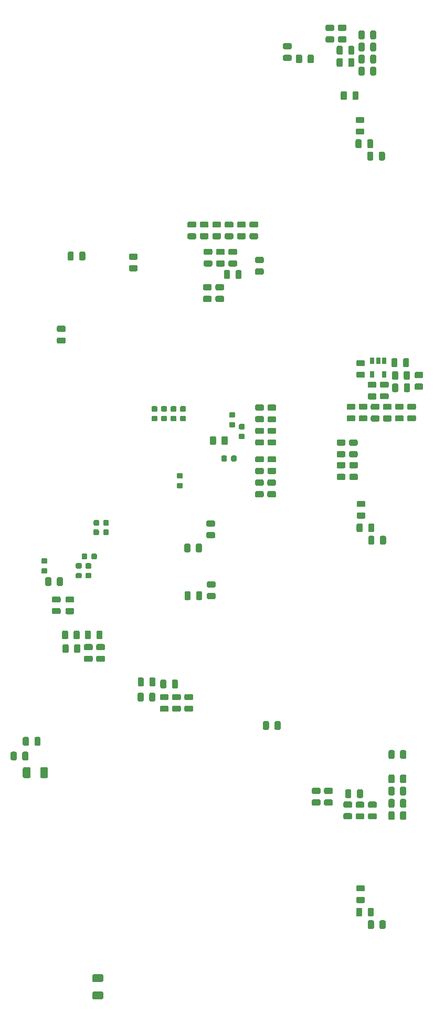
<source format=gbr>
G04 #@! TF.GenerationSoftware,KiCad,Pcbnew,5.1.5-1.fc31*
G04 #@! TF.CreationDate,2019-12-29T19:08:06+00:00*
G04 #@! TF.ProjectId,electric-FIAT,656c6563-7472-4696-932d-464941542e6b,1.0.0*
G04 #@! TF.SameCoordinates,Original*
G04 #@! TF.FileFunction,Paste,Bot*
G04 #@! TF.FilePolarity,Positive*
%FSLAX46Y46*%
G04 Gerber Fmt 4.6, Leading zero omitted, Abs format (unit mm)*
G04 Created by KiCad (PCBNEW 5.1.5-1.fc31) date 2019-12-29 19:08:06*
%MOMM*%
%LPD*%
G04 APERTURE LIST*
%ADD10C,0.100000*%
%ADD11R,0.650000X1.060000*%
G04 APERTURE END LIST*
D10*
G36*
X93917691Y-87718553D02*
G01*
X93938926Y-87721703D01*
X93959750Y-87726919D01*
X93979962Y-87734151D01*
X93999368Y-87743330D01*
X94017781Y-87754366D01*
X94035024Y-87767154D01*
X94050930Y-87781570D01*
X94065346Y-87797476D01*
X94078134Y-87814719D01*
X94089170Y-87833132D01*
X94098349Y-87852538D01*
X94105581Y-87872750D01*
X94110797Y-87893574D01*
X94113947Y-87914809D01*
X94115000Y-87936250D01*
X94115000Y-88373750D01*
X94113947Y-88395191D01*
X94110797Y-88416426D01*
X94105581Y-88437250D01*
X94098349Y-88457462D01*
X94089170Y-88476868D01*
X94078134Y-88495281D01*
X94065346Y-88512524D01*
X94050930Y-88528430D01*
X94035024Y-88542846D01*
X94017781Y-88555634D01*
X93999368Y-88566670D01*
X93979962Y-88575849D01*
X93959750Y-88583081D01*
X93938926Y-88588297D01*
X93917691Y-88591447D01*
X93896250Y-88592500D01*
X93383750Y-88592500D01*
X93362309Y-88591447D01*
X93341074Y-88588297D01*
X93320250Y-88583081D01*
X93300038Y-88575849D01*
X93280632Y-88566670D01*
X93262219Y-88555634D01*
X93244976Y-88542846D01*
X93229070Y-88528430D01*
X93214654Y-88512524D01*
X93201866Y-88495281D01*
X93190830Y-88476868D01*
X93181651Y-88457462D01*
X93174419Y-88437250D01*
X93169203Y-88416426D01*
X93166053Y-88395191D01*
X93165000Y-88373750D01*
X93165000Y-87936250D01*
X93166053Y-87914809D01*
X93169203Y-87893574D01*
X93174419Y-87872750D01*
X93181651Y-87852538D01*
X93190830Y-87833132D01*
X93201866Y-87814719D01*
X93214654Y-87797476D01*
X93229070Y-87781570D01*
X93244976Y-87767154D01*
X93262219Y-87754366D01*
X93280632Y-87743330D01*
X93300038Y-87734151D01*
X93320250Y-87726919D01*
X93341074Y-87721703D01*
X93362309Y-87718553D01*
X93383750Y-87717500D01*
X93896250Y-87717500D01*
X93917691Y-87718553D01*
G37*
G36*
X93917691Y-89293553D02*
G01*
X93938926Y-89296703D01*
X93959750Y-89301919D01*
X93979962Y-89309151D01*
X93999368Y-89318330D01*
X94017781Y-89329366D01*
X94035024Y-89342154D01*
X94050930Y-89356570D01*
X94065346Y-89372476D01*
X94078134Y-89389719D01*
X94089170Y-89408132D01*
X94098349Y-89427538D01*
X94105581Y-89447750D01*
X94110797Y-89468574D01*
X94113947Y-89489809D01*
X94115000Y-89511250D01*
X94115000Y-89948750D01*
X94113947Y-89970191D01*
X94110797Y-89991426D01*
X94105581Y-90012250D01*
X94098349Y-90032462D01*
X94089170Y-90051868D01*
X94078134Y-90070281D01*
X94065346Y-90087524D01*
X94050930Y-90103430D01*
X94035024Y-90117846D01*
X94017781Y-90130634D01*
X93999368Y-90141670D01*
X93979962Y-90150849D01*
X93959750Y-90158081D01*
X93938926Y-90163297D01*
X93917691Y-90166447D01*
X93896250Y-90167500D01*
X93383750Y-90167500D01*
X93362309Y-90166447D01*
X93341074Y-90163297D01*
X93320250Y-90158081D01*
X93300038Y-90150849D01*
X93280632Y-90141670D01*
X93262219Y-90130634D01*
X93244976Y-90117846D01*
X93229070Y-90103430D01*
X93214654Y-90087524D01*
X93201866Y-90070281D01*
X93190830Y-90051868D01*
X93181651Y-90032462D01*
X93174419Y-90012250D01*
X93169203Y-89991426D01*
X93166053Y-89970191D01*
X93165000Y-89948750D01*
X93165000Y-89511250D01*
X93166053Y-89489809D01*
X93169203Y-89468574D01*
X93174419Y-89447750D01*
X93181651Y-89427538D01*
X93190830Y-89408132D01*
X93201866Y-89389719D01*
X93214654Y-89372476D01*
X93229070Y-89356570D01*
X93244976Y-89342154D01*
X93262219Y-89329366D01*
X93280632Y-89318330D01*
X93300038Y-89309151D01*
X93320250Y-89301919D01*
X93341074Y-89296703D01*
X93362309Y-89293553D01*
X93383750Y-89292500D01*
X93896250Y-89292500D01*
X93917691Y-89293553D01*
G37*
G36*
X93417691Y-100093553D02*
G01*
X93438926Y-100096703D01*
X93459750Y-100101919D01*
X93479962Y-100109151D01*
X93499368Y-100118330D01*
X93517781Y-100129366D01*
X93535024Y-100142154D01*
X93550930Y-100156570D01*
X93565346Y-100172476D01*
X93578134Y-100189719D01*
X93589170Y-100208132D01*
X93598349Y-100227538D01*
X93605581Y-100247750D01*
X93610797Y-100268574D01*
X93613947Y-100289809D01*
X93615000Y-100311250D01*
X93615000Y-100748750D01*
X93613947Y-100770191D01*
X93610797Y-100791426D01*
X93605581Y-100812250D01*
X93598349Y-100832462D01*
X93589170Y-100851868D01*
X93578134Y-100870281D01*
X93565346Y-100887524D01*
X93550930Y-100903430D01*
X93535024Y-100917846D01*
X93517781Y-100930634D01*
X93499368Y-100941670D01*
X93479962Y-100950849D01*
X93459750Y-100958081D01*
X93438926Y-100963297D01*
X93417691Y-100966447D01*
X93396250Y-100967500D01*
X92883750Y-100967500D01*
X92862309Y-100966447D01*
X92841074Y-100963297D01*
X92820250Y-100958081D01*
X92800038Y-100950849D01*
X92780632Y-100941670D01*
X92762219Y-100930634D01*
X92744976Y-100917846D01*
X92729070Y-100903430D01*
X92714654Y-100887524D01*
X92701866Y-100870281D01*
X92690830Y-100851868D01*
X92681651Y-100832462D01*
X92674419Y-100812250D01*
X92669203Y-100791426D01*
X92666053Y-100770191D01*
X92665000Y-100748750D01*
X92665000Y-100311250D01*
X92666053Y-100289809D01*
X92669203Y-100268574D01*
X92674419Y-100247750D01*
X92681651Y-100227538D01*
X92690830Y-100208132D01*
X92701866Y-100189719D01*
X92714654Y-100172476D01*
X92729070Y-100156570D01*
X92744976Y-100142154D01*
X92762219Y-100129366D01*
X92780632Y-100118330D01*
X92800038Y-100109151D01*
X92820250Y-100101919D01*
X92841074Y-100096703D01*
X92862309Y-100093553D01*
X92883750Y-100092500D01*
X93396250Y-100092500D01*
X93417691Y-100093553D01*
G37*
G36*
X93417691Y-98518553D02*
G01*
X93438926Y-98521703D01*
X93459750Y-98526919D01*
X93479962Y-98534151D01*
X93499368Y-98543330D01*
X93517781Y-98554366D01*
X93535024Y-98567154D01*
X93550930Y-98581570D01*
X93565346Y-98597476D01*
X93578134Y-98614719D01*
X93589170Y-98633132D01*
X93598349Y-98652538D01*
X93605581Y-98672750D01*
X93610797Y-98693574D01*
X93613947Y-98714809D01*
X93615000Y-98736250D01*
X93615000Y-99173750D01*
X93613947Y-99195191D01*
X93610797Y-99216426D01*
X93605581Y-99237250D01*
X93598349Y-99257462D01*
X93589170Y-99276868D01*
X93578134Y-99295281D01*
X93565346Y-99312524D01*
X93550930Y-99328430D01*
X93535024Y-99342846D01*
X93517781Y-99355634D01*
X93499368Y-99366670D01*
X93479962Y-99375849D01*
X93459750Y-99383081D01*
X93438926Y-99388297D01*
X93417691Y-99391447D01*
X93396250Y-99392500D01*
X92883750Y-99392500D01*
X92862309Y-99391447D01*
X92841074Y-99388297D01*
X92820250Y-99383081D01*
X92800038Y-99375849D01*
X92780632Y-99366670D01*
X92762219Y-99355634D01*
X92744976Y-99342846D01*
X92729070Y-99328430D01*
X92714654Y-99312524D01*
X92701866Y-99295281D01*
X92690830Y-99276868D01*
X92681651Y-99257462D01*
X92674419Y-99237250D01*
X92669203Y-99216426D01*
X92666053Y-99195191D01*
X92665000Y-99173750D01*
X92665000Y-98736250D01*
X92666053Y-98714809D01*
X92669203Y-98693574D01*
X92674419Y-98672750D01*
X92681651Y-98652538D01*
X92690830Y-98633132D01*
X92701866Y-98614719D01*
X92714654Y-98597476D01*
X92729070Y-98581570D01*
X92744976Y-98567154D01*
X92762219Y-98554366D01*
X92780632Y-98543330D01*
X92800038Y-98534151D01*
X92820250Y-98526919D01*
X92841074Y-98521703D01*
X92862309Y-98518553D01*
X92883750Y-98517500D01*
X93396250Y-98517500D01*
X93417691Y-98518553D01*
G37*
G36*
X77097691Y-113026053D02*
G01*
X77118926Y-113029203D01*
X77139750Y-113034419D01*
X77159962Y-113041651D01*
X77179368Y-113050830D01*
X77197781Y-113061866D01*
X77215024Y-113074654D01*
X77230930Y-113089070D01*
X77245346Y-113104976D01*
X77258134Y-113122219D01*
X77269170Y-113140632D01*
X77278349Y-113160038D01*
X77285581Y-113180250D01*
X77290797Y-113201074D01*
X77293947Y-113222309D01*
X77295000Y-113243750D01*
X77295000Y-113681250D01*
X77293947Y-113702691D01*
X77290797Y-113723926D01*
X77285581Y-113744750D01*
X77278349Y-113764962D01*
X77269170Y-113784368D01*
X77258134Y-113802781D01*
X77245346Y-113820024D01*
X77230930Y-113835930D01*
X77215024Y-113850346D01*
X77197781Y-113863134D01*
X77179368Y-113874170D01*
X77159962Y-113883349D01*
X77139750Y-113890581D01*
X77118926Y-113895797D01*
X77097691Y-113898947D01*
X77076250Y-113900000D01*
X76563750Y-113900000D01*
X76542309Y-113898947D01*
X76521074Y-113895797D01*
X76500250Y-113890581D01*
X76480038Y-113883349D01*
X76460632Y-113874170D01*
X76442219Y-113863134D01*
X76424976Y-113850346D01*
X76409070Y-113835930D01*
X76394654Y-113820024D01*
X76381866Y-113802781D01*
X76370830Y-113784368D01*
X76361651Y-113764962D01*
X76354419Y-113744750D01*
X76349203Y-113723926D01*
X76346053Y-113702691D01*
X76345000Y-113681250D01*
X76345000Y-113243750D01*
X76346053Y-113222309D01*
X76349203Y-113201074D01*
X76354419Y-113180250D01*
X76361651Y-113160038D01*
X76370830Y-113140632D01*
X76381866Y-113122219D01*
X76394654Y-113104976D01*
X76409070Y-113089070D01*
X76424976Y-113074654D01*
X76442219Y-113061866D01*
X76460632Y-113050830D01*
X76480038Y-113041651D01*
X76500250Y-113034419D01*
X76521074Y-113029203D01*
X76542309Y-113026053D01*
X76563750Y-113025000D01*
X77076250Y-113025000D01*
X77097691Y-113026053D01*
G37*
G36*
X77097691Y-114601053D02*
G01*
X77118926Y-114604203D01*
X77139750Y-114609419D01*
X77159962Y-114616651D01*
X77179368Y-114625830D01*
X77197781Y-114636866D01*
X77215024Y-114649654D01*
X77230930Y-114664070D01*
X77245346Y-114679976D01*
X77258134Y-114697219D01*
X77269170Y-114715632D01*
X77278349Y-114735038D01*
X77285581Y-114755250D01*
X77290797Y-114776074D01*
X77293947Y-114797309D01*
X77295000Y-114818750D01*
X77295000Y-115256250D01*
X77293947Y-115277691D01*
X77290797Y-115298926D01*
X77285581Y-115319750D01*
X77278349Y-115339962D01*
X77269170Y-115359368D01*
X77258134Y-115377781D01*
X77245346Y-115395024D01*
X77230930Y-115410930D01*
X77215024Y-115425346D01*
X77197781Y-115438134D01*
X77179368Y-115449170D01*
X77159962Y-115458349D01*
X77139750Y-115465581D01*
X77118926Y-115470797D01*
X77097691Y-115473947D01*
X77076250Y-115475000D01*
X76563750Y-115475000D01*
X76542309Y-115473947D01*
X76521074Y-115470797D01*
X76500250Y-115465581D01*
X76480038Y-115458349D01*
X76460632Y-115449170D01*
X76442219Y-115438134D01*
X76424976Y-115425346D01*
X76409070Y-115410930D01*
X76394654Y-115395024D01*
X76381866Y-115377781D01*
X76370830Y-115359368D01*
X76361651Y-115339962D01*
X76354419Y-115319750D01*
X76349203Y-115298926D01*
X76346053Y-115277691D01*
X76345000Y-115256250D01*
X76345000Y-114818750D01*
X76346053Y-114797309D01*
X76349203Y-114776074D01*
X76354419Y-114755250D01*
X76361651Y-114735038D01*
X76370830Y-114715632D01*
X76381866Y-114697219D01*
X76394654Y-114679976D01*
X76409070Y-114664070D01*
X76424976Y-114649654D01*
X76442219Y-114636866D01*
X76460632Y-114625830D01*
X76480038Y-114616651D01*
X76500250Y-114609419D01*
X76521074Y-114604203D01*
X76542309Y-114601053D01*
X76563750Y-114600000D01*
X77076250Y-114600000D01*
X77097691Y-114601053D01*
G37*
G36*
X78657691Y-113026053D02*
G01*
X78678926Y-113029203D01*
X78699750Y-113034419D01*
X78719962Y-113041651D01*
X78739368Y-113050830D01*
X78757781Y-113061866D01*
X78775024Y-113074654D01*
X78790930Y-113089070D01*
X78805346Y-113104976D01*
X78818134Y-113122219D01*
X78829170Y-113140632D01*
X78838349Y-113160038D01*
X78845581Y-113180250D01*
X78850797Y-113201074D01*
X78853947Y-113222309D01*
X78855000Y-113243750D01*
X78855000Y-113681250D01*
X78853947Y-113702691D01*
X78850797Y-113723926D01*
X78845581Y-113744750D01*
X78838349Y-113764962D01*
X78829170Y-113784368D01*
X78818134Y-113802781D01*
X78805346Y-113820024D01*
X78790930Y-113835930D01*
X78775024Y-113850346D01*
X78757781Y-113863134D01*
X78739368Y-113874170D01*
X78719962Y-113883349D01*
X78699750Y-113890581D01*
X78678926Y-113895797D01*
X78657691Y-113898947D01*
X78636250Y-113900000D01*
X78123750Y-113900000D01*
X78102309Y-113898947D01*
X78081074Y-113895797D01*
X78060250Y-113890581D01*
X78040038Y-113883349D01*
X78020632Y-113874170D01*
X78002219Y-113863134D01*
X77984976Y-113850346D01*
X77969070Y-113835930D01*
X77954654Y-113820024D01*
X77941866Y-113802781D01*
X77930830Y-113784368D01*
X77921651Y-113764962D01*
X77914419Y-113744750D01*
X77909203Y-113723926D01*
X77906053Y-113702691D01*
X77905000Y-113681250D01*
X77905000Y-113243750D01*
X77906053Y-113222309D01*
X77909203Y-113201074D01*
X77914419Y-113180250D01*
X77921651Y-113160038D01*
X77930830Y-113140632D01*
X77941866Y-113122219D01*
X77954654Y-113104976D01*
X77969070Y-113089070D01*
X77984976Y-113074654D01*
X78002219Y-113061866D01*
X78020632Y-113050830D01*
X78040038Y-113041651D01*
X78060250Y-113034419D01*
X78081074Y-113029203D01*
X78102309Y-113026053D01*
X78123750Y-113025000D01*
X78636250Y-113025000D01*
X78657691Y-113026053D01*
G37*
G36*
X78657691Y-114601053D02*
G01*
X78678926Y-114604203D01*
X78699750Y-114609419D01*
X78719962Y-114616651D01*
X78739368Y-114625830D01*
X78757781Y-114636866D01*
X78775024Y-114649654D01*
X78790930Y-114664070D01*
X78805346Y-114679976D01*
X78818134Y-114697219D01*
X78829170Y-114715632D01*
X78838349Y-114735038D01*
X78845581Y-114755250D01*
X78850797Y-114776074D01*
X78853947Y-114797309D01*
X78855000Y-114818750D01*
X78855000Y-115256250D01*
X78853947Y-115277691D01*
X78850797Y-115298926D01*
X78845581Y-115319750D01*
X78838349Y-115339962D01*
X78829170Y-115359368D01*
X78818134Y-115377781D01*
X78805346Y-115395024D01*
X78790930Y-115410930D01*
X78775024Y-115425346D01*
X78757781Y-115438134D01*
X78739368Y-115449170D01*
X78719962Y-115458349D01*
X78699750Y-115465581D01*
X78678926Y-115470797D01*
X78657691Y-115473947D01*
X78636250Y-115475000D01*
X78123750Y-115475000D01*
X78102309Y-115473947D01*
X78081074Y-115470797D01*
X78060250Y-115465581D01*
X78040038Y-115458349D01*
X78020632Y-115449170D01*
X78002219Y-115438134D01*
X77984976Y-115425346D01*
X77969070Y-115410930D01*
X77954654Y-115395024D01*
X77941866Y-115377781D01*
X77930830Y-115359368D01*
X77921651Y-115339962D01*
X77914419Y-115319750D01*
X77909203Y-115298926D01*
X77906053Y-115277691D01*
X77905000Y-115256250D01*
X77905000Y-114818750D01*
X77906053Y-114797309D01*
X77909203Y-114776074D01*
X77914419Y-114755250D01*
X77921651Y-114735038D01*
X77930830Y-114715632D01*
X77941866Y-114697219D01*
X77954654Y-114679976D01*
X77969070Y-114664070D01*
X77984976Y-114649654D01*
X78002219Y-114636866D01*
X78020632Y-114625830D01*
X78040038Y-114616651D01*
X78060250Y-114609419D01*
X78081074Y-114604203D01*
X78102309Y-114601053D01*
X78123750Y-114600000D01*
X78636250Y-114600000D01*
X78657691Y-114601053D01*
G37*
G36*
X79882691Y-107576053D02*
G01*
X79903926Y-107579203D01*
X79924750Y-107584419D01*
X79944962Y-107591651D01*
X79964368Y-107600830D01*
X79982781Y-107611866D01*
X80000024Y-107624654D01*
X80015930Y-107639070D01*
X80030346Y-107654976D01*
X80043134Y-107672219D01*
X80054170Y-107690632D01*
X80063349Y-107710038D01*
X80070581Y-107730250D01*
X80075797Y-107751074D01*
X80078947Y-107772309D01*
X80080000Y-107793750D01*
X80080000Y-108306250D01*
X80078947Y-108327691D01*
X80075797Y-108348926D01*
X80070581Y-108369750D01*
X80063349Y-108389962D01*
X80054170Y-108409368D01*
X80043134Y-108427781D01*
X80030346Y-108445024D01*
X80015930Y-108460930D01*
X80000024Y-108475346D01*
X79982781Y-108488134D01*
X79964368Y-108499170D01*
X79944962Y-108508349D01*
X79924750Y-108515581D01*
X79903926Y-108520797D01*
X79882691Y-108523947D01*
X79861250Y-108525000D01*
X79423750Y-108525000D01*
X79402309Y-108523947D01*
X79381074Y-108520797D01*
X79360250Y-108515581D01*
X79340038Y-108508349D01*
X79320632Y-108499170D01*
X79302219Y-108488134D01*
X79284976Y-108475346D01*
X79269070Y-108460930D01*
X79254654Y-108445024D01*
X79241866Y-108427781D01*
X79230830Y-108409368D01*
X79221651Y-108389962D01*
X79214419Y-108369750D01*
X79209203Y-108348926D01*
X79206053Y-108327691D01*
X79205000Y-108306250D01*
X79205000Y-107793750D01*
X79206053Y-107772309D01*
X79209203Y-107751074D01*
X79214419Y-107730250D01*
X79221651Y-107710038D01*
X79230830Y-107690632D01*
X79241866Y-107672219D01*
X79254654Y-107654976D01*
X79269070Y-107639070D01*
X79284976Y-107624654D01*
X79302219Y-107611866D01*
X79320632Y-107600830D01*
X79340038Y-107591651D01*
X79360250Y-107584419D01*
X79381074Y-107579203D01*
X79402309Y-107576053D01*
X79423750Y-107575000D01*
X79861250Y-107575000D01*
X79882691Y-107576053D01*
G37*
G36*
X81457691Y-107576053D02*
G01*
X81478926Y-107579203D01*
X81499750Y-107584419D01*
X81519962Y-107591651D01*
X81539368Y-107600830D01*
X81557781Y-107611866D01*
X81575024Y-107624654D01*
X81590930Y-107639070D01*
X81605346Y-107654976D01*
X81618134Y-107672219D01*
X81629170Y-107690632D01*
X81638349Y-107710038D01*
X81645581Y-107730250D01*
X81650797Y-107751074D01*
X81653947Y-107772309D01*
X81655000Y-107793750D01*
X81655000Y-108306250D01*
X81653947Y-108327691D01*
X81650797Y-108348926D01*
X81645581Y-108369750D01*
X81638349Y-108389962D01*
X81629170Y-108409368D01*
X81618134Y-108427781D01*
X81605346Y-108445024D01*
X81590930Y-108460930D01*
X81575024Y-108475346D01*
X81557781Y-108488134D01*
X81539368Y-108499170D01*
X81519962Y-108508349D01*
X81499750Y-108515581D01*
X81478926Y-108520797D01*
X81457691Y-108523947D01*
X81436250Y-108525000D01*
X80998750Y-108525000D01*
X80977309Y-108523947D01*
X80956074Y-108520797D01*
X80935250Y-108515581D01*
X80915038Y-108508349D01*
X80895632Y-108499170D01*
X80877219Y-108488134D01*
X80859976Y-108475346D01*
X80844070Y-108460930D01*
X80829654Y-108445024D01*
X80816866Y-108427781D01*
X80805830Y-108409368D01*
X80796651Y-108389962D01*
X80789419Y-108369750D01*
X80784203Y-108348926D01*
X80781053Y-108327691D01*
X80780000Y-108306250D01*
X80780000Y-107793750D01*
X80781053Y-107772309D01*
X80784203Y-107751074D01*
X80789419Y-107730250D01*
X80796651Y-107710038D01*
X80805830Y-107690632D01*
X80816866Y-107672219D01*
X80829654Y-107654976D01*
X80844070Y-107639070D01*
X80859976Y-107624654D01*
X80877219Y-107611866D01*
X80895632Y-107600830D01*
X80915038Y-107591651D01*
X80935250Y-107584419D01*
X80956074Y-107579203D01*
X80977309Y-107576053D01*
X80998750Y-107575000D01*
X81436250Y-107575000D01*
X81457691Y-107576053D01*
G37*
G36*
X100515191Y-95676053D02*
G01*
X100536426Y-95679203D01*
X100557250Y-95684419D01*
X100577462Y-95691651D01*
X100596868Y-95700830D01*
X100615281Y-95711866D01*
X100632524Y-95724654D01*
X100648430Y-95739070D01*
X100662846Y-95754976D01*
X100675634Y-95772219D01*
X100686670Y-95790632D01*
X100695849Y-95810038D01*
X100703081Y-95830250D01*
X100708297Y-95851074D01*
X100711447Y-95872309D01*
X100712500Y-95893750D01*
X100712500Y-96406250D01*
X100711447Y-96427691D01*
X100708297Y-96448926D01*
X100703081Y-96469750D01*
X100695849Y-96489962D01*
X100686670Y-96509368D01*
X100675634Y-96527781D01*
X100662846Y-96545024D01*
X100648430Y-96560930D01*
X100632524Y-96575346D01*
X100615281Y-96588134D01*
X100596868Y-96599170D01*
X100577462Y-96608349D01*
X100557250Y-96615581D01*
X100536426Y-96620797D01*
X100515191Y-96623947D01*
X100493750Y-96625000D01*
X100056250Y-96625000D01*
X100034809Y-96623947D01*
X100013574Y-96620797D01*
X99992750Y-96615581D01*
X99972538Y-96608349D01*
X99953132Y-96599170D01*
X99934719Y-96588134D01*
X99917476Y-96575346D01*
X99901570Y-96560930D01*
X99887154Y-96545024D01*
X99874366Y-96527781D01*
X99863330Y-96509368D01*
X99854151Y-96489962D01*
X99846919Y-96469750D01*
X99841703Y-96448926D01*
X99838553Y-96427691D01*
X99837500Y-96406250D01*
X99837500Y-95893750D01*
X99838553Y-95872309D01*
X99841703Y-95851074D01*
X99846919Y-95830250D01*
X99854151Y-95810038D01*
X99863330Y-95790632D01*
X99874366Y-95772219D01*
X99887154Y-95754976D01*
X99901570Y-95739070D01*
X99917476Y-95724654D01*
X99934719Y-95711866D01*
X99953132Y-95700830D01*
X99972538Y-95691651D01*
X99992750Y-95684419D01*
X100013574Y-95679203D01*
X100034809Y-95676053D01*
X100056250Y-95675000D01*
X100493750Y-95675000D01*
X100515191Y-95676053D01*
G37*
G36*
X102090191Y-95676053D02*
G01*
X102111426Y-95679203D01*
X102132250Y-95684419D01*
X102152462Y-95691651D01*
X102171868Y-95700830D01*
X102190281Y-95711866D01*
X102207524Y-95724654D01*
X102223430Y-95739070D01*
X102237846Y-95754976D01*
X102250634Y-95772219D01*
X102261670Y-95790632D01*
X102270849Y-95810038D01*
X102278081Y-95830250D01*
X102283297Y-95851074D01*
X102286447Y-95872309D01*
X102287500Y-95893750D01*
X102287500Y-96406250D01*
X102286447Y-96427691D01*
X102283297Y-96448926D01*
X102278081Y-96469750D01*
X102270849Y-96489962D01*
X102261670Y-96509368D01*
X102250634Y-96527781D01*
X102237846Y-96545024D01*
X102223430Y-96560930D01*
X102207524Y-96575346D01*
X102190281Y-96588134D01*
X102171868Y-96599170D01*
X102152462Y-96608349D01*
X102132250Y-96615581D01*
X102111426Y-96620797D01*
X102090191Y-96623947D01*
X102068750Y-96625000D01*
X101631250Y-96625000D01*
X101609809Y-96623947D01*
X101588574Y-96620797D01*
X101567750Y-96615581D01*
X101547538Y-96608349D01*
X101528132Y-96599170D01*
X101509719Y-96588134D01*
X101492476Y-96575346D01*
X101476570Y-96560930D01*
X101462154Y-96545024D01*
X101449366Y-96527781D01*
X101438330Y-96509368D01*
X101429151Y-96489962D01*
X101421919Y-96469750D01*
X101416703Y-96448926D01*
X101413553Y-96427691D01*
X101412500Y-96406250D01*
X101412500Y-95893750D01*
X101413553Y-95872309D01*
X101416703Y-95851074D01*
X101421919Y-95830250D01*
X101429151Y-95810038D01*
X101438330Y-95790632D01*
X101449366Y-95772219D01*
X101462154Y-95754976D01*
X101476570Y-95739070D01*
X101492476Y-95724654D01*
X101509719Y-95711866D01*
X101528132Y-95700830D01*
X101547538Y-95691651D01*
X101567750Y-95684419D01*
X101588574Y-95679203D01*
X101609809Y-95676053D01*
X101631250Y-95675000D01*
X102068750Y-95675000D01*
X102090191Y-95676053D01*
G37*
G36*
X90857691Y-87706053D02*
G01*
X90878926Y-87709203D01*
X90899750Y-87714419D01*
X90919962Y-87721651D01*
X90939368Y-87730830D01*
X90957781Y-87741866D01*
X90975024Y-87754654D01*
X90990930Y-87769070D01*
X91005346Y-87784976D01*
X91018134Y-87802219D01*
X91029170Y-87820632D01*
X91038349Y-87840038D01*
X91045581Y-87860250D01*
X91050797Y-87881074D01*
X91053947Y-87902309D01*
X91055000Y-87923750D01*
X91055000Y-88361250D01*
X91053947Y-88382691D01*
X91050797Y-88403926D01*
X91045581Y-88424750D01*
X91038349Y-88444962D01*
X91029170Y-88464368D01*
X91018134Y-88482781D01*
X91005346Y-88500024D01*
X90990930Y-88515930D01*
X90975024Y-88530346D01*
X90957781Y-88543134D01*
X90939368Y-88554170D01*
X90919962Y-88563349D01*
X90899750Y-88570581D01*
X90878926Y-88575797D01*
X90857691Y-88578947D01*
X90836250Y-88580000D01*
X90323750Y-88580000D01*
X90302309Y-88578947D01*
X90281074Y-88575797D01*
X90260250Y-88570581D01*
X90240038Y-88563349D01*
X90220632Y-88554170D01*
X90202219Y-88543134D01*
X90184976Y-88530346D01*
X90169070Y-88515930D01*
X90154654Y-88500024D01*
X90141866Y-88482781D01*
X90130830Y-88464368D01*
X90121651Y-88444962D01*
X90114419Y-88424750D01*
X90109203Y-88403926D01*
X90106053Y-88382691D01*
X90105000Y-88361250D01*
X90105000Y-87923750D01*
X90106053Y-87902309D01*
X90109203Y-87881074D01*
X90114419Y-87860250D01*
X90121651Y-87840038D01*
X90130830Y-87820632D01*
X90141866Y-87802219D01*
X90154654Y-87784976D01*
X90169070Y-87769070D01*
X90184976Y-87754654D01*
X90202219Y-87741866D01*
X90220632Y-87730830D01*
X90240038Y-87721651D01*
X90260250Y-87714419D01*
X90281074Y-87709203D01*
X90302309Y-87706053D01*
X90323750Y-87705000D01*
X90836250Y-87705000D01*
X90857691Y-87706053D01*
G37*
G36*
X90857691Y-89281053D02*
G01*
X90878926Y-89284203D01*
X90899750Y-89289419D01*
X90919962Y-89296651D01*
X90939368Y-89305830D01*
X90957781Y-89316866D01*
X90975024Y-89329654D01*
X90990930Y-89344070D01*
X91005346Y-89359976D01*
X91018134Y-89377219D01*
X91029170Y-89395632D01*
X91038349Y-89415038D01*
X91045581Y-89435250D01*
X91050797Y-89456074D01*
X91053947Y-89477309D01*
X91055000Y-89498750D01*
X91055000Y-89936250D01*
X91053947Y-89957691D01*
X91050797Y-89978926D01*
X91045581Y-89999750D01*
X91038349Y-90019962D01*
X91029170Y-90039368D01*
X91018134Y-90057781D01*
X91005346Y-90075024D01*
X90990930Y-90090930D01*
X90975024Y-90105346D01*
X90957781Y-90118134D01*
X90939368Y-90129170D01*
X90919962Y-90138349D01*
X90899750Y-90145581D01*
X90878926Y-90150797D01*
X90857691Y-90153947D01*
X90836250Y-90155000D01*
X90323750Y-90155000D01*
X90302309Y-90153947D01*
X90281074Y-90150797D01*
X90260250Y-90145581D01*
X90240038Y-90138349D01*
X90220632Y-90129170D01*
X90202219Y-90118134D01*
X90184976Y-90105346D01*
X90169070Y-90090930D01*
X90154654Y-90075024D01*
X90141866Y-90057781D01*
X90130830Y-90039368D01*
X90121651Y-90019962D01*
X90114419Y-89999750D01*
X90109203Y-89978926D01*
X90106053Y-89957691D01*
X90105000Y-89936250D01*
X90105000Y-89498750D01*
X90106053Y-89477309D01*
X90109203Y-89456074D01*
X90114419Y-89435250D01*
X90121651Y-89415038D01*
X90130830Y-89395632D01*
X90141866Y-89377219D01*
X90154654Y-89359976D01*
X90169070Y-89344070D01*
X90184976Y-89329654D01*
X90202219Y-89316866D01*
X90220632Y-89305830D01*
X90240038Y-89296651D01*
X90260250Y-89289419D01*
X90281074Y-89284203D01*
X90302309Y-89281053D01*
X90323750Y-89280000D01*
X90836250Y-89280000D01*
X90857691Y-89281053D01*
G37*
G36*
X71537691Y-112246053D02*
G01*
X71558926Y-112249203D01*
X71579750Y-112254419D01*
X71599962Y-112261651D01*
X71619368Y-112270830D01*
X71637781Y-112281866D01*
X71655024Y-112294654D01*
X71670930Y-112309070D01*
X71685346Y-112324976D01*
X71698134Y-112342219D01*
X71709170Y-112360632D01*
X71718349Y-112380038D01*
X71725581Y-112400250D01*
X71730797Y-112421074D01*
X71733947Y-112442309D01*
X71735000Y-112463750D01*
X71735000Y-112901250D01*
X71733947Y-112922691D01*
X71730797Y-112943926D01*
X71725581Y-112964750D01*
X71718349Y-112984962D01*
X71709170Y-113004368D01*
X71698134Y-113022781D01*
X71685346Y-113040024D01*
X71670930Y-113055930D01*
X71655024Y-113070346D01*
X71637781Y-113083134D01*
X71619368Y-113094170D01*
X71599962Y-113103349D01*
X71579750Y-113110581D01*
X71558926Y-113115797D01*
X71537691Y-113118947D01*
X71516250Y-113120000D01*
X71003750Y-113120000D01*
X70982309Y-113118947D01*
X70961074Y-113115797D01*
X70940250Y-113110581D01*
X70920038Y-113103349D01*
X70900632Y-113094170D01*
X70882219Y-113083134D01*
X70864976Y-113070346D01*
X70849070Y-113055930D01*
X70834654Y-113040024D01*
X70821866Y-113022781D01*
X70810830Y-113004368D01*
X70801651Y-112984962D01*
X70794419Y-112964750D01*
X70789203Y-112943926D01*
X70786053Y-112922691D01*
X70785000Y-112901250D01*
X70785000Y-112463750D01*
X70786053Y-112442309D01*
X70789203Y-112421074D01*
X70794419Y-112400250D01*
X70801651Y-112380038D01*
X70810830Y-112360632D01*
X70821866Y-112342219D01*
X70834654Y-112324976D01*
X70849070Y-112309070D01*
X70864976Y-112294654D01*
X70882219Y-112281866D01*
X70900632Y-112270830D01*
X70920038Y-112261651D01*
X70940250Y-112254419D01*
X70961074Y-112249203D01*
X70982309Y-112246053D01*
X71003750Y-112245000D01*
X71516250Y-112245000D01*
X71537691Y-112246053D01*
G37*
G36*
X71537691Y-113821053D02*
G01*
X71558926Y-113824203D01*
X71579750Y-113829419D01*
X71599962Y-113836651D01*
X71619368Y-113845830D01*
X71637781Y-113856866D01*
X71655024Y-113869654D01*
X71670930Y-113884070D01*
X71685346Y-113899976D01*
X71698134Y-113917219D01*
X71709170Y-113935632D01*
X71718349Y-113955038D01*
X71725581Y-113975250D01*
X71730797Y-113996074D01*
X71733947Y-114017309D01*
X71735000Y-114038750D01*
X71735000Y-114476250D01*
X71733947Y-114497691D01*
X71730797Y-114518926D01*
X71725581Y-114539750D01*
X71718349Y-114559962D01*
X71709170Y-114579368D01*
X71698134Y-114597781D01*
X71685346Y-114615024D01*
X71670930Y-114630930D01*
X71655024Y-114645346D01*
X71637781Y-114658134D01*
X71619368Y-114669170D01*
X71599962Y-114678349D01*
X71579750Y-114685581D01*
X71558926Y-114690797D01*
X71537691Y-114693947D01*
X71516250Y-114695000D01*
X71003750Y-114695000D01*
X70982309Y-114693947D01*
X70961074Y-114690797D01*
X70940250Y-114685581D01*
X70920038Y-114678349D01*
X70900632Y-114669170D01*
X70882219Y-114658134D01*
X70864976Y-114645346D01*
X70849070Y-114630930D01*
X70834654Y-114615024D01*
X70821866Y-114597781D01*
X70810830Y-114579368D01*
X70801651Y-114559962D01*
X70794419Y-114539750D01*
X70789203Y-114518926D01*
X70786053Y-114497691D01*
X70785000Y-114476250D01*
X70785000Y-114038750D01*
X70786053Y-114017309D01*
X70789203Y-113996074D01*
X70794419Y-113975250D01*
X70801651Y-113955038D01*
X70810830Y-113935632D01*
X70821866Y-113917219D01*
X70834654Y-113899976D01*
X70849070Y-113884070D01*
X70864976Y-113869654D01*
X70882219Y-113856866D01*
X70900632Y-113845830D01*
X70920038Y-113836651D01*
X70940250Y-113829419D01*
X70961074Y-113824203D01*
X70982309Y-113821053D01*
X71003750Y-113820000D01*
X71516250Y-113820000D01*
X71537691Y-113821053D01*
G37*
G36*
X79902691Y-106046053D02*
G01*
X79923926Y-106049203D01*
X79944750Y-106054419D01*
X79964962Y-106061651D01*
X79984368Y-106070830D01*
X80002781Y-106081866D01*
X80020024Y-106094654D01*
X80035930Y-106109070D01*
X80050346Y-106124976D01*
X80063134Y-106142219D01*
X80074170Y-106160632D01*
X80083349Y-106180038D01*
X80090581Y-106200250D01*
X80095797Y-106221074D01*
X80098947Y-106242309D01*
X80100000Y-106263750D01*
X80100000Y-106776250D01*
X80098947Y-106797691D01*
X80095797Y-106818926D01*
X80090581Y-106839750D01*
X80083349Y-106859962D01*
X80074170Y-106879368D01*
X80063134Y-106897781D01*
X80050346Y-106915024D01*
X80035930Y-106930930D01*
X80020024Y-106945346D01*
X80002781Y-106958134D01*
X79984368Y-106969170D01*
X79964962Y-106978349D01*
X79944750Y-106985581D01*
X79923926Y-106990797D01*
X79902691Y-106993947D01*
X79881250Y-106995000D01*
X79443750Y-106995000D01*
X79422309Y-106993947D01*
X79401074Y-106990797D01*
X79380250Y-106985581D01*
X79360038Y-106978349D01*
X79340632Y-106969170D01*
X79322219Y-106958134D01*
X79304976Y-106945346D01*
X79289070Y-106930930D01*
X79274654Y-106915024D01*
X79261866Y-106897781D01*
X79250830Y-106879368D01*
X79241651Y-106859962D01*
X79234419Y-106839750D01*
X79229203Y-106818926D01*
X79226053Y-106797691D01*
X79225000Y-106776250D01*
X79225000Y-106263750D01*
X79226053Y-106242309D01*
X79229203Y-106221074D01*
X79234419Y-106200250D01*
X79241651Y-106180038D01*
X79250830Y-106160632D01*
X79261866Y-106142219D01*
X79274654Y-106124976D01*
X79289070Y-106109070D01*
X79304976Y-106094654D01*
X79322219Y-106081866D01*
X79340632Y-106070830D01*
X79360038Y-106061651D01*
X79380250Y-106054419D01*
X79401074Y-106049203D01*
X79422309Y-106046053D01*
X79443750Y-106045000D01*
X79881250Y-106045000D01*
X79902691Y-106046053D01*
G37*
G36*
X81477691Y-106046053D02*
G01*
X81498926Y-106049203D01*
X81519750Y-106054419D01*
X81539962Y-106061651D01*
X81559368Y-106070830D01*
X81577781Y-106081866D01*
X81595024Y-106094654D01*
X81610930Y-106109070D01*
X81625346Y-106124976D01*
X81638134Y-106142219D01*
X81649170Y-106160632D01*
X81658349Y-106180038D01*
X81665581Y-106200250D01*
X81670797Y-106221074D01*
X81673947Y-106242309D01*
X81675000Y-106263750D01*
X81675000Y-106776250D01*
X81673947Y-106797691D01*
X81670797Y-106818926D01*
X81665581Y-106839750D01*
X81658349Y-106859962D01*
X81649170Y-106879368D01*
X81638134Y-106897781D01*
X81625346Y-106915024D01*
X81610930Y-106930930D01*
X81595024Y-106945346D01*
X81577781Y-106958134D01*
X81559368Y-106969170D01*
X81539962Y-106978349D01*
X81519750Y-106985581D01*
X81498926Y-106990797D01*
X81477691Y-106993947D01*
X81456250Y-106995000D01*
X81018750Y-106995000D01*
X80997309Y-106993947D01*
X80976074Y-106990797D01*
X80955250Y-106985581D01*
X80935038Y-106978349D01*
X80915632Y-106969170D01*
X80897219Y-106958134D01*
X80879976Y-106945346D01*
X80864070Y-106930930D01*
X80849654Y-106915024D01*
X80836866Y-106897781D01*
X80825830Y-106879368D01*
X80816651Y-106859962D01*
X80809419Y-106839750D01*
X80804203Y-106818926D01*
X80801053Y-106797691D01*
X80800000Y-106776250D01*
X80800000Y-106263750D01*
X80801053Y-106242309D01*
X80804203Y-106221074D01*
X80809419Y-106200250D01*
X80816651Y-106180038D01*
X80825830Y-106160632D01*
X80836866Y-106142219D01*
X80849654Y-106124976D01*
X80864070Y-106109070D01*
X80879976Y-106094654D01*
X80897219Y-106081866D01*
X80915632Y-106070830D01*
X80935038Y-106061651D01*
X80955250Y-106054419D01*
X80976074Y-106049203D01*
X80997309Y-106046053D01*
X81018750Y-106045000D01*
X81456250Y-106045000D01*
X81477691Y-106046053D01*
G37*
G36*
X77972691Y-111476053D02*
G01*
X77993926Y-111479203D01*
X78014750Y-111484419D01*
X78034962Y-111491651D01*
X78054368Y-111500830D01*
X78072781Y-111511866D01*
X78090024Y-111524654D01*
X78105930Y-111539070D01*
X78120346Y-111554976D01*
X78133134Y-111572219D01*
X78144170Y-111590632D01*
X78153349Y-111610038D01*
X78160581Y-111630250D01*
X78165797Y-111651074D01*
X78168947Y-111672309D01*
X78170000Y-111693750D01*
X78170000Y-112206250D01*
X78168947Y-112227691D01*
X78165797Y-112248926D01*
X78160581Y-112269750D01*
X78153349Y-112289962D01*
X78144170Y-112309368D01*
X78133134Y-112327781D01*
X78120346Y-112345024D01*
X78105930Y-112360930D01*
X78090024Y-112375346D01*
X78072781Y-112388134D01*
X78054368Y-112399170D01*
X78034962Y-112408349D01*
X78014750Y-112415581D01*
X77993926Y-112420797D01*
X77972691Y-112423947D01*
X77951250Y-112425000D01*
X77513750Y-112425000D01*
X77492309Y-112423947D01*
X77471074Y-112420797D01*
X77450250Y-112415581D01*
X77430038Y-112408349D01*
X77410632Y-112399170D01*
X77392219Y-112388134D01*
X77374976Y-112375346D01*
X77359070Y-112360930D01*
X77344654Y-112345024D01*
X77331866Y-112327781D01*
X77320830Y-112309368D01*
X77311651Y-112289962D01*
X77304419Y-112269750D01*
X77299203Y-112248926D01*
X77296053Y-112227691D01*
X77295000Y-112206250D01*
X77295000Y-111693750D01*
X77296053Y-111672309D01*
X77299203Y-111651074D01*
X77304419Y-111630250D01*
X77311651Y-111610038D01*
X77320830Y-111590632D01*
X77331866Y-111572219D01*
X77344654Y-111554976D01*
X77359070Y-111539070D01*
X77374976Y-111524654D01*
X77392219Y-111511866D01*
X77410632Y-111500830D01*
X77430038Y-111491651D01*
X77450250Y-111484419D01*
X77471074Y-111479203D01*
X77492309Y-111476053D01*
X77513750Y-111475000D01*
X77951250Y-111475000D01*
X77972691Y-111476053D01*
G37*
G36*
X79547691Y-111476053D02*
G01*
X79568926Y-111479203D01*
X79589750Y-111484419D01*
X79609962Y-111491651D01*
X79629368Y-111500830D01*
X79647781Y-111511866D01*
X79665024Y-111524654D01*
X79680930Y-111539070D01*
X79695346Y-111554976D01*
X79708134Y-111572219D01*
X79719170Y-111590632D01*
X79728349Y-111610038D01*
X79735581Y-111630250D01*
X79740797Y-111651074D01*
X79743947Y-111672309D01*
X79745000Y-111693750D01*
X79745000Y-112206250D01*
X79743947Y-112227691D01*
X79740797Y-112248926D01*
X79735581Y-112269750D01*
X79728349Y-112289962D01*
X79719170Y-112309368D01*
X79708134Y-112327781D01*
X79695346Y-112345024D01*
X79680930Y-112360930D01*
X79665024Y-112375346D01*
X79647781Y-112388134D01*
X79629368Y-112399170D01*
X79609962Y-112408349D01*
X79589750Y-112415581D01*
X79568926Y-112420797D01*
X79547691Y-112423947D01*
X79526250Y-112425000D01*
X79088750Y-112425000D01*
X79067309Y-112423947D01*
X79046074Y-112420797D01*
X79025250Y-112415581D01*
X79005038Y-112408349D01*
X78985632Y-112399170D01*
X78967219Y-112388134D01*
X78949976Y-112375346D01*
X78934070Y-112360930D01*
X78919654Y-112345024D01*
X78906866Y-112327781D01*
X78895830Y-112309368D01*
X78886651Y-112289962D01*
X78879419Y-112269750D01*
X78874203Y-112248926D01*
X78871053Y-112227691D01*
X78870000Y-112206250D01*
X78870000Y-111693750D01*
X78871053Y-111672309D01*
X78874203Y-111651074D01*
X78879419Y-111630250D01*
X78886651Y-111610038D01*
X78895830Y-111590632D01*
X78906866Y-111572219D01*
X78919654Y-111554976D01*
X78934070Y-111539070D01*
X78949976Y-111524654D01*
X78967219Y-111511866D01*
X78985632Y-111500830D01*
X79005038Y-111491651D01*
X79025250Y-111484419D01*
X79046074Y-111479203D01*
X79067309Y-111476053D01*
X79088750Y-111475000D01*
X79526250Y-111475000D01*
X79547691Y-111476053D01*
G37*
G36*
X101847691Y-88696053D02*
G01*
X101868926Y-88699203D01*
X101889750Y-88704419D01*
X101909962Y-88711651D01*
X101929368Y-88720830D01*
X101947781Y-88731866D01*
X101965024Y-88744654D01*
X101980930Y-88759070D01*
X101995346Y-88774976D01*
X102008134Y-88792219D01*
X102019170Y-88810632D01*
X102028349Y-88830038D01*
X102035581Y-88850250D01*
X102040797Y-88871074D01*
X102043947Y-88892309D01*
X102045000Y-88913750D01*
X102045000Y-89351250D01*
X102043947Y-89372691D01*
X102040797Y-89393926D01*
X102035581Y-89414750D01*
X102028349Y-89434962D01*
X102019170Y-89454368D01*
X102008134Y-89472781D01*
X101995346Y-89490024D01*
X101980930Y-89505930D01*
X101965024Y-89520346D01*
X101947781Y-89533134D01*
X101929368Y-89544170D01*
X101909962Y-89553349D01*
X101889750Y-89560581D01*
X101868926Y-89565797D01*
X101847691Y-89568947D01*
X101826250Y-89570000D01*
X101313750Y-89570000D01*
X101292309Y-89568947D01*
X101271074Y-89565797D01*
X101250250Y-89560581D01*
X101230038Y-89553349D01*
X101210632Y-89544170D01*
X101192219Y-89533134D01*
X101174976Y-89520346D01*
X101159070Y-89505930D01*
X101144654Y-89490024D01*
X101131866Y-89472781D01*
X101120830Y-89454368D01*
X101111651Y-89434962D01*
X101104419Y-89414750D01*
X101099203Y-89393926D01*
X101096053Y-89372691D01*
X101095000Y-89351250D01*
X101095000Y-88913750D01*
X101096053Y-88892309D01*
X101099203Y-88871074D01*
X101104419Y-88850250D01*
X101111651Y-88830038D01*
X101120830Y-88810632D01*
X101131866Y-88792219D01*
X101144654Y-88774976D01*
X101159070Y-88759070D01*
X101174976Y-88744654D01*
X101192219Y-88731866D01*
X101210632Y-88720830D01*
X101230038Y-88711651D01*
X101250250Y-88704419D01*
X101271074Y-88699203D01*
X101292309Y-88696053D01*
X101313750Y-88695000D01*
X101826250Y-88695000D01*
X101847691Y-88696053D01*
G37*
G36*
X101847691Y-90271053D02*
G01*
X101868926Y-90274203D01*
X101889750Y-90279419D01*
X101909962Y-90286651D01*
X101929368Y-90295830D01*
X101947781Y-90306866D01*
X101965024Y-90319654D01*
X101980930Y-90334070D01*
X101995346Y-90349976D01*
X102008134Y-90367219D01*
X102019170Y-90385632D01*
X102028349Y-90405038D01*
X102035581Y-90425250D01*
X102040797Y-90446074D01*
X102043947Y-90467309D01*
X102045000Y-90488750D01*
X102045000Y-90926250D01*
X102043947Y-90947691D01*
X102040797Y-90968926D01*
X102035581Y-90989750D01*
X102028349Y-91009962D01*
X102019170Y-91029368D01*
X102008134Y-91047781D01*
X101995346Y-91065024D01*
X101980930Y-91080930D01*
X101965024Y-91095346D01*
X101947781Y-91108134D01*
X101929368Y-91119170D01*
X101909962Y-91128349D01*
X101889750Y-91135581D01*
X101868926Y-91140797D01*
X101847691Y-91143947D01*
X101826250Y-91145000D01*
X101313750Y-91145000D01*
X101292309Y-91143947D01*
X101271074Y-91140797D01*
X101250250Y-91135581D01*
X101230038Y-91128349D01*
X101210632Y-91119170D01*
X101192219Y-91108134D01*
X101174976Y-91095346D01*
X101159070Y-91080930D01*
X101144654Y-91065024D01*
X101131866Y-91047781D01*
X101120830Y-91029368D01*
X101111651Y-91009962D01*
X101104419Y-90989750D01*
X101099203Y-90968926D01*
X101096053Y-90947691D01*
X101095000Y-90926250D01*
X101095000Y-90488750D01*
X101096053Y-90467309D01*
X101099203Y-90446074D01*
X101104419Y-90425250D01*
X101111651Y-90405038D01*
X101120830Y-90385632D01*
X101131866Y-90367219D01*
X101144654Y-90349976D01*
X101159070Y-90334070D01*
X101174976Y-90319654D01*
X101192219Y-90306866D01*
X101210632Y-90295830D01*
X101230038Y-90286651D01*
X101250250Y-90279419D01*
X101271074Y-90274203D01*
X101292309Y-90271053D01*
X101313750Y-90270000D01*
X101826250Y-90270000D01*
X101847691Y-90271053D01*
G37*
G36*
X103407691Y-90586053D02*
G01*
X103428926Y-90589203D01*
X103449750Y-90594419D01*
X103469962Y-90601651D01*
X103489368Y-90610830D01*
X103507781Y-90621866D01*
X103525024Y-90634654D01*
X103540930Y-90649070D01*
X103555346Y-90664976D01*
X103568134Y-90682219D01*
X103579170Y-90700632D01*
X103588349Y-90720038D01*
X103595581Y-90740250D01*
X103600797Y-90761074D01*
X103603947Y-90782309D01*
X103605000Y-90803750D01*
X103605000Y-91241250D01*
X103603947Y-91262691D01*
X103600797Y-91283926D01*
X103595581Y-91304750D01*
X103588349Y-91324962D01*
X103579170Y-91344368D01*
X103568134Y-91362781D01*
X103555346Y-91380024D01*
X103540930Y-91395930D01*
X103525024Y-91410346D01*
X103507781Y-91423134D01*
X103489368Y-91434170D01*
X103469962Y-91443349D01*
X103449750Y-91450581D01*
X103428926Y-91455797D01*
X103407691Y-91458947D01*
X103386250Y-91460000D01*
X102873750Y-91460000D01*
X102852309Y-91458947D01*
X102831074Y-91455797D01*
X102810250Y-91450581D01*
X102790038Y-91443349D01*
X102770632Y-91434170D01*
X102752219Y-91423134D01*
X102734976Y-91410346D01*
X102719070Y-91395930D01*
X102704654Y-91380024D01*
X102691866Y-91362781D01*
X102680830Y-91344368D01*
X102671651Y-91324962D01*
X102664419Y-91304750D01*
X102659203Y-91283926D01*
X102656053Y-91262691D01*
X102655000Y-91241250D01*
X102655000Y-90803750D01*
X102656053Y-90782309D01*
X102659203Y-90761074D01*
X102664419Y-90740250D01*
X102671651Y-90720038D01*
X102680830Y-90700632D01*
X102691866Y-90682219D01*
X102704654Y-90664976D01*
X102719070Y-90649070D01*
X102734976Y-90634654D01*
X102752219Y-90621866D01*
X102770632Y-90610830D01*
X102790038Y-90601651D01*
X102810250Y-90594419D01*
X102831074Y-90589203D01*
X102852309Y-90586053D01*
X102873750Y-90585000D01*
X103386250Y-90585000D01*
X103407691Y-90586053D01*
G37*
G36*
X103407691Y-92161053D02*
G01*
X103428926Y-92164203D01*
X103449750Y-92169419D01*
X103469962Y-92176651D01*
X103489368Y-92185830D01*
X103507781Y-92196866D01*
X103525024Y-92209654D01*
X103540930Y-92224070D01*
X103555346Y-92239976D01*
X103568134Y-92257219D01*
X103579170Y-92275632D01*
X103588349Y-92295038D01*
X103595581Y-92315250D01*
X103600797Y-92336074D01*
X103603947Y-92357309D01*
X103605000Y-92378750D01*
X103605000Y-92816250D01*
X103603947Y-92837691D01*
X103600797Y-92858926D01*
X103595581Y-92879750D01*
X103588349Y-92899962D01*
X103579170Y-92919368D01*
X103568134Y-92937781D01*
X103555346Y-92955024D01*
X103540930Y-92970930D01*
X103525024Y-92985346D01*
X103507781Y-92998134D01*
X103489368Y-93009170D01*
X103469962Y-93018349D01*
X103449750Y-93025581D01*
X103428926Y-93030797D01*
X103407691Y-93033947D01*
X103386250Y-93035000D01*
X102873750Y-93035000D01*
X102852309Y-93033947D01*
X102831074Y-93030797D01*
X102810250Y-93025581D01*
X102790038Y-93018349D01*
X102770632Y-93009170D01*
X102752219Y-92998134D01*
X102734976Y-92985346D01*
X102719070Y-92970930D01*
X102704654Y-92955024D01*
X102691866Y-92937781D01*
X102680830Y-92919368D01*
X102671651Y-92899962D01*
X102664419Y-92879750D01*
X102659203Y-92858926D01*
X102656053Y-92837691D01*
X102655000Y-92816250D01*
X102655000Y-92378750D01*
X102656053Y-92357309D01*
X102659203Y-92336074D01*
X102664419Y-92315250D01*
X102671651Y-92295038D01*
X102680830Y-92275632D01*
X102691866Y-92257219D01*
X102704654Y-92239976D01*
X102719070Y-92224070D01*
X102734976Y-92209654D01*
X102752219Y-92196866D01*
X102770632Y-92185830D01*
X102790038Y-92176651D01*
X102810250Y-92169419D01*
X102831074Y-92164203D01*
X102852309Y-92161053D01*
X102873750Y-92160000D01*
X103386250Y-92160000D01*
X103407691Y-92161053D01*
G37*
G36*
X89317691Y-87716053D02*
G01*
X89338926Y-87719203D01*
X89359750Y-87724419D01*
X89379962Y-87731651D01*
X89399368Y-87740830D01*
X89417781Y-87751866D01*
X89435024Y-87764654D01*
X89450930Y-87779070D01*
X89465346Y-87794976D01*
X89478134Y-87812219D01*
X89489170Y-87830632D01*
X89498349Y-87850038D01*
X89505581Y-87870250D01*
X89510797Y-87891074D01*
X89513947Y-87912309D01*
X89515000Y-87933750D01*
X89515000Y-88371250D01*
X89513947Y-88392691D01*
X89510797Y-88413926D01*
X89505581Y-88434750D01*
X89498349Y-88454962D01*
X89489170Y-88474368D01*
X89478134Y-88492781D01*
X89465346Y-88510024D01*
X89450930Y-88525930D01*
X89435024Y-88540346D01*
X89417781Y-88553134D01*
X89399368Y-88564170D01*
X89379962Y-88573349D01*
X89359750Y-88580581D01*
X89338926Y-88585797D01*
X89317691Y-88588947D01*
X89296250Y-88590000D01*
X88783750Y-88590000D01*
X88762309Y-88588947D01*
X88741074Y-88585797D01*
X88720250Y-88580581D01*
X88700038Y-88573349D01*
X88680632Y-88564170D01*
X88662219Y-88553134D01*
X88644976Y-88540346D01*
X88629070Y-88525930D01*
X88614654Y-88510024D01*
X88601866Y-88492781D01*
X88590830Y-88474368D01*
X88581651Y-88454962D01*
X88574419Y-88434750D01*
X88569203Y-88413926D01*
X88566053Y-88392691D01*
X88565000Y-88371250D01*
X88565000Y-87933750D01*
X88566053Y-87912309D01*
X88569203Y-87891074D01*
X88574419Y-87870250D01*
X88581651Y-87850038D01*
X88590830Y-87830632D01*
X88601866Y-87812219D01*
X88614654Y-87794976D01*
X88629070Y-87779070D01*
X88644976Y-87764654D01*
X88662219Y-87751866D01*
X88680632Y-87740830D01*
X88700038Y-87731651D01*
X88720250Y-87724419D01*
X88741074Y-87719203D01*
X88762309Y-87716053D01*
X88783750Y-87715000D01*
X89296250Y-87715000D01*
X89317691Y-87716053D01*
G37*
G36*
X89317691Y-89291053D02*
G01*
X89338926Y-89294203D01*
X89359750Y-89299419D01*
X89379962Y-89306651D01*
X89399368Y-89315830D01*
X89417781Y-89326866D01*
X89435024Y-89339654D01*
X89450930Y-89354070D01*
X89465346Y-89369976D01*
X89478134Y-89387219D01*
X89489170Y-89405632D01*
X89498349Y-89425038D01*
X89505581Y-89445250D01*
X89510797Y-89466074D01*
X89513947Y-89487309D01*
X89515000Y-89508750D01*
X89515000Y-89946250D01*
X89513947Y-89967691D01*
X89510797Y-89988926D01*
X89505581Y-90009750D01*
X89498349Y-90029962D01*
X89489170Y-90049368D01*
X89478134Y-90067781D01*
X89465346Y-90085024D01*
X89450930Y-90100930D01*
X89435024Y-90115346D01*
X89417781Y-90128134D01*
X89399368Y-90139170D01*
X89379962Y-90148349D01*
X89359750Y-90155581D01*
X89338926Y-90160797D01*
X89317691Y-90163947D01*
X89296250Y-90165000D01*
X88783750Y-90165000D01*
X88762309Y-90163947D01*
X88741074Y-90160797D01*
X88720250Y-90155581D01*
X88700038Y-90148349D01*
X88680632Y-90139170D01*
X88662219Y-90128134D01*
X88644976Y-90115346D01*
X88629070Y-90100930D01*
X88614654Y-90085024D01*
X88601866Y-90067781D01*
X88590830Y-90049368D01*
X88581651Y-90029962D01*
X88574419Y-90009750D01*
X88569203Y-89988926D01*
X88566053Y-89967691D01*
X88565000Y-89946250D01*
X88565000Y-89508750D01*
X88566053Y-89487309D01*
X88569203Y-89466074D01*
X88574419Y-89445250D01*
X88581651Y-89425038D01*
X88590830Y-89405632D01*
X88601866Y-89387219D01*
X88614654Y-89369976D01*
X88629070Y-89354070D01*
X88644976Y-89339654D01*
X88662219Y-89326866D01*
X88680632Y-89315830D01*
X88700038Y-89306651D01*
X88720250Y-89299419D01*
X88741074Y-89294203D01*
X88762309Y-89291053D01*
X88783750Y-89290000D01*
X89296250Y-89290000D01*
X89317691Y-89291053D01*
G37*
G36*
X92387691Y-87716053D02*
G01*
X92408926Y-87719203D01*
X92429750Y-87724419D01*
X92449962Y-87731651D01*
X92469368Y-87740830D01*
X92487781Y-87751866D01*
X92505024Y-87764654D01*
X92520930Y-87779070D01*
X92535346Y-87794976D01*
X92548134Y-87812219D01*
X92559170Y-87830632D01*
X92568349Y-87850038D01*
X92575581Y-87870250D01*
X92580797Y-87891074D01*
X92583947Y-87912309D01*
X92585000Y-87933750D01*
X92585000Y-88371250D01*
X92583947Y-88392691D01*
X92580797Y-88413926D01*
X92575581Y-88434750D01*
X92568349Y-88454962D01*
X92559170Y-88474368D01*
X92548134Y-88492781D01*
X92535346Y-88510024D01*
X92520930Y-88525930D01*
X92505024Y-88540346D01*
X92487781Y-88553134D01*
X92469368Y-88564170D01*
X92449962Y-88573349D01*
X92429750Y-88580581D01*
X92408926Y-88585797D01*
X92387691Y-88588947D01*
X92366250Y-88590000D01*
X91853750Y-88590000D01*
X91832309Y-88588947D01*
X91811074Y-88585797D01*
X91790250Y-88580581D01*
X91770038Y-88573349D01*
X91750632Y-88564170D01*
X91732219Y-88553134D01*
X91714976Y-88540346D01*
X91699070Y-88525930D01*
X91684654Y-88510024D01*
X91671866Y-88492781D01*
X91660830Y-88474368D01*
X91651651Y-88454962D01*
X91644419Y-88434750D01*
X91639203Y-88413926D01*
X91636053Y-88392691D01*
X91635000Y-88371250D01*
X91635000Y-87933750D01*
X91636053Y-87912309D01*
X91639203Y-87891074D01*
X91644419Y-87870250D01*
X91651651Y-87850038D01*
X91660830Y-87830632D01*
X91671866Y-87812219D01*
X91684654Y-87794976D01*
X91699070Y-87779070D01*
X91714976Y-87764654D01*
X91732219Y-87751866D01*
X91750632Y-87740830D01*
X91770038Y-87731651D01*
X91790250Y-87724419D01*
X91811074Y-87719203D01*
X91832309Y-87716053D01*
X91853750Y-87715000D01*
X92366250Y-87715000D01*
X92387691Y-87716053D01*
G37*
G36*
X92387691Y-89291053D02*
G01*
X92408926Y-89294203D01*
X92429750Y-89299419D01*
X92449962Y-89306651D01*
X92469368Y-89315830D01*
X92487781Y-89326866D01*
X92505024Y-89339654D01*
X92520930Y-89354070D01*
X92535346Y-89369976D01*
X92548134Y-89387219D01*
X92559170Y-89405632D01*
X92568349Y-89425038D01*
X92575581Y-89445250D01*
X92580797Y-89466074D01*
X92583947Y-89487309D01*
X92585000Y-89508750D01*
X92585000Y-89946250D01*
X92583947Y-89967691D01*
X92580797Y-89988926D01*
X92575581Y-90009750D01*
X92568349Y-90029962D01*
X92559170Y-90049368D01*
X92548134Y-90067781D01*
X92535346Y-90085024D01*
X92520930Y-90100930D01*
X92505024Y-90115346D01*
X92487781Y-90128134D01*
X92469368Y-90139170D01*
X92449962Y-90148349D01*
X92429750Y-90155581D01*
X92408926Y-90160797D01*
X92387691Y-90163947D01*
X92366250Y-90165000D01*
X91853750Y-90165000D01*
X91832309Y-90163947D01*
X91811074Y-90160797D01*
X91790250Y-90155581D01*
X91770038Y-90148349D01*
X91750632Y-90139170D01*
X91732219Y-90128134D01*
X91714976Y-90115346D01*
X91699070Y-90100930D01*
X91684654Y-90085024D01*
X91671866Y-90067781D01*
X91660830Y-90049368D01*
X91651651Y-90029962D01*
X91644419Y-90009750D01*
X91639203Y-89988926D01*
X91636053Y-89967691D01*
X91635000Y-89946250D01*
X91635000Y-89508750D01*
X91636053Y-89487309D01*
X91639203Y-89466074D01*
X91644419Y-89445250D01*
X91651651Y-89425038D01*
X91660830Y-89405632D01*
X91671866Y-89387219D01*
X91684654Y-89369976D01*
X91699070Y-89354070D01*
X91714976Y-89339654D01*
X91732219Y-89326866D01*
X91750632Y-89315830D01*
X91770038Y-89306651D01*
X91790250Y-89299419D01*
X91811074Y-89294203D01*
X91832309Y-89291053D01*
X91853750Y-89290000D01*
X92366250Y-89290000D01*
X92387691Y-89291053D01*
G37*
G36*
X76842642Y-126101174D02*
G01*
X76866303Y-126104684D01*
X76889507Y-126110496D01*
X76912029Y-126118554D01*
X76933653Y-126128782D01*
X76954170Y-126141079D01*
X76973383Y-126155329D01*
X76991107Y-126171393D01*
X77007171Y-126189117D01*
X77021421Y-126208330D01*
X77033718Y-126228847D01*
X77043946Y-126250471D01*
X77052004Y-126272993D01*
X77057816Y-126296197D01*
X77061326Y-126319858D01*
X77062500Y-126343750D01*
X77062500Y-127256250D01*
X77061326Y-127280142D01*
X77057816Y-127303803D01*
X77052004Y-127327007D01*
X77043946Y-127349529D01*
X77033718Y-127371153D01*
X77021421Y-127391670D01*
X77007171Y-127410883D01*
X76991107Y-127428607D01*
X76973383Y-127444671D01*
X76954170Y-127458921D01*
X76933653Y-127471218D01*
X76912029Y-127481446D01*
X76889507Y-127489504D01*
X76866303Y-127495316D01*
X76842642Y-127498826D01*
X76818750Y-127500000D01*
X76331250Y-127500000D01*
X76307358Y-127498826D01*
X76283697Y-127495316D01*
X76260493Y-127489504D01*
X76237971Y-127481446D01*
X76216347Y-127471218D01*
X76195830Y-127458921D01*
X76176617Y-127444671D01*
X76158893Y-127428607D01*
X76142829Y-127410883D01*
X76128579Y-127391670D01*
X76116282Y-127371153D01*
X76106054Y-127349529D01*
X76097996Y-127327007D01*
X76092184Y-127303803D01*
X76088674Y-127280142D01*
X76087500Y-127256250D01*
X76087500Y-126343750D01*
X76088674Y-126319858D01*
X76092184Y-126296197D01*
X76097996Y-126272993D01*
X76106054Y-126250471D01*
X76116282Y-126228847D01*
X76128579Y-126208330D01*
X76142829Y-126189117D01*
X76158893Y-126171393D01*
X76176617Y-126155329D01*
X76195830Y-126141079D01*
X76216347Y-126128782D01*
X76237971Y-126118554D01*
X76260493Y-126110496D01*
X76283697Y-126104684D01*
X76307358Y-126101174D01*
X76331250Y-126100000D01*
X76818750Y-126100000D01*
X76842642Y-126101174D01*
G37*
G36*
X74967642Y-126101174D02*
G01*
X74991303Y-126104684D01*
X75014507Y-126110496D01*
X75037029Y-126118554D01*
X75058653Y-126128782D01*
X75079170Y-126141079D01*
X75098383Y-126155329D01*
X75116107Y-126171393D01*
X75132171Y-126189117D01*
X75146421Y-126208330D01*
X75158718Y-126228847D01*
X75168946Y-126250471D01*
X75177004Y-126272993D01*
X75182816Y-126296197D01*
X75186326Y-126319858D01*
X75187500Y-126343750D01*
X75187500Y-127256250D01*
X75186326Y-127280142D01*
X75182816Y-127303803D01*
X75177004Y-127327007D01*
X75168946Y-127349529D01*
X75158718Y-127371153D01*
X75146421Y-127391670D01*
X75132171Y-127410883D01*
X75116107Y-127428607D01*
X75098383Y-127444671D01*
X75079170Y-127458921D01*
X75058653Y-127471218D01*
X75037029Y-127481446D01*
X75014507Y-127489504D01*
X74991303Y-127495316D01*
X74967642Y-127498826D01*
X74943750Y-127500000D01*
X74456250Y-127500000D01*
X74432358Y-127498826D01*
X74408697Y-127495316D01*
X74385493Y-127489504D01*
X74362971Y-127481446D01*
X74341347Y-127471218D01*
X74320830Y-127458921D01*
X74301617Y-127444671D01*
X74283893Y-127428607D01*
X74267829Y-127410883D01*
X74253579Y-127391670D01*
X74241282Y-127371153D01*
X74231054Y-127349529D01*
X74222996Y-127327007D01*
X74217184Y-127303803D01*
X74213674Y-127280142D01*
X74212500Y-127256250D01*
X74212500Y-126343750D01*
X74213674Y-126319858D01*
X74217184Y-126296197D01*
X74222996Y-126272993D01*
X74231054Y-126250471D01*
X74241282Y-126228847D01*
X74253579Y-126208330D01*
X74267829Y-126189117D01*
X74283893Y-126171393D01*
X74301617Y-126155329D01*
X74320830Y-126141079D01*
X74341347Y-126128782D01*
X74362971Y-126118554D01*
X74385493Y-126110496D01*
X74408697Y-126104684D01*
X74432358Y-126101174D01*
X74456250Y-126100000D01*
X74943750Y-126100000D01*
X74967642Y-126101174D01*
G37*
G36*
X74880142Y-123901174D02*
G01*
X74903803Y-123904684D01*
X74927007Y-123910496D01*
X74949529Y-123918554D01*
X74971153Y-123928782D01*
X74991670Y-123941079D01*
X75010883Y-123955329D01*
X75028607Y-123971393D01*
X75044671Y-123989117D01*
X75058921Y-124008330D01*
X75071218Y-124028847D01*
X75081446Y-124050471D01*
X75089504Y-124072993D01*
X75095316Y-124096197D01*
X75098826Y-124119858D01*
X75100000Y-124143750D01*
X75100000Y-125056250D01*
X75098826Y-125080142D01*
X75095316Y-125103803D01*
X75089504Y-125127007D01*
X75081446Y-125149529D01*
X75071218Y-125171153D01*
X75058921Y-125191670D01*
X75044671Y-125210883D01*
X75028607Y-125228607D01*
X75010883Y-125244671D01*
X74991670Y-125258921D01*
X74971153Y-125271218D01*
X74949529Y-125281446D01*
X74927007Y-125289504D01*
X74903803Y-125295316D01*
X74880142Y-125298826D01*
X74856250Y-125300000D01*
X74368750Y-125300000D01*
X74344858Y-125298826D01*
X74321197Y-125295316D01*
X74297993Y-125289504D01*
X74275471Y-125281446D01*
X74253847Y-125271218D01*
X74233330Y-125258921D01*
X74214117Y-125244671D01*
X74196393Y-125228607D01*
X74180329Y-125210883D01*
X74166079Y-125191670D01*
X74153782Y-125171153D01*
X74143554Y-125149529D01*
X74135496Y-125127007D01*
X74129684Y-125103803D01*
X74126174Y-125080142D01*
X74125000Y-125056250D01*
X74125000Y-124143750D01*
X74126174Y-124119858D01*
X74129684Y-124096197D01*
X74135496Y-124072993D01*
X74143554Y-124050471D01*
X74153782Y-124028847D01*
X74166079Y-124008330D01*
X74180329Y-123989117D01*
X74196393Y-123971393D01*
X74214117Y-123955329D01*
X74233330Y-123941079D01*
X74253847Y-123928782D01*
X74275471Y-123918554D01*
X74297993Y-123910496D01*
X74321197Y-123904684D01*
X74344858Y-123901174D01*
X74368750Y-123900000D01*
X74856250Y-123900000D01*
X74880142Y-123901174D01*
G37*
G36*
X76755142Y-123901174D02*
G01*
X76778803Y-123904684D01*
X76802007Y-123910496D01*
X76824529Y-123918554D01*
X76846153Y-123928782D01*
X76866670Y-123941079D01*
X76885883Y-123955329D01*
X76903607Y-123971393D01*
X76919671Y-123989117D01*
X76933921Y-124008330D01*
X76946218Y-124028847D01*
X76956446Y-124050471D01*
X76964504Y-124072993D01*
X76970316Y-124096197D01*
X76973826Y-124119858D01*
X76975000Y-124143750D01*
X76975000Y-125056250D01*
X76973826Y-125080142D01*
X76970316Y-125103803D01*
X76964504Y-125127007D01*
X76956446Y-125149529D01*
X76946218Y-125171153D01*
X76933921Y-125191670D01*
X76919671Y-125210883D01*
X76903607Y-125228607D01*
X76885883Y-125244671D01*
X76866670Y-125258921D01*
X76846153Y-125271218D01*
X76824529Y-125281446D01*
X76802007Y-125289504D01*
X76778803Y-125295316D01*
X76755142Y-125298826D01*
X76731250Y-125300000D01*
X76243750Y-125300000D01*
X76219858Y-125298826D01*
X76196197Y-125295316D01*
X76172993Y-125289504D01*
X76150471Y-125281446D01*
X76128847Y-125271218D01*
X76108330Y-125258921D01*
X76089117Y-125244671D01*
X76071393Y-125228607D01*
X76055329Y-125210883D01*
X76041079Y-125191670D01*
X76028782Y-125171153D01*
X76018554Y-125149529D01*
X76010496Y-125127007D01*
X76004684Y-125103803D01*
X76001174Y-125080142D01*
X76000000Y-125056250D01*
X76000000Y-124143750D01*
X76001174Y-124119858D01*
X76004684Y-124096197D01*
X76010496Y-124072993D01*
X76018554Y-124050471D01*
X76028782Y-124028847D01*
X76041079Y-124008330D01*
X76055329Y-123989117D01*
X76071393Y-123971393D01*
X76089117Y-123955329D01*
X76108330Y-123941079D01*
X76128847Y-123928782D01*
X76150471Y-123918554D01*
X76172993Y-123910496D01*
X76196197Y-123904684D01*
X76219858Y-123901174D01*
X76243750Y-123900000D01*
X76731250Y-123900000D01*
X76755142Y-123901174D01*
G37*
G36*
X88955142Y-133926174D02*
G01*
X88978803Y-133929684D01*
X89002007Y-133935496D01*
X89024529Y-133943554D01*
X89046153Y-133953782D01*
X89066670Y-133966079D01*
X89085883Y-133980329D01*
X89103607Y-133996393D01*
X89119671Y-134014117D01*
X89133921Y-134033330D01*
X89146218Y-134053847D01*
X89156446Y-134075471D01*
X89164504Y-134097993D01*
X89170316Y-134121197D01*
X89173826Y-134144858D01*
X89175000Y-134168750D01*
X89175000Y-135081250D01*
X89173826Y-135105142D01*
X89170316Y-135128803D01*
X89164504Y-135152007D01*
X89156446Y-135174529D01*
X89146218Y-135196153D01*
X89133921Y-135216670D01*
X89119671Y-135235883D01*
X89103607Y-135253607D01*
X89085883Y-135269671D01*
X89066670Y-135283921D01*
X89046153Y-135296218D01*
X89024529Y-135306446D01*
X89002007Y-135314504D01*
X88978803Y-135320316D01*
X88955142Y-135323826D01*
X88931250Y-135325000D01*
X88443750Y-135325000D01*
X88419858Y-135323826D01*
X88396197Y-135320316D01*
X88372993Y-135314504D01*
X88350471Y-135306446D01*
X88328847Y-135296218D01*
X88308330Y-135283921D01*
X88289117Y-135269671D01*
X88271393Y-135253607D01*
X88255329Y-135235883D01*
X88241079Y-135216670D01*
X88228782Y-135196153D01*
X88218554Y-135174529D01*
X88210496Y-135152007D01*
X88204684Y-135128803D01*
X88201174Y-135105142D01*
X88200000Y-135081250D01*
X88200000Y-134168750D01*
X88201174Y-134144858D01*
X88204684Y-134121197D01*
X88210496Y-134097993D01*
X88218554Y-134075471D01*
X88228782Y-134053847D01*
X88241079Y-134033330D01*
X88255329Y-134014117D01*
X88271393Y-133996393D01*
X88289117Y-133980329D01*
X88308330Y-133966079D01*
X88328847Y-133953782D01*
X88350471Y-133943554D01*
X88372993Y-133935496D01*
X88396197Y-133929684D01*
X88419858Y-133926174D01*
X88443750Y-133925000D01*
X88931250Y-133925000D01*
X88955142Y-133926174D01*
G37*
G36*
X87080142Y-133926174D02*
G01*
X87103803Y-133929684D01*
X87127007Y-133935496D01*
X87149529Y-133943554D01*
X87171153Y-133953782D01*
X87191670Y-133966079D01*
X87210883Y-133980329D01*
X87228607Y-133996393D01*
X87244671Y-134014117D01*
X87258921Y-134033330D01*
X87271218Y-134053847D01*
X87281446Y-134075471D01*
X87289504Y-134097993D01*
X87295316Y-134121197D01*
X87298826Y-134144858D01*
X87300000Y-134168750D01*
X87300000Y-135081250D01*
X87298826Y-135105142D01*
X87295316Y-135128803D01*
X87289504Y-135152007D01*
X87281446Y-135174529D01*
X87271218Y-135196153D01*
X87258921Y-135216670D01*
X87244671Y-135235883D01*
X87228607Y-135253607D01*
X87210883Y-135269671D01*
X87191670Y-135283921D01*
X87171153Y-135296218D01*
X87149529Y-135306446D01*
X87127007Y-135314504D01*
X87103803Y-135320316D01*
X87080142Y-135323826D01*
X87056250Y-135325000D01*
X86568750Y-135325000D01*
X86544858Y-135323826D01*
X86521197Y-135320316D01*
X86497993Y-135314504D01*
X86475471Y-135306446D01*
X86453847Y-135296218D01*
X86433330Y-135283921D01*
X86414117Y-135269671D01*
X86396393Y-135253607D01*
X86380329Y-135235883D01*
X86366079Y-135216670D01*
X86353782Y-135196153D01*
X86343554Y-135174529D01*
X86335496Y-135152007D01*
X86329684Y-135128803D01*
X86326174Y-135105142D01*
X86325000Y-135081250D01*
X86325000Y-134168750D01*
X86326174Y-134144858D01*
X86329684Y-134121197D01*
X86335496Y-134097993D01*
X86343554Y-134075471D01*
X86353782Y-134053847D01*
X86366079Y-134033330D01*
X86380329Y-134014117D01*
X86396393Y-133996393D01*
X86414117Y-133980329D01*
X86433330Y-133966079D01*
X86453847Y-133953782D01*
X86475471Y-133943554D01*
X86497993Y-133935496D01*
X86521197Y-133929684D01*
X86544858Y-133926174D01*
X86568750Y-133925000D01*
X87056250Y-133925000D01*
X87080142Y-133926174D01*
G37*
G36*
X87105142Y-131476174D02*
G01*
X87128803Y-131479684D01*
X87152007Y-131485496D01*
X87174529Y-131493554D01*
X87196153Y-131503782D01*
X87216670Y-131516079D01*
X87235883Y-131530329D01*
X87253607Y-131546393D01*
X87269671Y-131564117D01*
X87283921Y-131583330D01*
X87296218Y-131603847D01*
X87306446Y-131625471D01*
X87314504Y-131647993D01*
X87320316Y-131671197D01*
X87323826Y-131694858D01*
X87325000Y-131718750D01*
X87325000Y-132631250D01*
X87323826Y-132655142D01*
X87320316Y-132678803D01*
X87314504Y-132702007D01*
X87306446Y-132724529D01*
X87296218Y-132746153D01*
X87283921Y-132766670D01*
X87269671Y-132785883D01*
X87253607Y-132803607D01*
X87235883Y-132819671D01*
X87216670Y-132833921D01*
X87196153Y-132846218D01*
X87174529Y-132856446D01*
X87152007Y-132864504D01*
X87128803Y-132870316D01*
X87105142Y-132873826D01*
X87081250Y-132875000D01*
X86593750Y-132875000D01*
X86569858Y-132873826D01*
X86546197Y-132870316D01*
X86522993Y-132864504D01*
X86500471Y-132856446D01*
X86478847Y-132846218D01*
X86458330Y-132833921D01*
X86439117Y-132819671D01*
X86421393Y-132803607D01*
X86405329Y-132785883D01*
X86391079Y-132766670D01*
X86378782Y-132746153D01*
X86368554Y-132724529D01*
X86360496Y-132702007D01*
X86354684Y-132678803D01*
X86351174Y-132655142D01*
X86350000Y-132631250D01*
X86350000Y-131718750D01*
X86351174Y-131694858D01*
X86354684Y-131671197D01*
X86360496Y-131647993D01*
X86368554Y-131625471D01*
X86378782Y-131603847D01*
X86391079Y-131583330D01*
X86405329Y-131564117D01*
X86421393Y-131546393D01*
X86439117Y-131530329D01*
X86458330Y-131516079D01*
X86478847Y-131503782D01*
X86500471Y-131493554D01*
X86522993Y-131485496D01*
X86546197Y-131479684D01*
X86569858Y-131476174D01*
X86593750Y-131475000D01*
X87081250Y-131475000D01*
X87105142Y-131476174D01*
G37*
G36*
X88980142Y-131476174D02*
G01*
X89003803Y-131479684D01*
X89027007Y-131485496D01*
X89049529Y-131493554D01*
X89071153Y-131503782D01*
X89091670Y-131516079D01*
X89110883Y-131530329D01*
X89128607Y-131546393D01*
X89144671Y-131564117D01*
X89158921Y-131583330D01*
X89171218Y-131603847D01*
X89181446Y-131625471D01*
X89189504Y-131647993D01*
X89195316Y-131671197D01*
X89198826Y-131694858D01*
X89200000Y-131718750D01*
X89200000Y-132631250D01*
X89198826Y-132655142D01*
X89195316Y-132678803D01*
X89189504Y-132702007D01*
X89181446Y-132724529D01*
X89171218Y-132746153D01*
X89158921Y-132766670D01*
X89144671Y-132785883D01*
X89128607Y-132803607D01*
X89110883Y-132819671D01*
X89091670Y-132833921D01*
X89071153Y-132846218D01*
X89049529Y-132856446D01*
X89027007Y-132864504D01*
X89003803Y-132870316D01*
X88980142Y-132873826D01*
X88956250Y-132875000D01*
X88468750Y-132875000D01*
X88444858Y-132873826D01*
X88421197Y-132870316D01*
X88397993Y-132864504D01*
X88375471Y-132856446D01*
X88353847Y-132846218D01*
X88333330Y-132833921D01*
X88314117Y-132819671D01*
X88296393Y-132803607D01*
X88280329Y-132785883D01*
X88266079Y-132766670D01*
X88253782Y-132746153D01*
X88243554Y-132724529D01*
X88235496Y-132702007D01*
X88229684Y-132678803D01*
X88226174Y-132655142D01*
X88225000Y-132631250D01*
X88225000Y-131718750D01*
X88226174Y-131694858D01*
X88229684Y-131671197D01*
X88235496Y-131647993D01*
X88243554Y-131625471D01*
X88253782Y-131603847D01*
X88266079Y-131583330D01*
X88280329Y-131564117D01*
X88296393Y-131546393D01*
X88314117Y-131530329D01*
X88333330Y-131516079D01*
X88353847Y-131503782D01*
X88375471Y-131493554D01*
X88397993Y-131485496D01*
X88421197Y-131479684D01*
X88444858Y-131476174D01*
X88468750Y-131475000D01*
X88956250Y-131475000D01*
X88980142Y-131476174D01*
G37*
G36*
X92615142Y-131811174D02*
G01*
X92638803Y-131814684D01*
X92662007Y-131820496D01*
X92684529Y-131828554D01*
X92706153Y-131838782D01*
X92726670Y-131851079D01*
X92745883Y-131865329D01*
X92763607Y-131881393D01*
X92779671Y-131899117D01*
X92793921Y-131918330D01*
X92806218Y-131938847D01*
X92816446Y-131960471D01*
X92824504Y-131982993D01*
X92830316Y-132006197D01*
X92833826Y-132029858D01*
X92835000Y-132053750D01*
X92835000Y-132966250D01*
X92833826Y-132990142D01*
X92830316Y-133013803D01*
X92824504Y-133037007D01*
X92816446Y-133059529D01*
X92806218Y-133081153D01*
X92793921Y-133101670D01*
X92779671Y-133120883D01*
X92763607Y-133138607D01*
X92745883Y-133154671D01*
X92726670Y-133168921D01*
X92706153Y-133181218D01*
X92684529Y-133191446D01*
X92662007Y-133199504D01*
X92638803Y-133205316D01*
X92615142Y-133208826D01*
X92591250Y-133210000D01*
X92103750Y-133210000D01*
X92079858Y-133208826D01*
X92056197Y-133205316D01*
X92032993Y-133199504D01*
X92010471Y-133191446D01*
X91988847Y-133181218D01*
X91968330Y-133168921D01*
X91949117Y-133154671D01*
X91931393Y-133138607D01*
X91915329Y-133120883D01*
X91901079Y-133101670D01*
X91888782Y-133081153D01*
X91878554Y-133059529D01*
X91870496Y-133037007D01*
X91864684Y-133013803D01*
X91861174Y-132990142D01*
X91860000Y-132966250D01*
X91860000Y-132053750D01*
X91861174Y-132029858D01*
X91864684Y-132006197D01*
X91870496Y-131982993D01*
X91878554Y-131960471D01*
X91888782Y-131938847D01*
X91901079Y-131918330D01*
X91915329Y-131899117D01*
X91931393Y-131881393D01*
X91949117Y-131865329D01*
X91968330Y-131851079D01*
X91988847Y-131838782D01*
X92010471Y-131828554D01*
X92032993Y-131820496D01*
X92056197Y-131814684D01*
X92079858Y-131811174D01*
X92103750Y-131810000D01*
X92591250Y-131810000D01*
X92615142Y-131811174D01*
G37*
G36*
X90740142Y-131811174D02*
G01*
X90763803Y-131814684D01*
X90787007Y-131820496D01*
X90809529Y-131828554D01*
X90831153Y-131838782D01*
X90851670Y-131851079D01*
X90870883Y-131865329D01*
X90888607Y-131881393D01*
X90904671Y-131899117D01*
X90918921Y-131918330D01*
X90931218Y-131938847D01*
X90941446Y-131960471D01*
X90949504Y-131982993D01*
X90955316Y-132006197D01*
X90958826Y-132029858D01*
X90960000Y-132053750D01*
X90960000Y-132966250D01*
X90958826Y-132990142D01*
X90955316Y-133013803D01*
X90949504Y-133037007D01*
X90941446Y-133059529D01*
X90931218Y-133081153D01*
X90918921Y-133101670D01*
X90904671Y-133120883D01*
X90888607Y-133138607D01*
X90870883Y-133154671D01*
X90851670Y-133168921D01*
X90831153Y-133181218D01*
X90809529Y-133191446D01*
X90787007Y-133199504D01*
X90763803Y-133205316D01*
X90740142Y-133208826D01*
X90716250Y-133210000D01*
X90228750Y-133210000D01*
X90204858Y-133208826D01*
X90181197Y-133205316D01*
X90157993Y-133199504D01*
X90135471Y-133191446D01*
X90113847Y-133181218D01*
X90093330Y-133168921D01*
X90074117Y-133154671D01*
X90056393Y-133138607D01*
X90040329Y-133120883D01*
X90026079Y-133101670D01*
X90013782Y-133081153D01*
X90003554Y-133059529D01*
X89995496Y-133037007D01*
X89989684Y-133013803D01*
X89986174Y-132990142D01*
X89985000Y-132966250D01*
X89985000Y-132053750D01*
X89986174Y-132029858D01*
X89989684Y-132006197D01*
X89995496Y-131982993D01*
X90003554Y-131960471D01*
X90013782Y-131938847D01*
X90026079Y-131918330D01*
X90040329Y-131899117D01*
X90056393Y-131881393D01*
X90074117Y-131865329D01*
X90093330Y-131851079D01*
X90113847Y-131838782D01*
X90135471Y-131828554D01*
X90157993Y-131820496D01*
X90181197Y-131814684D01*
X90204858Y-131811174D01*
X90228750Y-131810000D01*
X90716250Y-131810000D01*
X90740142Y-131811174D01*
G37*
G36*
X122405142Y-106626174D02*
G01*
X122428803Y-106629684D01*
X122452007Y-106635496D01*
X122474529Y-106643554D01*
X122496153Y-106653782D01*
X122516670Y-106666079D01*
X122535883Y-106680329D01*
X122553607Y-106696393D01*
X122569671Y-106714117D01*
X122583921Y-106733330D01*
X122596218Y-106753847D01*
X122606446Y-106775471D01*
X122614504Y-106797993D01*
X122620316Y-106821197D01*
X122623826Y-106844858D01*
X122625000Y-106868750D01*
X122625000Y-107781250D01*
X122623826Y-107805142D01*
X122620316Y-107828803D01*
X122614504Y-107852007D01*
X122606446Y-107874529D01*
X122596218Y-107896153D01*
X122583921Y-107916670D01*
X122569671Y-107935883D01*
X122553607Y-107953607D01*
X122535883Y-107969671D01*
X122516670Y-107983921D01*
X122496153Y-107996218D01*
X122474529Y-108006446D01*
X122452007Y-108014504D01*
X122428803Y-108020316D01*
X122405142Y-108023826D01*
X122381250Y-108025000D01*
X121893750Y-108025000D01*
X121869858Y-108023826D01*
X121846197Y-108020316D01*
X121822993Y-108014504D01*
X121800471Y-108006446D01*
X121778847Y-107996218D01*
X121758330Y-107983921D01*
X121739117Y-107969671D01*
X121721393Y-107953607D01*
X121705329Y-107935883D01*
X121691079Y-107916670D01*
X121678782Y-107896153D01*
X121668554Y-107874529D01*
X121660496Y-107852007D01*
X121654684Y-107828803D01*
X121651174Y-107805142D01*
X121650000Y-107781250D01*
X121650000Y-106868750D01*
X121651174Y-106844858D01*
X121654684Y-106821197D01*
X121660496Y-106797993D01*
X121668554Y-106775471D01*
X121678782Y-106753847D01*
X121691079Y-106733330D01*
X121705329Y-106714117D01*
X121721393Y-106696393D01*
X121739117Y-106680329D01*
X121758330Y-106666079D01*
X121778847Y-106653782D01*
X121800471Y-106643554D01*
X121822993Y-106635496D01*
X121846197Y-106629684D01*
X121869858Y-106626174D01*
X121893750Y-106625000D01*
X122381250Y-106625000D01*
X122405142Y-106626174D01*
G37*
G36*
X124280142Y-106626174D02*
G01*
X124303803Y-106629684D01*
X124327007Y-106635496D01*
X124349529Y-106643554D01*
X124371153Y-106653782D01*
X124391670Y-106666079D01*
X124410883Y-106680329D01*
X124428607Y-106696393D01*
X124444671Y-106714117D01*
X124458921Y-106733330D01*
X124471218Y-106753847D01*
X124481446Y-106775471D01*
X124489504Y-106797993D01*
X124495316Y-106821197D01*
X124498826Y-106844858D01*
X124500000Y-106868750D01*
X124500000Y-107781250D01*
X124498826Y-107805142D01*
X124495316Y-107828803D01*
X124489504Y-107852007D01*
X124481446Y-107874529D01*
X124471218Y-107896153D01*
X124458921Y-107916670D01*
X124444671Y-107935883D01*
X124428607Y-107953607D01*
X124410883Y-107969671D01*
X124391670Y-107983921D01*
X124371153Y-107996218D01*
X124349529Y-108006446D01*
X124327007Y-108014504D01*
X124303803Y-108020316D01*
X124280142Y-108023826D01*
X124256250Y-108025000D01*
X123768750Y-108025000D01*
X123744858Y-108023826D01*
X123721197Y-108020316D01*
X123697993Y-108014504D01*
X123675471Y-108006446D01*
X123653847Y-107996218D01*
X123633330Y-107983921D01*
X123614117Y-107969671D01*
X123596393Y-107953607D01*
X123580329Y-107935883D01*
X123566079Y-107916670D01*
X123553782Y-107896153D01*
X123543554Y-107874529D01*
X123535496Y-107852007D01*
X123529684Y-107828803D01*
X123526174Y-107805142D01*
X123525000Y-107781250D01*
X123525000Y-106868750D01*
X123526174Y-106844858D01*
X123529684Y-106821197D01*
X123535496Y-106797993D01*
X123543554Y-106775471D01*
X123553782Y-106753847D01*
X123566079Y-106733330D01*
X123580329Y-106714117D01*
X123596393Y-106696393D01*
X123614117Y-106680329D01*
X123633330Y-106666079D01*
X123653847Y-106653782D01*
X123675471Y-106643554D01*
X123697993Y-106635496D01*
X123721197Y-106629684D01*
X123744858Y-106626174D01*
X123768750Y-106625000D01*
X124256250Y-106625000D01*
X124280142Y-106626174D01*
G37*
G36*
X122855142Y-104876174D02*
G01*
X122878803Y-104879684D01*
X122902007Y-104885496D01*
X122924529Y-104893554D01*
X122946153Y-104903782D01*
X122966670Y-104916079D01*
X122985883Y-104930329D01*
X123003607Y-104946393D01*
X123019671Y-104964117D01*
X123033921Y-104983330D01*
X123046218Y-105003847D01*
X123056446Y-105025471D01*
X123064504Y-105047993D01*
X123070316Y-105071197D01*
X123073826Y-105094858D01*
X123075000Y-105118750D01*
X123075000Y-105606250D01*
X123073826Y-105630142D01*
X123070316Y-105653803D01*
X123064504Y-105677007D01*
X123056446Y-105699529D01*
X123046218Y-105721153D01*
X123033921Y-105741670D01*
X123019671Y-105760883D01*
X123003607Y-105778607D01*
X122985883Y-105794671D01*
X122966670Y-105808921D01*
X122946153Y-105821218D01*
X122924529Y-105831446D01*
X122902007Y-105839504D01*
X122878803Y-105845316D01*
X122855142Y-105848826D01*
X122831250Y-105850000D01*
X121918750Y-105850000D01*
X121894858Y-105848826D01*
X121871197Y-105845316D01*
X121847993Y-105839504D01*
X121825471Y-105831446D01*
X121803847Y-105821218D01*
X121783330Y-105808921D01*
X121764117Y-105794671D01*
X121746393Y-105778607D01*
X121730329Y-105760883D01*
X121716079Y-105741670D01*
X121703782Y-105721153D01*
X121693554Y-105699529D01*
X121685496Y-105677007D01*
X121679684Y-105653803D01*
X121676174Y-105630142D01*
X121675000Y-105606250D01*
X121675000Y-105118750D01*
X121676174Y-105094858D01*
X121679684Y-105071197D01*
X121685496Y-105047993D01*
X121693554Y-105025471D01*
X121703782Y-105003847D01*
X121716079Y-104983330D01*
X121730329Y-104964117D01*
X121746393Y-104946393D01*
X121764117Y-104930329D01*
X121783330Y-104916079D01*
X121803847Y-104903782D01*
X121825471Y-104893554D01*
X121847993Y-104885496D01*
X121871197Y-104879684D01*
X121894858Y-104876174D01*
X121918750Y-104875000D01*
X122831250Y-104875000D01*
X122855142Y-104876174D01*
G37*
G36*
X122855142Y-103001174D02*
G01*
X122878803Y-103004684D01*
X122902007Y-103010496D01*
X122924529Y-103018554D01*
X122946153Y-103028782D01*
X122966670Y-103041079D01*
X122985883Y-103055329D01*
X123003607Y-103071393D01*
X123019671Y-103089117D01*
X123033921Y-103108330D01*
X123046218Y-103128847D01*
X123056446Y-103150471D01*
X123064504Y-103172993D01*
X123070316Y-103196197D01*
X123073826Y-103219858D01*
X123075000Y-103243750D01*
X123075000Y-103731250D01*
X123073826Y-103755142D01*
X123070316Y-103778803D01*
X123064504Y-103802007D01*
X123056446Y-103824529D01*
X123046218Y-103846153D01*
X123033921Y-103866670D01*
X123019671Y-103885883D01*
X123003607Y-103903607D01*
X122985883Y-103919671D01*
X122966670Y-103933921D01*
X122946153Y-103946218D01*
X122924529Y-103956446D01*
X122902007Y-103964504D01*
X122878803Y-103970316D01*
X122855142Y-103973826D01*
X122831250Y-103975000D01*
X121918750Y-103975000D01*
X121894858Y-103973826D01*
X121871197Y-103970316D01*
X121847993Y-103964504D01*
X121825471Y-103956446D01*
X121803847Y-103946218D01*
X121783330Y-103933921D01*
X121764117Y-103919671D01*
X121746393Y-103903607D01*
X121730329Y-103885883D01*
X121716079Y-103866670D01*
X121703782Y-103846153D01*
X121693554Y-103824529D01*
X121685496Y-103802007D01*
X121679684Y-103778803D01*
X121676174Y-103755142D01*
X121675000Y-103731250D01*
X121675000Y-103243750D01*
X121676174Y-103219858D01*
X121679684Y-103196197D01*
X121685496Y-103172993D01*
X121693554Y-103150471D01*
X121703782Y-103128847D01*
X121716079Y-103108330D01*
X121730329Y-103089117D01*
X121746393Y-103071393D01*
X121764117Y-103055329D01*
X121783330Y-103041079D01*
X121803847Y-103028782D01*
X121825471Y-103018554D01*
X121847993Y-103010496D01*
X121871197Y-103004684D01*
X121894858Y-103001174D01*
X121918750Y-103000000D01*
X122831250Y-103000000D01*
X122855142Y-103001174D01*
G37*
G36*
X126180142Y-108626174D02*
G01*
X126203803Y-108629684D01*
X126227007Y-108635496D01*
X126249529Y-108643554D01*
X126271153Y-108653782D01*
X126291670Y-108666079D01*
X126310883Y-108680329D01*
X126328607Y-108696393D01*
X126344671Y-108714117D01*
X126358921Y-108733330D01*
X126371218Y-108753847D01*
X126381446Y-108775471D01*
X126389504Y-108797993D01*
X126395316Y-108821197D01*
X126398826Y-108844858D01*
X126400000Y-108868750D01*
X126400000Y-109781250D01*
X126398826Y-109805142D01*
X126395316Y-109828803D01*
X126389504Y-109852007D01*
X126381446Y-109874529D01*
X126371218Y-109896153D01*
X126358921Y-109916670D01*
X126344671Y-109935883D01*
X126328607Y-109953607D01*
X126310883Y-109969671D01*
X126291670Y-109983921D01*
X126271153Y-109996218D01*
X126249529Y-110006446D01*
X126227007Y-110014504D01*
X126203803Y-110020316D01*
X126180142Y-110023826D01*
X126156250Y-110025000D01*
X125668750Y-110025000D01*
X125644858Y-110023826D01*
X125621197Y-110020316D01*
X125597993Y-110014504D01*
X125575471Y-110006446D01*
X125553847Y-109996218D01*
X125533330Y-109983921D01*
X125514117Y-109969671D01*
X125496393Y-109953607D01*
X125480329Y-109935883D01*
X125466079Y-109916670D01*
X125453782Y-109896153D01*
X125443554Y-109874529D01*
X125435496Y-109852007D01*
X125429684Y-109828803D01*
X125426174Y-109805142D01*
X125425000Y-109781250D01*
X125425000Y-108868750D01*
X125426174Y-108844858D01*
X125429684Y-108821197D01*
X125435496Y-108797993D01*
X125443554Y-108775471D01*
X125453782Y-108753847D01*
X125466079Y-108733330D01*
X125480329Y-108714117D01*
X125496393Y-108696393D01*
X125514117Y-108680329D01*
X125533330Y-108666079D01*
X125553847Y-108653782D01*
X125575471Y-108643554D01*
X125597993Y-108635496D01*
X125621197Y-108629684D01*
X125644858Y-108626174D01*
X125668750Y-108625000D01*
X126156250Y-108625000D01*
X126180142Y-108626174D01*
G37*
G36*
X124305142Y-108626174D02*
G01*
X124328803Y-108629684D01*
X124352007Y-108635496D01*
X124374529Y-108643554D01*
X124396153Y-108653782D01*
X124416670Y-108666079D01*
X124435883Y-108680329D01*
X124453607Y-108696393D01*
X124469671Y-108714117D01*
X124483921Y-108733330D01*
X124496218Y-108753847D01*
X124506446Y-108775471D01*
X124514504Y-108797993D01*
X124520316Y-108821197D01*
X124523826Y-108844858D01*
X124525000Y-108868750D01*
X124525000Y-109781250D01*
X124523826Y-109805142D01*
X124520316Y-109828803D01*
X124514504Y-109852007D01*
X124506446Y-109874529D01*
X124496218Y-109896153D01*
X124483921Y-109916670D01*
X124469671Y-109935883D01*
X124453607Y-109953607D01*
X124435883Y-109969671D01*
X124416670Y-109983921D01*
X124396153Y-109996218D01*
X124374529Y-110006446D01*
X124352007Y-110014504D01*
X124328803Y-110020316D01*
X124305142Y-110023826D01*
X124281250Y-110025000D01*
X123793750Y-110025000D01*
X123769858Y-110023826D01*
X123746197Y-110020316D01*
X123722993Y-110014504D01*
X123700471Y-110006446D01*
X123678847Y-109996218D01*
X123658330Y-109983921D01*
X123639117Y-109969671D01*
X123621393Y-109953607D01*
X123605329Y-109935883D01*
X123591079Y-109916670D01*
X123578782Y-109896153D01*
X123568554Y-109874529D01*
X123560496Y-109852007D01*
X123554684Y-109828803D01*
X123551174Y-109805142D01*
X123550000Y-109781250D01*
X123550000Y-108868750D01*
X123551174Y-108844858D01*
X123554684Y-108821197D01*
X123560496Y-108797993D01*
X123568554Y-108775471D01*
X123578782Y-108753847D01*
X123591079Y-108733330D01*
X123605329Y-108714117D01*
X123621393Y-108696393D01*
X123639117Y-108680329D01*
X123658330Y-108666079D01*
X123678847Y-108653782D01*
X123700471Y-108643554D01*
X123722993Y-108635496D01*
X123746197Y-108629684D01*
X123769858Y-108626174D01*
X123793750Y-108625000D01*
X124281250Y-108625000D01*
X124305142Y-108626174D01*
G37*
G36*
X106480142Y-93076174D02*
G01*
X106503803Y-93079684D01*
X106527007Y-93085496D01*
X106549529Y-93093554D01*
X106571153Y-93103782D01*
X106591670Y-93116079D01*
X106610883Y-93130329D01*
X106628607Y-93146393D01*
X106644671Y-93164117D01*
X106658921Y-93183330D01*
X106671218Y-93203847D01*
X106681446Y-93225471D01*
X106689504Y-93247993D01*
X106695316Y-93271197D01*
X106698826Y-93294858D01*
X106700000Y-93318750D01*
X106700000Y-93806250D01*
X106698826Y-93830142D01*
X106695316Y-93853803D01*
X106689504Y-93877007D01*
X106681446Y-93899529D01*
X106671218Y-93921153D01*
X106658921Y-93941670D01*
X106644671Y-93960883D01*
X106628607Y-93978607D01*
X106610883Y-93994671D01*
X106591670Y-94008921D01*
X106571153Y-94021218D01*
X106549529Y-94031446D01*
X106527007Y-94039504D01*
X106503803Y-94045316D01*
X106480142Y-94048826D01*
X106456250Y-94050000D01*
X105543750Y-94050000D01*
X105519858Y-94048826D01*
X105496197Y-94045316D01*
X105472993Y-94039504D01*
X105450471Y-94031446D01*
X105428847Y-94021218D01*
X105408330Y-94008921D01*
X105389117Y-93994671D01*
X105371393Y-93978607D01*
X105355329Y-93960883D01*
X105341079Y-93941670D01*
X105328782Y-93921153D01*
X105318554Y-93899529D01*
X105310496Y-93877007D01*
X105304684Y-93853803D01*
X105301174Y-93830142D01*
X105300000Y-93806250D01*
X105300000Y-93318750D01*
X105301174Y-93294858D01*
X105304684Y-93271197D01*
X105310496Y-93247993D01*
X105318554Y-93225471D01*
X105328782Y-93203847D01*
X105341079Y-93183330D01*
X105355329Y-93164117D01*
X105371393Y-93146393D01*
X105389117Y-93130329D01*
X105408330Y-93116079D01*
X105428847Y-93103782D01*
X105450471Y-93093554D01*
X105472993Y-93085496D01*
X105496197Y-93079684D01*
X105519858Y-93076174D01*
X105543750Y-93075000D01*
X106456250Y-93075000D01*
X106480142Y-93076174D01*
G37*
G36*
X106480142Y-91201174D02*
G01*
X106503803Y-91204684D01*
X106527007Y-91210496D01*
X106549529Y-91218554D01*
X106571153Y-91228782D01*
X106591670Y-91241079D01*
X106610883Y-91255329D01*
X106628607Y-91271393D01*
X106644671Y-91289117D01*
X106658921Y-91308330D01*
X106671218Y-91328847D01*
X106681446Y-91350471D01*
X106689504Y-91372993D01*
X106695316Y-91396197D01*
X106698826Y-91419858D01*
X106700000Y-91443750D01*
X106700000Y-91931250D01*
X106698826Y-91955142D01*
X106695316Y-91978803D01*
X106689504Y-92002007D01*
X106681446Y-92024529D01*
X106671218Y-92046153D01*
X106658921Y-92066670D01*
X106644671Y-92085883D01*
X106628607Y-92103607D01*
X106610883Y-92119671D01*
X106591670Y-92133921D01*
X106571153Y-92146218D01*
X106549529Y-92156446D01*
X106527007Y-92164504D01*
X106503803Y-92170316D01*
X106480142Y-92173826D01*
X106456250Y-92175000D01*
X105543750Y-92175000D01*
X105519858Y-92173826D01*
X105496197Y-92170316D01*
X105472993Y-92164504D01*
X105450471Y-92156446D01*
X105428847Y-92146218D01*
X105408330Y-92133921D01*
X105389117Y-92119671D01*
X105371393Y-92103607D01*
X105355329Y-92085883D01*
X105341079Y-92066670D01*
X105328782Y-92046153D01*
X105318554Y-92024529D01*
X105310496Y-92002007D01*
X105304684Y-91978803D01*
X105301174Y-91955142D01*
X105300000Y-91931250D01*
X105300000Y-91443750D01*
X105301174Y-91419858D01*
X105304684Y-91396197D01*
X105310496Y-91372993D01*
X105318554Y-91350471D01*
X105328782Y-91328847D01*
X105341079Y-91308330D01*
X105355329Y-91289117D01*
X105371393Y-91271393D01*
X105389117Y-91255329D01*
X105408330Y-91241079D01*
X105428847Y-91228782D01*
X105450471Y-91218554D01*
X105472993Y-91210496D01*
X105496197Y-91204684D01*
X105519858Y-91201174D01*
X105543750Y-91200000D01*
X106456250Y-91200000D01*
X106480142Y-91201174D01*
G37*
G36*
X71624504Y-145926204D02*
G01*
X71648773Y-145929804D01*
X71672571Y-145935765D01*
X71695671Y-145944030D01*
X71717849Y-145954520D01*
X71738893Y-145967133D01*
X71758598Y-145981747D01*
X71776777Y-145998223D01*
X71793253Y-146016402D01*
X71807867Y-146036107D01*
X71820480Y-146057151D01*
X71830970Y-146079329D01*
X71839235Y-146102429D01*
X71845196Y-146126227D01*
X71848796Y-146150496D01*
X71850000Y-146175000D01*
X71850000Y-147425000D01*
X71848796Y-147449504D01*
X71845196Y-147473773D01*
X71839235Y-147497571D01*
X71830970Y-147520671D01*
X71820480Y-147542849D01*
X71807867Y-147563893D01*
X71793253Y-147583598D01*
X71776777Y-147601777D01*
X71758598Y-147618253D01*
X71738893Y-147632867D01*
X71717849Y-147645480D01*
X71695671Y-147655970D01*
X71672571Y-147664235D01*
X71648773Y-147670196D01*
X71624504Y-147673796D01*
X71600000Y-147675000D01*
X70850000Y-147675000D01*
X70825496Y-147673796D01*
X70801227Y-147670196D01*
X70777429Y-147664235D01*
X70754329Y-147655970D01*
X70732151Y-147645480D01*
X70711107Y-147632867D01*
X70691402Y-147618253D01*
X70673223Y-147601777D01*
X70656747Y-147583598D01*
X70642133Y-147563893D01*
X70629520Y-147542849D01*
X70619030Y-147520671D01*
X70610765Y-147497571D01*
X70604804Y-147473773D01*
X70601204Y-147449504D01*
X70600000Y-147425000D01*
X70600000Y-146175000D01*
X70601204Y-146150496D01*
X70604804Y-146126227D01*
X70610765Y-146102429D01*
X70619030Y-146079329D01*
X70629520Y-146057151D01*
X70642133Y-146036107D01*
X70656747Y-146016402D01*
X70673223Y-145998223D01*
X70691402Y-145981747D01*
X70711107Y-145967133D01*
X70732151Y-145954520D01*
X70754329Y-145944030D01*
X70777429Y-145935765D01*
X70801227Y-145929804D01*
X70825496Y-145926204D01*
X70850000Y-145925000D01*
X71600000Y-145925000D01*
X71624504Y-145926204D01*
G37*
G36*
X68824504Y-145926204D02*
G01*
X68848773Y-145929804D01*
X68872571Y-145935765D01*
X68895671Y-145944030D01*
X68917849Y-145954520D01*
X68938893Y-145967133D01*
X68958598Y-145981747D01*
X68976777Y-145998223D01*
X68993253Y-146016402D01*
X69007867Y-146036107D01*
X69020480Y-146057151D01*
X69030970Y-146079329D01*
X69039235Y-146102429D01*
X69045196Y-146126227D01*
X69048796Y-146150496D01*
X69050000Y-146175000D01*
X69050000Y-147425000D01*
X69048796Y-147449504D01*
X69045196Y-147473773D01*
X69039235Y-147497571D01*
X69030970Y-147520671D01*
X69020480Y-147542849D01*
X69007867Y-147563893D01*
X68993253Y-147583598D01*
X68976777Y-147601777D01*
X68958598Y-147618253D01*
X68938893Y-147632867D01*
X68917849Y-147645480D01*
X68895671Y-147655970D01*
X68872571Y-147664235D01*
X68848773Y-147670196D01*
X68824504Y-147673796D01*
X68800000Y-147675000D01*
X68050000Y-147675000D01*
X68025496Y-147673796D01*
X68001227Y-147670196D01*
X67977429Y-147664235D01*
X67954329Y-147655970D01*
X67932151Y-147645480D01*
X67911107Y-147632867D01*
X67891402Y-147618253D01*
X67873223Y-147601777D01*
X67856747Y-147583598D01*
X67842133Y-147563893D01*
X67829520Y-147542849D01*
X67819030Y-147520671D01*
X67810765Y-147497571D01*
X67804804Y-147473773D01*
X67801204Y-147449504D01*
X67800000Y-147425000D01*
X67800000Y-146175000D01*
X67801204Y-146150496D01*
X67804804Y-146126227D01*
X67810765Y-146102429D01*
X67819030Y-146079329D01*
X67829520Y-146057151D01*
X67842133Y-146036107D01*
X67856747Y-146016402D01*
X67873223Y-145998223D01*
X67891402Y-145981747D01*
X67911107Y-145967133D01*
X67932151Y-145954520D01*
X67954329Y-145944030D01*
X67977429Y-145935765D01*
X68001227Y-145929804D01*
X68025496Y-145926204D01*
X68050000Y-145925000D01*
X68800000Y-145925000D01*
X68824504Y-145926204D01*
G37*
G36*
X80549504Y-179301204D02*
G01*
X80573773Y-179304804D01*
X80597571Y-179310765D01*
X80620671Y-179319030D01*
X80642849Y-179329520D01*
X80663893Y-179342133D01*
X80683598Y-179356747D01*
X80701777Y-179373223D01*
X80718253Y-179391402D01*
X80732867Y-179411107D01*
X80745480Y-179432151D01*
X80755970Y-179454329D01*
X80764235Y-179477429D01*
X80770196Y-179501227D01*
X80773796Y-179525496D01*
X80775000Y-179550000D01*
X80775000Y-180300000D01*
X80773796Y-180324504D01*
X80770196Y-180348773D01*
X80764235Y-180372571D01*
X80755970Y-180395671D01*
X80745480Y-180417849D01*
X80732867Y-180438893D01*
X80718253Y-180458598D01*
X80701777Y-180476777D01*
X80683598Y-180493253D01*
X80663893Y-180507867D01*
X80642849Y-180520480D01*
X80620671Y-180530970D01*
X80597571Y-180539235D01*
X80573773Y-180545196D01*
X80549504Y-180548796D01*
X80525000Y-180550000D01*
X79275000Y-180550000D01*
X79250496Y-180548796D01*
X79226227Y-180545196D01*
X79202429Y-180539235D01*
X79179329Y-180530970D01*
X79157151Y-180520480D01*
X79136107Y-180507867D01*
X79116402Y-180493253D01*
X79098223Y-180476777D01*
X79081747Y-180458598D01*
X79067133Y-180438893D01*
X79054520Y-180417849D01*
X79044030Y-180395671D01*
X79035765Y-180372571D01*
X79029804Y-180348773D01*
X79026204Y-180324504D01*
X79025000Y-180300000D01*
X79025000Y-179550000D01*
X79026204Y-179525496D01*
X79029804Y-179501227D01*
X79035765Y-179477429D01*
X79044030Y-179454329D01*
X79054520Y-179432151D01*
X79067133Y-179411107D01*
X79081747Y-179391402D01*
X79098223Y-179373223D01*
X79116402Y-179356747D01*
X79136107Y-179342133D01*
X79157151Y-179329520D01*
X79179329Y-179319030D01*
X79202429Y-179310765D01*
X79226227Y-179304804D01*
X79250496Y-179301204D01*
X79275000Y-179300000D01*
X80525000Y-179300000D01*
X80549504Y-179301204D01*
G37*
G36*
X80549504Y-182101204D02*
G01*
X80573773Y-182104804D01*
X80597571Y-182110765D01*
X80620671Y-182119030D01*
X80642849Y-182129520D01*
X80663893Y-182142133D01*
X80683598Y-182156747D01*
X80701777Y-182173223D01*
X80718253Y-182191402D01*
X80732867Y-182211107D01*
X80745480Y-182232151D01*
X80755970Y-182254329D01*
X80764235Y-182277429D01*
X80770196Y-182301227D01*
X80773796Y-182325496D01*
X80775000Y-182350000D01*
X80775000Y-183100000D01*
X80773796Y-183124504D01*
X80770196Y-183148773D01*
X80764235Y-183172571D01*
X80755970Y-183195671D01*
X80745480Y-183217849D01*
X80732867Y-183238893D01*
X80718253Y-183258598D01*
X80701777Y-183276777D01*
X80683598Y-183293253D01*
X80663893Y-183307867D01*
X80642849Y-183320480D01*
X80620671Y-183330970D01*
X80597571Y-183339235D01*
X80573773Y-183345196D01*
X80549504Y-183348796D01*
X80525000Y-183350000D01*
X79275000Y-183350000D01*
X79250496Y-183348796D01*
X79226227Y-183345196D01*
X79202429Y-183339235D01*
X79179329Y-183330970D01*
X79157151Y-183320480D01*
X79136107Y-183307867D01*
X79116402Y-183293253D01*
X79098223Y-183276777D01*
X79081747Y-183258598D01*
X79067133Y-183238893D01*
X79054520Y-183217849D01*
X79044030Y-183195671D01*
X79035765Y-183172571D01*
X79029804Y-183148773D01*
X79026204Y-183124504D01*
X79025000Y-183100000D01*
X79025000Y-182350000D01*
X79026204Y-182325496D01*
X79029804Y-182301227D01*
X79035765Y-182277429D01*
X79044030Y-182254329D01*
X79054520Y-182232151D01*
X79067133Y-182211107D01*
X79081747Y-182191402D01*
X79098223Y-182173223D01*
X79116402Y-182156747D01*
X79136107Y-182142133D01*
X79157151Y-182129520D01*
X79179329Y-182119030D01*
X79202429Y-182110765D01*
X79226227Y-182104804D01*
X79250496Y-182101204D01*
X79275000Y-182100000D01*
X80525000Y-182100000D01*
X80549504Y-182101204D01*
G37*
G36*
X100625142Y-92551174D02*
G01*
X100648803Y-92554684D01*
X100672007Y-92560496D01*
X100694529Y-92568554D01*
X100716153Y-92578782D01*
X100736670Y-92591079D01*
X100755883Y-92605329D01*
X100773607Y-92621393D01*
X100789671Y-92639117D01*
X100803921Y-92658330D01*
X100816218Y-92678847D01*
X100826446Y-92700471D01*
X100834504Y-92722993D01*
X100840316Y-92746197D01*
X100843826Y-92769858D01*
X100845000Y-92793750D01*
X100845000Y-93706250D01*
X100843826Y-93730142D01*
X100840316Y-93753803D01*
X100834504Y-93777007D01*
X100826446Y-93799529D01*
X100816218Y-93821153D01*
X100803921Y-93841670D01*
X100789671Y-93860883D01*
X100773607Y-93878607D01*
X100755883Y-93894671D01*
X100736670Y-93908921D01*
X100716153Y-93921218D01*
X100694529Y-93931446D01*
X100672007Y-93939504D01*
X100648803Y-93945316D01*
X100625142Y-93948826D01*
X100601250Y-93950000D01*
X100113750Y-93950000D01*
X100089858Y-93948826D01*
X100066197Y-93945316D01*
X100042993Y-93939504D01*
X100020471Y-93931446D01*
X99998847Y-93921218D01*
X99978330Y-93908921D01*
X99959117Y-93894671D01*
X99941393Y-93878607D01*
X99925329Y-93860883D01*
X99911079Y-93841670D01*
X99898782Y-93821153D01*
X99888554Y-93799529D01*
X99880496Y-93777007D01*
X99874684Y-93753803D01*
X99871174Y-93730142D01*
X99870000Y-93706250D01*
X99870000Y-92793750D01*
X99871174Y-92769858D01*
X99874684Y-92746197D01*
X99880496Y-92722993D01*
X99888554Y-92700471D01*
X99898782Y-92678847D01*
X99911079Y-92658330D01*
X99925329Y-92639117D01*
X99941393Y-92621393D01*
X99959117Y-92605329D01*
X99978330Y-92591079D01*
X99998847Y-92578782D01*
X100020471Y-92568554D01*
X100042993Y-92560496D01*
X100066197Y-92554684D01*
X100089858Y-92551174D01*
X100113750Y-92550000D01*
X100601250Y-92550000D01*
X100625142Y-92551174D01*
G37*
G36*
X98750142Y-92551174D02*
G01*
X98773803Y-92554684D01*
X98797007Y-92560496D01*
X98819529Y-92568554D01*
X98841153Y-92578782D01*
X98861670Y-92591079D01*
X98880883Y-92605329D01*
X98898607Y-92621393D01*
X98914671Y-92639117D01*
X98928921Y-92658330D01*
X98941218Y-92678847D01*
X98951446Y-92700471D01*
X98959504Y-92722993D01*
X98965316Y-92746197D01*
X98968826Y-92769858D01*
X98970000Y-92793750D01*
X98970000Y-93706250D01*
X98968826Y-93730142D01*
X98965316Y-93753803D01*
X98959504Y-93777007D01*
X98951446Y-93799529D01*
X98941218Y-93821153D01*
X98928921Y-93841670D01*
X98914671Y-93860883D01*
X98898607Y-93878607D01*
X98880883Y-93894671D01*
X98861670Y-93908921D01*
X98841153Y-93921218D01*
X98819529Y-93931446D01*
X98797007Y-93939504D01*
X98773803Y-93945316D01*
X98750142Y-93948826D01*
X98726250Y-93950000D01*
X98238750Y-93950000D01*
X98214858Y-93948826D01*
X98191197Y-93945316D01*
X98167993Y-93939504D01*
X98145471Y-93931446D01*
X98123847Y-93921218D01*
X98103330Y-93908921D01*
X98084117Y-93894671D01*
X98066393Y-93878607D01*
X98050329Y-93860883D01*
X98036079Y-93841670D01*
X98023782Y-93821153D01*
X98013554Y-93799529D01*
X98005496Y-93777007D01*
X97999684Y-93753803D01*
X97996174Y-93730142D01*
X97995000Y-93706250D01*
X97995000Y-92793750D01*
X97996174Y-92769858D01*
X97999684Y-92746197D01*
X98005496Y-92722993D01*
X98013554Y-92700471D01*
X98023782Y-92678847D01*
X98036079Y-92658330D01*
X98050329Y-92639117D01*
X98066393Y-92621393D01*
X98084117Y-92605329D01*
X98103330Y-92591079D01*
X98123847Y-92578782D01*
X98145471Y-92568554D01*
X98167993Y-92560496D01*
X98191197Y-92554684D01*
X98214858Y-92551174D01*
X98238750Y-92550000D01*
X98726250Y-92550000D01*
X98750142Y-92551174D01*
G37*
G36*
X98055142Y-69926174D02*
G01*
X98078803Y-69929684D01*
X98102007Y-69935496D01*
X98124529Y-69943554D01*
X98146153Y-69953782D01*
X98166670Y-69966079D01*
X98185883Y-69980329D01*
X98203607Y-69996393D01*
X98219671Y-70014117D01*
X98233921Y-70033330D01*
X98246218Y-70053847D01*
X98256446Y-70075471D01*
X98264504Y-70097993D01*
X98270316Y-70121197D01*
X98273826Y-70144858D01*
X98275000Y-70168750D01*
X98275000Y-70656250D01*
X98273826Y-70680142D01*
X98270316Y-70703803D01*
X98264504Y-70727007D01*
X98256446Y-70749529D01*
X98246218Y-70771153D01*
X98233921Y-70791670D01*
X98219671Y-70810883D01*
X98203607Y-70828607D01*
X98185883Y-70844671D01*
X98166670Y-70858921D01*
X98146153Y-70871218D01*
X98124529Y-70881446D01*
X98102007Y-70889504D01*
X98078803Y-70895316D01*
X98055142Y-70898826D01*
X98031250Y-70900000D01*
X97118750Y-70900000D01*
X97094858Y-70898826D01*
X97071197Y-70895316D01*
X97047993Y-70889504D01*
X97025471Y-70881446D01*
X97003847Y-70871218D01*
X96983330Y-70858921D01*
X96964117Y-70844671D01*
X96946393Y-70828607D01*
X96930329Y-70810883D01*
X96916079Y-70791670D01*
X96903782Y-70771153D01*
X96893554Y-70749529D01*
X96885496Y-70727007D01*
X96879684Y-70703803D01*
X96876174Y-70680142D01*
X96875000Y-70656250D01*
X96875000Y-70168750D01*
X96876174Y-70144858D01*
X96879684Y-70121197D01*
X96885496Y-70097993D01*
X96893554Y-70075471D01*
X96903782Y-70053847D01*
X96916079Y-70033330D01*
X96930329Y-70014117D01*
X96946393Y-69996393D01*
X96964117Y-69980329D01*
X96983330Y-69966079D01*
X97003847Y-69953782D01*
X97025471Y-69943554D01*
X97047993Y-69935496D01*
X97071197Y-69929684D01*
X97094858Y-69926174D01*
X97118750Y-69925000D01*
X98031250Y-69925000D01*
X98055142Y-69926174D01*
G37*
G36*
X98055142Y-68051174D02*
G01*
X98078803Y-68054684D01*
X98102007Y-68060496D01*
X98124529Y-68068554D01*
X98146153Y-68078782D01*
X98166670Y-68091079D01*
X98185883Y-68105329D01*
X98203607Y-68121393D01*
X98219671Y-68139117D01*
X98233921Y-68158330D01*
X98246218Y-68178847D01*
X98256446Y-68200471D01*
X98264504Y-68222993D01*
X98270316Y-68246197D01*
X98273826Y-68269858D01*
X98275000Y-68293750D01*
X98275000Y-68781250D01*
X98273826Y-68805142D01*
X98270316Y-68828803D01*
X98264504Y-68852007D01*
X98256446Y-68874529D01*
X98246218Y-68896153D01*
X98233921Y-68916670D01*
X98219671Y-68935883D01*
X98203607Y-68953607D01*
X98185883Y-68969671D01*
X98166670Y-68983921D01*
X98146153Y-68996218D01*
X98124529Y-69006446D01*
X98102007Y-69014504D01*
X98078803Y-69020316D01*
X98055142Y-69023826D01*
X98031250Y-69025000D01*
X97118750Y-69025000D01*
X97094858Y-69023826D01*
X97071197Y-69020316D01*
X97047993Y-69014504D01*
X97025471Y-69006446D01*
X97003847Y-68996218D01*
X96983330Y-68983921D01*
X96964117Y-68969671D01*
X96946393Y-68953607D01*
X96930329Y-68935883D01*
X96916079Y-68916670D01*
X96903782Y-68896153D01*
X96893554Y-68874529D01*
X96885496Y-68852007D01*
X96879684Y-68828803D01*
X96876174Y-68805142D01*
X96875000Y-68781250D01*
X96875000Y-68293750D01*
X96876174Y-68269858D01*
X96879684Y-68246197D01*
X96885496Y-68222993D01*
X96893554Y-68200471D01*
X96903782Y-68178847D01*
X96916079Y-68158330D01*
X96930329Y-68139117D01*
X96946393Y-68121393D01*
X96964117Y-68105329D01*
X96983330Y-68091079D01*
X97003847Y-68078782D01*
X97025471Y-68068554D01*
X97047993Y-68060496D01*
X97071197Y-68054684D01*
X97094858Y-68051174D01*
X97118750Y-68050000D01*
X98031250Y-68050000D01*
X98055142Y-68051174D01*
G37*
G36*
X102155142Y-64226174D02*
G01*
X102178803Y-64229684D01*
X102202007Y-64235496D01*
X102224529Y-64243554D01*
X102246153Y-64253782D01*
X102266670Y-64266079D01*
X102285883Y-64280329D01*
X102303607Y-64296393D01*
X102319671Y-64314117D01*
X102333921Y-64333330D01*
X102346218Y-64353847D01*
X102356446Y-64375471D01*
X102364504Y-64397993D01*
X102370316Y-64421197D01*
X102373826Y-64444858D01*
X102375000Y-64468750D01*
X102375000Y-64956250D01*
X102373826Y-64980142D01*
X102370316Y-65003803D01*
X102364504Y-65027007D01*
X102356446Y-65049529D01*
X102346218Y-65071153D01*
X102333921Y-65091670D01*
X102319671Y-65110883D01*
X102303607Y-65128607D01*
X102285883Y-65144671D01*
X102266670Y-65158921D01*
X102246153Y-65171218D01*
X102224529Y-65181446D01*
X102202007Y-65189504D01*
X102178803Y-65195316D01*
X102155142Y-65198826D01*
X102131250Y-65200000D01*
X101218750Y-65200000D01*
X101194858Y-65198826D01*
X101171197Y-65195316D01*
X101147993Y-65189504D01*
X101125471Y-65181446D01*
X101103847Y-65171218D01*
X101083330Y-65158921D01*
X101064117Y-65144671D01*
X101046393Y-65128607D01*
X101030329Y-65110883D01*
X101016079Y-65091670D01*
X101003782Y-65071153D01*
X100993554Y-65049529D01*
X100985496Y-65027007D01*
X100979684Y-65003803D01*
X100976174Y-64980142D01*
X100975000Y-64956250D01*
X100975000Y-64468750D01*
X100976174Y-64444858D01*
X100979684Y-64421197D01*
X100985496Y-64397993D01*
X100993554Y-64375471D01*
X101003782Y-64353847D01*
X101016079Y-64333330D01*
X101030329Y-64314117D01*
X101046393Y-64296393D01*
X101064117Y-64280329D01*
X101083330Y-64266079D01*
X101103847Y-64253782D01*
X101125471Y-64243554D01*
X101147993Y-64235496D01*
X101171197Y-64229684D01*
X101194858Y-64226174D01*
X101218750Y-64225000D01*
X102131250Y-64225000D01*
X102155142Y-64226174D01*
G37*
G36*
X102155142Y-62351174D02*
G01*
X102178803Y-62354684D01*
X102202007Y-62360496D01*
X102224529Y-62368554D01*
X102246153Y-62378782D01*
X102266670Y-62391079D01*
X102285883Y-62405329D01*
X102303607Y-62421393D01*
X102319671Y-62439117D01*
X102333921Y-62458330D01*
X102346218Y-62478847D01*
X102356446Y-62500471D01*
X102364504Y-62522993D01*
X102370316Y-62546197D01*
X102373826Y-62569858D01*
X102375000Y-62593750D01*
X102375000Y-63081250D01*
X102373826Y-63105142D01*
X102370316Y-63128803D01*
X102364504Y-63152007D01*
X102356446Y-63174529D01*
X102346218Y-63196153D01*
X102333921Y-63216670D01*
X102319671Y-63235883D01*
X102303607Y-63253607D01*
X102285883Y-63269671D01*
X102266670Y-63283921D01*
X102246153Y-63296218D01*
X102224529Y-63306446D01*
X102202007Y-63314504D01*
X102178803Y-63320316D01*
X102155142Y-63323826D01*
X102131250Y-63325000D01*
X101218750Y-63325000D01*
X101194858Y-63323826D01*
X101171197Y-63320316D01*
X101147993Y-63314504D01*
X101125471Y-63306446D01*
X101103847Y-63296218D01*
X101083330Y-63283921D01*
X101064117Y-63269671D01*
X101046393Y-63253607D01*
X101030329Y-63235883D01*
X101016079Y-63216670D01*
X101003782Y-63196153D01*
X100993554Y-63174529D01*
X100985496Y-63152007D01*
X100979684Y-63128803D01*
X100976174Y-63105142D01*
X100975000Y-63081250D01*
X100975000Y-62593750D01*
X100976174Y-62569858D01*
X100979684Y-62546197D01*
X100985496Y-62522993D01*
X100993554Y-62500471D01*
X101003782Y-62478847D01*
X101016079Y-62458330D01*
X101030329Y-62439117D01*
X101046393Y-62421393D01*
X101064117Y-62405329D01*
X101083330Y-62391079D01*
X101103847Y-62378782D01*
X101125471Y-62368554D01*
X101147993Y-62360496D01*
X101171197Y-62354684D01*
X101194858Y-62351174D01*
X101218750Y-62350000D01*
X102131250Y-62350000D01*
X102155142Y-62351174D01*
G37*
G36*
X98155142Y-64226174D02*
G01*
X98178803Y-64229684D01*
X98202007Y-64235496D01*
X98224529Y-64243554D01*
X98246153Y-64253782D01*
X98266670Y-64266079D01*
X98285883Y-64280329D01*
X98303607Y-64296393D01*
X98319671Y-64314117D01*
X98333921Y-64333330D01*
X98346218Y-64353847D01*
X98356446Y-64375471D01*
X98364504Y-64397993D01*
X98370316Y-64421197D01*
X98373826Y-64444858D01*
X98375000Y-64468750D01*
X98375000Y-64956250D01*
X98373826Y-64980142D01*
X98370316Y-65003803D01*
X98364504Y-65027007D01*
X98356446Y-65049529D01*
X98346218Y-65071153D01*
X98333921Y-65091670D01*
X98319671Y-65110883D01*
X98303607Y-65128607D01*
X98285883Y-65144671D01*
X98266670Y-65158921D01*
X98246153Y-65171218D01*
X98224529Y-65181446D01*
X98202007Y-65189504D01*
X98178803Y-65195316D01*
X98155142Y-65198826D01*
X98131250Y-65200000D01*
X97218750Y-65200000D01*
X97194858Y-65198826D01*
X97171197Y-65195316D01*
X97147993Y-65189504D01*
X97125471Y-65181446D01*
X97103847Y-65171218D01*
X97083330Y-65158921D01*
X97064117Y-65144671D01*
X97046393Y-65128607D01*
X97030329Y-65110883D01*
X97016079Y-65091670D01*
X97003782Y-65071153D01*
X96993554Y-65049529D01*
X96985496Y-65027007D01*
X96979684Y-65003803D01*
X96976174Y-64980142D01*
X96975000Y-64956250D01*
X96975000Y-64468750D01*
X96976174Y-64444858D01*
X96979684Y-64421197D01*
X96985496Y-64397993D01*
X96993554Y-64375471D01*
X97003782Y-64353847D01*
X97016079Y-64333330D01*
X97030329Y-64314117D01*
X97046393Y-64296393D01*
X97064117Y-64280329D01*
X97083330Y-64266079D01*
X97103847Y-64253782D01*
X97125471Y-64243554D01*
X97147993Y-64235496D01*
X97171197Y-64229684D01*
X97194858Y-64226174D01*
X97218750Y-64225000D01*
X98131250Y-64225000D01*
X98155142Y-64226174D01*
G37*
G36*
X98155142Y-62351174D02*
G01*
X98178803Y-62354684D01*
X98202007Y-62360496D01*
X98224529Y-62368554D01*
X98246153Y-62378782D01*
X98266670Y-62391079D01*
X98285883Y-62405329D01*
X98303607Y-62421393D01*
X98319671Y-62439117D01*
X98333921Y-62458330D01*
X98346218Y-62478847D01*
X98356446Y-62500471D01*
X98364504Y-62522993D01*
X98370316Y-62546197D01*
X98373826Y-62569858D01*
X98375000Y-62593750D01*
X98375000Y-63081250D01*
X98373826Y-63105142D01*
X98370316Y-63128803D01*
X98364504Y-63152007D01*
X98356446Y-63174529D01*
X98346218Y-63196153D01*
X98333921Y-63216670D01*
X98319671Y-63235883D01*
X98303607Y-63253607D01*
X98285883Y-63269671D01*
X98266670Y-63283921D01*
X98246153Y-63296218D01*
X98224529Y-63306446D01*
X98202007Y-63314504D01*
X98178803Y-63320316D01*
X98155142Y-63323826D01*
X98131250Y-63325000D01*
X97218750Y-63325000D01*
X97194858Y-63323826D01*
X97171197Y-63320316D01*
X97147993Y-63314504D01*
X97125471Y-63306446D01*
X97103847Y-63296218D01*
X97083330Y-63283921D01*
X97064117Y-63269671D01*
X97046393Y-63253607D01*
X97030329Y-63235883D01*
X97016079Y-63216670D01*
X97003782Y-63196153D01*
X96993554Y-63174529D01*
X96985496Y-63152007D01*
X96979684Y-63128803D01*
X96976174Y-63105142D01*
X96975000Y-63081250D01*
X96975000Y-62593750D01*
X96976174Y-62569858D01*
X96979684Y-62546197D01*
X96985496Y-62522993D01*
X96993554Y-62500471D01*
X97003782Y-62478847D01*
X97016079Y-62458330D01*
X97030329Y-62439117D01*
X97046393Y-62421393D01*
X97064117Y-62405329D01*
X97083330Y-62391079D01*
X97103847Y-62378782D01*
X97125471Y-62368554D01*
X97147993Y-62360496D01*
X97171197Y-62354684D01*
X97194858Y-62351174D01*
X97218750Y-62350000D01*
X98131250Y-62350000D01*
X98155142Y-62351174D01*
G37*
G36*
X100155142Y-62351174D02*
G01*
X100178803Y-62354684D01*
X100202007Y-62360496D01*
X100224529Y-62368554D01*
X100246153Y-62378782D01*
X100266670Y-62391079D01*
X100285883Y-62405329D01*
X100303607Y-62421393D01*
X100319671Y-62439117D01*
X100333921Y-62458330D01*
X100346218Y-62478847D01*
X100356446Y-62500471D01*
X100364504Y-62522993D01*
X100370316Y-62546197D01*
X100373826Y-62569858D01*
X100375000Y-62593750D01*
X100375000Y-63081250D01*
X100373826Y-63105142D01*
X100370316Y-63128803D01*
X100364504Y-63152007D01*
X100356446Y-63174529D01*
X100346218Y-63196153D01*
X100333921Y-63216670D01*
X100319671Y-63235883D01*
X100303607Y-63253607D01*
X100285883Y-63269671D01*
X100266670Y-63283921D01*
X100246153Y-63296218D01*
X100224529Y-63306446D01*
X100202007Y-63314504D01*
X100178803Y-63320316D01*
X100155142Y-63323826D01*
X100131250Y-63325000D01*
X99218750Y-63325000D01*
X99194858Y-63323826D01*
X99171197Y-63320316D01*
X99147993Y-63314504D01*
X99125471Y-63306446D01*
X99103847Y-63296218D01*
X99083330Y-63283921D01*
X99064117Y-63269671D01*
X99046393Y-63253607D01*
X99030329Y-63235883D01*
X99016079Y-63216670D01*
X99003782Y-63196153D01*
X98993554Y-63174529D01*
X98985496Y-63152007D01*
X98979684Y-63128803D01*
X98976174Y-63105142D01*
X98975000Y-63081250D01*
X98975000Y-62593750D01*
X98976174Y-62569858D01*
X98979684Y-62546197D01*
X98985496Y-62522993D01*
X98993554Y-62500471D01*
X99003782Y-62478847D01*
X99016079Y-62458330D01*
X99030329Y-62439117D01*
X99046393Y-62421393D01*
X99064117Y-62405329D01*
X99083330Y-62391079D01*
X99103847Y-62378782D01*
X99125471Y-62368554D01*
X99147993Y-62360496D01*
X99171197Y-62354684D01*
X99194858Y-62351174D01*
X99218750Y-62350000D01*
X100131250Y-62350000D01*
X100155142Y-62351174D01*
G37*
G36*
X100155142Y-64226174D02*
G01*
X100178803Y-64229684D01*
X100202007Y-64235496D01*
X100224529Y-64243554D01*
X100246153Y-64253782D01*
X100266670Y-64266079D01*
X100285883Y-64280329D01*
X100303607Y-64296393D01*
X100319671Y-64314117D01*
X100333921Y-64333330D01*
X100346218Y-64353847D01*
X100356446Y-64375471D01*
X100364504Y-64397993D01*
X100370316Y-64421197D01*
X100373826Y-64444858D01*
X100375000Y-64468750D01*
X100375000Y-64956250D01*
X100373826Y-64980142D01*
X100370316Y-65003803D01*
X100364504Y-65027007D01*
X100356446Y-65049529D01*
X100346218Y-65071153D01*
X100333921Y-65091670D01*
X100319671Y-65110883D01*
X100303607Y-65128607D01*
X100285883Y-65144671D01*
X100266670Y-65158921D01*
X100246153Y-65171218D01*
X100224529Y-65181446D01*
X100202007Y-65189504D01*
X100178803Y-65195316D01*
X100155142Y-65198826D01*
X100131250Y-65200000D01*
X99218750Y-65200000D01*
X99194858Y-65198826D01*
X99171197Y-65195316D01*
X99147993Y-65189504D01*
X99125471Y-65181446D01*
X99103847Y-65171218D01*
X99083330Y-65158921D01*
X99064117Y-65144671D01*
X99046393Y-65128607D01*
X99030329Y-65110883D01*
X99016079Y-65091670D01*
X99003782Y-65071153D01*
X98993554Y-65049529D01*
X98985496Y-65027007D01*
X98979684Y-65003803D01*
X98976174Y-64980142D01*
X98975000Y-64956250D01*
X98975000Y-64468750D01*
X98976174Y-64444858D01*
X98979684Y-64421197D01*
X98985496Y-64397993D01*
X98993554Y-64375471D01*
X99003782Y-64353847D01*
X99016079Y-64333330D01*
X99030329Y-64314117D01*
X99046393Y-64296393D01*
X99064117Y-64280329D01*
X99083330Y-64266079D01*
X99103847Y-64253782D01*
X99125471Y-64243554D01*
X99147993Y-64235496D01*
X99171197Y-64229684D01*
X99194858Y-64226174D01*
X99218750Y-64225000D01*
X100131250Y-64225000D01*
X100155142Y-64226174D01*
G37*
G36*
X105555142Y-57951174D02*
G01*
X105578803Y-57954684D01*
X105602007Y-57960496D01*
X105624529Y-57968554D01*
X105646153Y-57978782D01*
X105666670Y-57991079D01*
X105685883Y-58005329D01*
X105703607Y-58021393D01*
X105719671Y-58039117D01*
X105733921Y-58058330D01*
X105746218Y-58078847D01*
X105756446Y-58100471D01*
X105764504Y-58122993D01*
X105770316Y-58146197D01*
X105773826Y-58169858D01*
X105775000Y-58193750D01*
X105775000Y-58681250D01*
X105773826Y-58705142D01*
X105770316Y-58728803D01*
X105764504Y-58752007D01*
X105756446Y-58774529D01*
X105746218Y-58796153D01*
X105733921Y-58816670D01*
X105719671Y-58835883D01*
X105703607Y-58853607D01*
X105685883Y-58869671D01*
X105666670Y-58883921D01*
X105646153Y-58896218D01*
X105624529Y-58906446D01*
X105602007Y-58914504D01*
X105578803Y-58920316D01*
X105555142Y-58923826D01*
X105531250Y-58925000D01*
X104618750Y-58925000D01*
X104594858Y-58923826D01*
X104571197Y-58920316D01*
X104547993Y-58914504D01*
X104525471Y-58906446D01*
X104503847Y-58896218D01*
X104483330Y-58883921D01*
X104464117Y-58869671D01*
X104446393Y-58853607D01*
X104430329Y-58835883D01*
X104416079Y-58816670D01*
X104403782Y-58796153D01*
X104393554Y-58774529D01*
X104385496Y-58752007D01*
X104379684Y-58728803D01*
X104376174Y-58705142D01*
X104375000Y-58681250D01*
X104375000Y-58193750D01*
X104376174Y-58169858D01*
X104379684Y-58146197D01*
X104385496Y-58122993D01*
X104393554Y-58100471D01*
X104403782Y-58078847D01*
X104416079Y-58058330D01*
X104430329Y-58039117D01*
X104446393Y-58021393D01*
X104464117Y-58005329D01*
X104483330Y-57991079D01*
X104503847Y-57978782D01*
X104525471Y-57968554D01*
X104547993Y-57960496D01*
X104571197Y-57954684D01*
X104594858Y-57951174D01*
X104618750Y-57950000D01*
X105531250Y-57950000D01*
X105555142Y-57951174D01*
G37*
G36*
X105555142Y-59826174D02*
G01*
X105578803Y-59829684D01*
X105602007Y-59835496D01*
X105624529Y-59843554D01*
X105646153Y-59853782D01*
X105666670Y-59866079D01*
X105685883Y-59880329D01*
X105703607Y-59896393D01*
X105719671Y-59914117D01*
X105733921Y-59933330D01*
X105746218Y-59953847D01*
X105756446Y-59975471D01*
X105764504Y-59997993D01*
X105770316Y-60021197D01*
X105773826Y-60044858D01*
X105775000Y-60068750D01*
X105775000Y-60556250D01*
X105773826Y-60580142D01*
X105770316Y-60603803D01*
X105764504Y-60627007D01*
X105756446Y-60649529D01*
X105746218Y-60671153D01*
X105733921Y-60691670D01*
X105719671Y-60710883D01*
X105703607Y-60728607D01*
X105685883Y-60744671D01*
X105666670Y-60758921D01*
X105646153Y-60771218D01*
X105624529Y-60781446D01*
X105602007Y-60789504D01*
X105578803Y-60795316D01*
X105555142Y-60798826D01*
X105531250Y-60800000D01*
X104618750Y-60800000D01*
X104594858Y-60798826D01*
X104571197Y-60795316D01*
X104547993Y-60789504D01*
X104525471Y-60781446D01*
X104503847Y-60771218D01*
X104483330Y-60758921D01*
X104464117Y-60744671D01*
X104446393Y-60728607D01*
X104430329Y-60710883D01*
X104416079Y-60691670D01*
X104403782Y-60671153D01*
X104393554Y-60649529D01*
X104385496Y-60627007D01*
X104379684Y-60603803D01*
X104376174Y-60580142D01*
X104375000Y-60556250D01*
X104375000Y-60068750D01*
X104376174Y-60044858D01*
X104379684Y-60021197D01*
X104385496Y-59997993D01*
X104393554Y-59975471D01*
X104403782Y-59953847D01*
X104416079Y-59933330D01*
X104430329Y-59914117D01*
X104446393Y-59896393D01*
X104464117Y-59880329D01*
X104483330Y-59866079D01*
X104503847Y-59853782D01*
X104525471Y-59843554D01*
X104547993Y-59835496D01*
X104571197Y-59829684D01*
X104594858Y-59826174D01*
X104618750Y-59825000D01*
X105531250Y-59825000D01*
X105555142Y-59826174D01*
G37*
G36*
X95555142Y-59826174D02*
G01*
X95578803Y-59829684D01*
X95602007Y-59835496D01*
X95624529Y-59843554D01*
X95646153Y-59853782D01*
X95666670Y-59866079D01*
X95685883Y-59880329D01*
X95703607Y-59896393D01*
X95719671Y-59914117D01*
X95733921Y-59933330D01*
X95746218Y-59953847D01*
X95756446Y-59975471D01*
X95764504Y-59997993D01*
X95770316Y-60021197D01*
X95773826Y-60044858D01*
X95775000Y-60068750D01*
X95775000Y-60556250D01*
X95773826Y-60580142D01*
X95770316Y-60603803D01*
X95764504Y-60627007D01*
X95756446Y-60649529D01*
X95746218Y-60671153D01*
X95733921Y-60691670D01*
X95719671Y-60710883D01*
X95703607Y-60728607D01*
X95685883Y-60744671D01*
X95666670Y-60758921D01*
X95646153Y-60771218D01*
X95624529Y-60781446D01*
X95602007Y-60789504D01*
X95578803Y-60795316D01*
X95555142Y-60798826D01*
X95531250Y-60800000D01*
X94618750Y-60800000D01*
X94594858Y-60798826D01*
X94571197Y-60795316D01*
X94547993Y-60789504D01*
X94525471Y-60781446D01*
X94503847Y-60771218D01*
X94483330Y-60758921D01*
X94464117Y-60744671D01*
X94446393Y-60728607D01*
X94430329Y-60710883D01*
X94416079Y-60691670D01*
X94403782Y-60671153D01*
X94393554Y-60649529D01*
X94385496Y-60627007D01*
X94379684Y-60603803D01*
X94376174Y-60580142D01*
X94375000Y-60556250D01*
X94375000Y-60068750D01*
X94376174Y-60044858D01*
X94379684Y-60021197D01*
X94385496Y-59997993D01*
X94393554Y-59975471D01*
X94403782Y-59953847D01*
X94416079Y-59933330D01*
X94430329Y-59914117D01*
X94446393Y-59896393D01*
X94464117Y-59880329D01*
X94483330Y-59866079D01*
X94503847Y-59853782D01*
X94525471Y-59843554D01*
X94547993Y-59835496D01*
X94571197Y-59829684D01*
X94594858Y-59826174D01*
X94618750Y-59825000D01*
X95531250Y-59825000D01*
X95555142Y-59826174D01*
G37*
G36*
X95555142Y-57951174D02*
G01*
X95578803Y-57954684D01*
X95602007Y-57960496D01*
X95624529Y-57968554D01*
X95646153Y-57978782D01*
X95666670Y-57991079D01*
X95685883Y-58005329D01*
X95703607Y-58021393D01*
X95719671Y-58039117D01*
X95733921Y-58058330D01*
X95746218Y-58078847D01*
X95756446Y-58100471D01*
X95764504Y-58122993D01*
X95770316Y-58146197D01*
X95773826Y-58169858D01*
X95775000Y-58193750D01*
X95775000Y-58681250D01*
X95773826Y-58705142D01*
X95770316Y-58728803D01*
X95764504Y-58752007D01*
X95756446Y-58774529D01*
X95746218Y-58796153D01*
X95733921Y-58816670D01*
X95719671Y-58835883D01*
X95703607Y-58853607D01*
X95685883Y-58869671D01*
X95666670Y-58883921D01*
X95646153Y-58896218D01*
X95624529Y-58906446D01*
X95602007Y-58914504D01*
X95578803Y-58920316D01*
X95555142Y-58923826D01*
X95531250Y-58925000D01*
X94618750Y-58925000D01*
X94594858Y-58923826D01*
X94571197Y-58920316D01*
X94547993Y-58914504D01*
X94525471Y-58906446D01*
X94503847Y-58896218D01*
X94483330Y-58883921D01*
X94464117Y-58869671D01*
X94446393Y-58853607D01*
X94430329Y-58835883D01*
X94416079Y-58816670D01*
X94403782Y-58796153D01*
X94393554Y-58774529D01*
X94385496Y-58752007D01*
X94379684Y-58728803D01*
X94376174Y-58705142D01*
X94375000Y-58681250D01*
X94375000Y-58193750D01*
X94376174Y-58169858D01*
X94379684Y-58146197D01*
X94385496Y-58122993D01*
X94393554Y-58100471D01*
X94403782Y-58078847D01*
X94416079Y-58058330D01*
X94430329Y-58039117D01*
X94446393Y-58021393D01*
X94464117Y-58005329D01*
X94483330Y-57991079D01*
X94503847Y-57978782D01*
X94525471Y-57968554D01*
X94547993Y-57960496D01*
X94571197Y-57954684D01*
X94594858Y-57951174D01*
X94618750Y-57950000D01*
X95531250Y-57950000D01*
X95555142Y-57951174D01*
G37*
G36*
X97555142Y-59826174D02*
G01*
X97578803Y-59829684D01*
X97602007Y-59835496D01*
X97624529Y-59843554D01*
X97646153Y-59853782D01*
X97666670Y-59866079D01*
X97685883Y-59880329D01*
X97703607Y-59896393D01*
X97719671Y-59914117D01*
X97733921Y-59933330D01*
X97746218Y-59953847D01*
X97756446Y-59975471D01*
X97764504Y-59997993D01*
X97770316Y-60021197D01*
X97773826Y-60044858D01*
X97775000Y-60068750D01*
X97775000Y-60556250D01*
X97773826Y-60580142D01*
X97770316Y-60603803D01*
X97764504Y-60627007D01*
X97756446Y-60649529D01*
X97746218Y-60671153D01*
X97733921Y-60691670D01*
X97719671Y-60710883D01*
X97703607Y-60728607D01*
X97685883Y-60744671D01*
X97666670Y-60758921D01*
X97646153Y-60771218D01*
X97624529Y-60781446D01*
X97602007Y-60789504D01*
X97578803Y-60795316D01*
X97555142Y-60798826D01*
X97531250Y-60800000D01*
X96618750Y-60800000D01*
X96594858Y-60798826D01*
X96571197Y-60795316D01*
X96547993Y-60789504D01*
X96525471Y-60781446D01*
X96503847Y-60771218D01*
X96483330Y-60758921D01*
X96464117Y-60744671D01*
X96446393Y-60728607D01*
X96430329Y-60710883D01*
X96416079Y-60691670D01*
X96403782Y-60671153D01*
X96393554Y-60649529D01*
X96385496Y-60627007D01*
X96379684Y-60603803D01*
X96376174Y-60580142D01*
X96375000Y-60556250D01*
X96375000Y-60068750D01*
X96376174Y-60044858D01*
X96379684Y-60021197D01*
X96385496Y-59997993D01*
X96393554Y-59975471D01*
X96403782Y-59953847D01*
X96416079Y-59933330D01*
X96430329Y-59914117D01*
X96446393Y-59896393D01*
X96464117Y-59880329D01*
X96483330Y-59866079D01*
X96503847Y-59853782D01*
X96525471Y-59843554D01*
X96547993Y-59835496D01*
X96571197Y-59829684D01*
X96594858Y-59826174D01*
X96618750Y-59825000D01*
X97531250Y-59825000D01*
X97555142Y-59826174D01*
G37*
G36*
X97555142Y-57951174D02*
G01*
X97578803Y-57954684D01*
X97602007Y-57960496D01*
X97624529Y-57968554D01*
X97646153Y-57978782D01*
X97666670Y-57991079D01*
X97685883Y-58005329D01*
X97703607Y-58021393D01*
X97719671Y-58039117D01*
X97733921Y-58058330D01*
X97746218Y-58078847D01*
X97756446Y-58100471D01*
X97764504Y-58122993D01*
X97770316Y-58146197D01*
X97773826Y-58169858D01*
X97775000Y-58193750D01*
X97775000Y-58681250D01*
X97773826Y-58705142D01*
X97770316Y-58728803D01*
X97764504Y-58752007D01*
X97756446Y-58774529D01*
X97746218Y-58796153D01*
X97733921Y-58816670D01*
X97719671Y-58835883D01*
X97703607Y-58853607D01*
X97685883Y-58869671D01*
X97666670Y-58883921D01*
X97646153Y-58896218D01*
X97624529Y-58906446D01*
X97602007Y-58914504D01*
X97578803Y-58920316D01*
X97555142Y-58923826D01*
X97531250Y-58925000D01*
X96618750Y-58925000D01*
X96594858Y-58923826D01*
X96571197Y-58920316D01*
X96547993Y-58914504D01*
X96525471Y-58906446D01*
X96503847Y-58896218D01*
X96483330Y-58883921D01*
X96464117Y-58869671D01*
X96446393Y-58853607D01*
X96430329Y-58835883D01*
X96416079Y-58816670D01*
X96403782Y-58796153D01*
X96393554Y-58774529D01*
X96385496Y-58752007D01*
X96379684Y-58728803D01*
X96376174Y-58705142D01*
X96375000Y-58681250D01*
X96375000Y-58193750D01*
X96376174Y-58169858D01*
X96379684Y-58146197D01*
X96385496Y-58122993D01*
X96393554Y-58100471D01*
X96403782Y-58078847D01*
X96416079Y-58058330D01*
X96430329Y-58039117D01*
X96446393Y-58021393D01*
X96464117Y-58005329D01*
X96483330Y-57991079D01*
X96503847Y-57978782D01*
X96525471Y-57968554D01*
X96547993Y-57960496D01*
X96571197Y-57954684D01*
X96594858Y-57951174D01*
X96618750Y-57950000D01*
X97531250Y-57950000D01*
X97555142Y-57951174D01*
G37*
G36*
X99555142Y-59826174D02*
G01*
X99578803Y-59829684D01*
X99602007Y-59835496D01*
X99624529Y-59843554D01*
X99646153Y-59853782D01*
X99666670Y-59866079D01*
X99685883Y-59880329D01*
X99703607Y-59896393D01*
X99719671Y-59914117D01*
X99733921Y-59933330D01*
X99746218Y-59953847D01*
X99756446Y-59975471D01*
X99764504Y-59997993D01*
X99770316Y-60021197D01*
X99773826Y-60044858D01*
X99775000Y-60068750D01*
X99775000Y-60556250D01*
X99773826Y-60580142D01*
X99770316Y-60603803D01*
X99764504Y-60627007D01*
X99756446Y-60649529D01*
X99746218Y-60671153D01*
X99733921Y-60691670D01*
X99719671Y-60710883D01*
X99703607Y-60728607D01*
X99685883Y-60744671D01*
X99666670Y-60758921D01*
X99646153Y-60771218D01*
X99624529Y-60781446D01*
X99602007Y-60789504D01*
X99578803Y-60795316D01*
X99555142Y-60798826D01*
X99531250Y-60800000D01*
X98618750Y-60800000D01*
X98594858Y-60798826D01*
X98571197Y-60795316D01*
X98547993Y-60789504D01*
X98525471Y-60781446D01*
X98503847Y-60771218D01*
X98483330Y-60758921D01*
X98464117Y-60744671D01*
X98446393Y-60728607D01*
X98430329Y-60710883D01*
X98416079Y-60691670D01*
X98403782Y-60671153D01*
X98393554Y-60649529D01*
X98385496Y-60627007D01*
X98379684Y-60603803D01*
X98376174Y-60580142D01*
X98375000Y-60556250D01*
X98375000Y-60068750D01*
X98376174Y-60044858D01*
X98379684Y-60021197D01*
X98385496Y-59997993D01*
X98393554Y-59975471D01*
X98403782Y-59953847D01*
X98416079Y-59933330D01*
X98430329Y-59914117D01*
X98446393Y-59896393D01*
X98464117Y-59880329D01*
X98483330Y-59866079D01*
X98503847Y-59853782D01*
X98525471Y-59843554D01*
X98547993Y-59835496D01*
X98571197Y-59829684D01*
X98594858Y-59826174D01*
X98618750Y-59825000D01*
X99531250Y-59825000D01*
X99555142Y-59826174D01*
G37*
G36*
X99555142Y-57951174D02*
G01*
X99578803Y-57954684D01*
X99602007Y-57960496D01*
X99624529Y-57968554D01*
X99646153Y-57978782D01*
X99666670Y-57991079D01*
X99685883Y-58005329D01*
X99703607Y-58021393D01*
X99719671Y-58039117D01*
X99733921Y-58058330D01*
X99746218Y-58078847D01*
X99756446Y-58100471D01*
X99764504Y-58122993D01*
X99770316Y-58146197D01*
X99773826Y-58169858D01*
X99775000Y-58193750D01*
X99775000Y-58681250D01*
X99773826Y-58705142D01*
X99770316Y-58728803D01*
X99764504Y-58752007D01*
X99756446Y-58774529D01*
X99746218Y-58796153D01*
X99733921Y-58816670D01*
X99719671Y-58835883D01*
X99703607Y-58853607D01*
X99685883Y-58869671D01*
X99666670Y-58883921D01*
X99646153Y-58896218D01*
X99624529Y-58906446D01*
X99602007Y-58914504D01*
X99578803Y-58920316D01*
X99555142Y-58923826D01*
X99531250Y-58925000D01*
X98618750Y-58925000D01*
X98594858Y-58923826D01*
X98571197Y-58920316D01*
X98547993Y-58914504D01*
X98525471Y-58906446D01*
X98503847Y-58896218D01*
X98483330Y-58883921D01*
X98464117Y-58869671D01*
X98446393Y-58853607D01*
X98430329Y-58835883D01*
X98416079Y-58816670D01*
X98403782Y-58796153D01*
X98393554Y-58774529D01*
X98385496Y-58752007D01*
X98379684Y-58728803D01*
X98376174Y-58705142D01*
X98375000Y-58681250D01*
X98375000Y-58193750D01*
X98376174Y-58169858D01*
X98379684Y-58146197D01*
X98385496Y-58122993D01*
X98393554Y-58100471D01*
X98403782Y-58078847D01*
X98416079Y-58058330D01*
X98430329Y-58039117D01*
X98446393Y-58021393D01*
X98464117Y-58005329D01*
X98483330Y-57991079D01*
X98503847Y-57978782D01*
X98525471Y-57968554D01*
X98547993Y-57960496D01*
X98571197Y-57954684D01*
X98594858Y-57951174D01*
X98618750Y-57950000D01*
X99531250Y-57950000D01*
X99555142Y-57951174D01*
G37*
G36*
X101555142Y-59826174D02*
G01*
X101578803Y-59829684D01*
X101602007Y-59835496D01*
X101624529Y-59843554D01*
X101646153Y-59853782D01*
X101666670Y-59866079D01*
X101685883Y-59880329D01*
X101703607Y-59896393D01*
X101719671Y-59914117D01*
X101733921Y-59933330D01*
X101746218Y-59953847D01*
X101756446Y-59975471D01*
X101764504Y-59997993D01*
X101770316Y-60021197D01*
X101773826Y-60044858D01*
X101775000Y-60068750D01*
X101775000Y-60556250D01*
X101773826Y-60580142D01*
X101770316Y-60603803D01*
X101764504Y-60627007D01*
X101756446Y-60649529D01*
X101746218Y-60671153D01*
X101733921Y-60691670D01*
X101719671Y-60710883D01*
X101703607Y-60728607D01*
X101685883Y-60744671D01*
X101666670Y-60758921D01*
X101646153Y-60771218D01*
X101624529Y-60781446D01*
X101602007Y-60789504D01*
X101578803Y-60795316D01*
X101555142Y-60798826D01*
X101531250Y-60800000D01*
X100618750Y-60800000D01*
X100594858Y-60798826D01*
X100571197Y-60795316D01*
X100547993Y-60789504D01*
X100525471Y-60781446D01*
X100503847Y-60771218D01*
X100483330Y-60758921D01*
X100464117Y-60744671D01*
X100446393Y-60728607D01*
X100430329Y-60710883D01*
X100416079Y-60691670D01*
X100403782Y-60671153D01*
X100393554Y-60649529D01*
X100385496Y-60627007D01*
X100379684Y-60603803D01*
X100376174Y-60580142D01*
X100375000Y-60556250D01*
X100375000Y-60068750D01*
X100376174Y-60044858D01*
X100379684Y-60021197D01*
X100385496Y-59997993D01*
X100393554Y-59975471D01*
X100403782Y-59953847D01*
X100416079Y-59933330D01*
X100430329Y-59914117D01*
X100446393Y-59896393D01*
X100464117Y-59880329D01*
X100483330Y-59866079D01*
X100503847Y-59853782D01*
X100525471Y-59843554D01*
X100547993Y-59835496D01*
X100571197Y-59829684D01*
X100594858Y-59826174D01*
X100618750Y-59825000D01*
X101531250Y-59825000D01*
X101555142Y-59826174D01*
G37*
G36*
X101555142Y-57951174D02*
G01*
X101578803Y-57954684D01*
X101602007Y-57960496D01*
X101624529Y-57968554D01*
X101646153Y-57978782D01*
X101666670Y-57991079D01*
X101685883Y-58005329D01*
X101703607Y-58021393D01*
X101719671Y-58039117D01*
X101733921Y-58058330D01*
X101746218Y-58078847D01*
X101756446Y-58100471D01*
X101764504Y-58122993D01*
X101770316Y-58146197D01*
X101773826Y-58169858D01*
X101775000Y-58193750D01*
X101775000Y-58681250D01*
X101773826Y-58705142D01*
X101770316Y-58728803D01*
X101764504Y-58752007D01*
X101756446Y-58774529D01*
X101746218Y-58796153D01*
X101733921Y-58816670D01*
X101719671Y-58835883D01*
X101703607Y-58853607D01*
X101685883Y-58869671D01*
X101666670Y-58883921D01*
X101646153Y-58896218D01*
X101624529Y-58906446D01*
X101602007Y-58914504D01*
X101578803Y-58920316D01*
X101555142Y-58923826D01*
X101531250Y-58925000D01*
X100618750Y-58925000D01*
X100594858Y-58923826D01*
X100571197Y-58920316D01*
X100547993Y-58914504D01*
X100525471Y-58906446D01*
X100503847Y-58896218D01*
X100483330Y-58883921D01*
X100464117Y-58869671D01*
X100446393Y-58853607D01*
X100430329Y-58835883D01*
X100416079Y-58816670D01*
X100403782Y-58796153D01*
X100393554Y-58774529D01*
X100385496Y-58752007D01*
X100379684Y-58728803D01*
X100376174Y-58705142D01*
X100375000Y-58681250D01*
X100375000Y-58193750D01*
X100376174Y-58169858D01*
X100379684Y-58146197D01*
X100385496Y-58122993D01*
X100393554Y-58100471D01*
X100403782Y-58078847D01*
X100416079Y-58058330D01*
X100430329Y-58039117D01*
X100446393Y-58021393D01*
X100464117Y-58005329D01*
X100483330Y-57991079D01*
X100503847Y-57978782D01*
X100525471Y-57968554D01*
X100547993Y-57960496D01*
X100571197Y-57954684D01*
X100594858Y-57951174D01*
X100618750Y-57950000D01*
X101531250Y-57950000D01*
X101555142Y-57951174D01*
G37*
G36*
X103555142Y-59826174D02*
G01*
X103578803Y-59829684D01*
X103602007Y-59835496D01*
X103624529Y-59843554D01*
X103646153Y-59853782D01*
X103666670Y-59866079D01*
X103685883Y-59880329D01*
X103703607Y-59896393D01*
X103719671Y-59914117D01*
X103733921Y-59933330D01*
X103746218Y-59953847D01*
X103756446Y-59975471D01*
X103764504Y-59997993D01*
X103770316Y-60021197D01*
X103773826Y-60044858D01*
X103775000Y-60068750D01*
X103775000Y-60556250D01*
X103773826Y-60580142D01*
X103770316Y-60603803D01*
X103764504Y-60627007D01*
X103756446Y-60649529D01*
X103746218Y-60671153D01*
X103733921Y-60691670D01*
X103719671Y-60710883D01*
X103703607Y-60728607D01*
X103685883Y-60744671D01*
X103666670Y-60758921D01*
X103646153Y-60771218D01*
X103624529Y-60781446D01*
X103602007Y-60789504D01*
X103578803Y-60795316D01*
X103555142Y-60798826D01*
X103531250Y-60800000D01*
X102618750Y-60800000D01*
X102594858Y-60798826D01*
X102571197Y-60795316D01*
X102547993Y-60789504D01*
X102525471Y-60781446D01*
X102503847Y-60771218D01*
X102483330Y-60758921D01*
X102464117Y-60744671D01*
X102446393Y-60728607D01*
X102430329Y-60710883D01*
X102416079Y-60691670D01*
X102403782Y-60671153D01*
X102393554Y-60649529D01*
X102385496Y-60627007D01*
X102379684Y-60603803D01*
X102376174Y-60580142D01*
X102375000Y-60556250D01*
X102375000Y-60068750D01*
X102376174Y-60044858D01*
X102379684Y-60021197D01*
X102385496Y-59997993D01*
X102393554Y-59975471D01*
X102403782Y-59953847D01*
X102416079Y-59933330D01*
X102430329Y-59914117D01*
X102446393Y-59896393D01*
X102464117Y-59880329D01*
X102483330Y-59866079D01*
X102503847Y-59853782D01*
X102525471Y-59843554D01*
X102547993Y-59835496D01*
X102571197Y-59829684D01*
X102594858Y-59826174D01*
X102618750Y-59825000D01*
X103531250Y-59825000D01*
X103555142Y-59826174D01*
G37*
G36*
X103555142Y-57951174D02*
G01*
X103578803Y-57954684D01*
X103602007Y-57960496D01*
X103624529Y-57968554D01*
X103646153Y-57978782D01*
X103666670Y-57991079D01*
X103685883Y-58005329D01*
X103703607Y-58021393D01*
X103719671Y-58039117D01*
X103733921Y-58058330D01*
X103746218Y-58078847D01*
X103756446Y-58100471D01*
X103764504Y-58122993D01*
X103770316Y-58146197D01*
X103773826Y-58169858D01*
X103775000Y-58193750D01*
X103775000Y-58681250D01*
X103773826Y-58705142D01*
X103770316Y-58728803D01*
X103764504Y-58752007D01*
X103756446Y-58774529D01*
X103746218Y-58796153D01*
X103733921Y-58816670D01*
X103719671Y-58835883D01*
X103703607Y-58853607D01*
X103685883Y-58869671D01*
X103666670Y-58883921D01*
X103646153Y-58896218D01*
X103624529Y-58906446D01*
X103602007Y-58914504D01*
X103578803Y-58920316D01*
X103555142Y-58923826D01*
X103531250Y-58925000D01*
X102618750Y-58925000D01*
X102594858Y-58923826D01*
X102571197Y-58920316D01*
X102547993Y-58914504D01*
X102525471Y-58906446D01*
X102503847Y-58896218D01*
X102483330Y-58883921D01*
X102464117Y-58869671D01*
X102446393Y-58853607D01*
X102430329Y-58835883D01*
X102416079Y-58816670D01*
X102403782Y-58796153D01*
X102393554Y-58774529D01*
X102385496Y-58752007D01*
X102379684Y-58728803D01*
X102376174Y-58705142D01*
X102375000Y-58681250D01*
X102375000Y-58193750D01*
X102376174Y-58169858D01*
X102379684Y-58146197D01*
X102385496Y-58122993D01*
X102393554Y-58100471D01*
X102403782Y-58078847D01*
X102416079Y-58058330D01*
X102430329Y-58039117D01*
X102446393Y-58021393D01*
X102464117Y-58005329D01*
X102483330Y-57991079D01*
X102503847Y-57978782D01*
X102525471Y-57968554D01*
X102547993Y-57960496D01*
X102571197Y-57954684D01*
X102594858Y-57951174D01*
X102618750Y-57950000D01*
X103531250Y-57950000D01*
X103555142Y-57951174D01*
G37*
G36*
X102880142Y-65776174D02*
G01*
X102903803Y-65779684D01*
X102927007Y-65785496D01*
X102949529Y-65793554D01*
X102971153Y-65803782D01*
X102991670Y-65816079D01*
X103010883Y-65830329D01*
X103028607Y-65846393D01*
X103044671Y-65864117D01*
X103058921Y-65883330D01*
X103071218Y-65903847D01*
X103081446Y-65925471D01*
X103089504Y-65947993D01*
X103095316Y-65971197D01*
X103098826Y-65994858D01*
X103100000Y-66018750D01*
X103100000Y-66931250D01*
X103098826Y-66955142D01*
X103095316Y-66978803D01*
X103089504Y-67002007D01*
X103081446Y-67024529D01*
X103071218Y-67046153D01*
X103058921Y-67066670D01*
X103044671Y-67085883D01*
X103028607Y-67103607D01*
X103010883Y-67119671D01*
X102991670Y-67133921D01*
X102971153Y-67146218D01*
X102949529Y-67156446D01*
X102927007Y-67164504D01*
X102903803Y-67170316D01*
X102880142Y-67173826D01*
X102856250Y-67175000D01*
X102368750Y-67175000D01*
X102344858Y-67173826D01*
X102321197Y-67170316D01*
X102297993Y-67164504D01*
X102275471Y-67156446D01*
X102253847Y-67146218D01*
X102233330Y-67133921D01*
X102214117Y-67119671D01*
X102196393Y-67103607D01*
X102180329Y-67085883D01*
X102166079Y-67066670D01*
X102153782Y-67046153D01*
X102143554Y-67024529D01*
X102135496Y-67002007D01*
X102129684Y-66978803D01*
X102126174Y-66955142D01*
X102125000Y-66931250D01*
X102125000Y-66018750D01*
X102126174Y-65994858D01*
X102129684Y-65971197D01*
X102135496Y-65947993D01*
X102143554Y-65925471D01*
X102153782Y-65903847D01*
X102166079Y-65883330D01*
X102180329Y-65864117D01*
X102196393Y-65846393D01*
X102214117Y-65830329D01*
X102233330Y-65816079D01*
X102253847Y-65803782D01*
X102275471Y-65793554D01*
X102297993Y-65785496D01*
X102321197Y-65779684D01*
X102344858Y-65776174D01*
X102368750Y-65775000D01*
X102856250Y-65775000D01*
X102880142Y-65776174D01*
G37*
G36*
X101005142Y-65776174D02*
G01*
X101028803Y-65779684D01*
X101052007Y-65785496D01*
X101074529Y-65793554D01*
X101096153Y-65803782D01*
X101116670Y-65816079D01*
X101135883Y-65830329D01*
X101153607Y-65846393D01*
X101169671Y-65864117D01*
X101183921Y-65883330D01*
X101196218Y-65903847D01*
X101206446Y-65925471D01*
X101214504Y-65947993D01*
X101220316Y-65971197D01*
X101223826Y-65994858D01*
X101225000Y-66018750D01*
X101225000Y-66931250D01*
X101223826Y-66955142D01*
X101220316Y-66978803D01*
X101214504Y-67002007D01*
X101206446Y-67024529D01*
X101196218Y-67046153D01*
X101183921Y-67066670D01*
X101169671Y-67085883D01*
X101153607Y-67103607D01*
X101135883Y-67119671D01*
X101116670Y-67133921D01*
X101096153Y-67146218D01*
X101074529Y-67156446D01*
X101052007Y-67164504D01*
X101028803Y-67170316D01*
X101005142Y-67173826D01*
X100981250Y-67175000D01*
X100493750Y-67175000D01*
X100469858Y-67173826D01*
X100446197Y-67170316D01*
X100422993Y-67164504D01*
X100400471Y-67156446D01*
X100378847Y-67146218D01*
X100358330Y-67133921D01*
X100339117Y-67119671D01*
X100321393Y-67103607D01*
X100305329Y-67085883D01*
X100291079Y-67066670D01*
X100278782Y-67046153D01*
X100268554Y-67024529D01*
X100260496Y-67002007D01*
X100254684Y-66978803D01*
X100251174Y-66955142D01*
X100250000Y-66931250D01*
X100250000Y-66018750D01*
X100251174Y-65994858D01*
X100254684Y-65971197D01*
X100260496Y-65947993D01*
X100268554Y-65925471D01*
X100278782Y-65903847D01*
X100291079Y-65883330D01*
X100305329Y-65864117D01*
X100321393Y-65846393D01*
X100339117Y-65830329D01*
X100358330Y-65816079D01*
X100378847Y-65803782D01*
X100400471Y-65793554D01*
X100422993Y-65785496D01*
X100446197Y-65779684D01*
X100469858Y-65776174D01*
X100493750Y-65775000D01*
X100981250Y-65775000D01*
X101005142Y-65776174D01*
G37*
G36*
X106455142Y-63651174D02*
G01*
X106478803Y-63654684D01*
X106502007Y-63660496D01*
X106524529Y-63668554D01*
X106546153Y-63678782D01*
X106566670Y-63691079D01*
X106585883Y-63705329D01*
X106603607Y-63721393D01*
X106619671Y-63739117D01*
X106633921Y-63758330D01*
X106646218Y-63778847D01*
X106656446Y-63800471D01*
X106664504Y-63822993D01*
X106670316Y-63846197D01*
X106673826Y-63869858D01*
X106675000Y-63893750D01*
X106675000Y-64381250D01*
X106673826Y-64405142D01*
X106670316Y-64428803D01*
X106664504Y-64452007D01*
X106656446Y-64474529D01*
X106646218Y-64496153D01*
X106633921Y-64516670D01*
X106619671Y-64535883D01*
X106603607Y-64553607D01*
X106585883Y-64569671D01*
X106566670Y-64583921D01*
X106546153Y-64596218D01*
X106524529Y-64606446D01*
X106502007Y-64614504D01*
X106478803Y-64620316D01*
X106455142Y-64623826D01*
X106431250Y-64625000D01*
X105518750Y-64625000D01*
X105494858Y-64623826D01*
X105471197Y-64620316D01*
X105447993Y-64614504D01*
X105425471Y-64606446D01*
X105403847Y-64596218D01*
X105383330Y-64583921D01*
X105364117Y-64569671D01*
X105346393Y-64553607D01*
X105330329Y-64535883D01*
X105316079Y-64516670D01*
X105303782Y-64496153D01*
X105293554Y-64474529D01*
X105285496Y-64452007D01*
X105279684Y-64428803D01*
X105276174Y-64405142D01*
X105275000Y-64381250D01*
X105275000Y-63893750D01*
X105276174Y-63869858D01*
X105279684Y-63846197D01*
X105285496Y-63822993D01*
X105293554Y-63800471D01*
X105303782Y-63778847D01*
X105316079Y-63758330D01*
X105330329Y-63739117D01*
X105346393Y-63721393D01*
X105364117Y-63705329D01*
X105383330Y-63691079D01*
X105403847Y-63678782D01*
X105425471Y-63668554D01*
X105447993Y-63660496D01*
X105471197Y-63654684D01*
X105494858Y-63651174D01*
X105518750Y-63650000D01*
X106431250Y-63650000D01*
X106455142Y-63651174D01*
G37*
G36*
X106455142Y-65526174D02*
G01*
X106478803Y-65529684D01*
X106502007Y-65535496D01*
X106524529Y-65543554D01*
X106546153Y-65553782D01*
X106566670Y-65566079D01*
X106585883Y-65580329D01*
X106603607Y-65596393D01*
X106619671Y-65614117D01*
X106633921Y-65633330D01*
X106646218Y-65653847D01*
X106656446Y-65675471D01*
X106664504Y-65697993D01*
X106670316Y-65721197D01*
X106673826Y-65744858D01*
X106675000Y-65768750D01*
X106675000Y-66256250D01*
X106673826Y-66280142D01*
X106670316Y-66303803D01*
X106664504Y-66327007D01*
X106656446Y-66349529D01*
X106646218Y-66371153D01*
X106633921Y-66391670D01*
X106619671Y-66410883D01*
X106603607Y-66428607D01*
X106585883Y-66444671D01*
X106566670Y-66458921D01*
X106546153Y-66471218D01*
X106524529Y-66481446D01*
X106502007Y-66489504D01*
X106478803Y-66495316D01*
X106455142Y-66498826D01*
X106431250Y-66500000D01*
X105518750Y-66500000D01*
X105494858Y-66498826D01*
X105471197Y-66495316D01*
X105447993Y-66489504D01*
X105425471Y-66481446D01*
X105403847Y-66471218D01*
X105383330Y-66458921D01*
X105364117Y-66444671D01*
X105346393Y-66428607D01*
X105330329Y-66410883D01*
X105316079Y-66391670D01*
X105303782Y-66371153D01*
X105293554Y-66349529D01*
X105285496Y-66327007D01*
X105279684Y-66303803D01*
X105276174Y-66280142D01*
X105275000Y-66256250D01*
X105275000Y-65768750D01*
X105276174Y-65744858D01*
X105279684Y-65721197D01*
X105285496Y-65697993D01*
X105293554Y-65675471D01*
X105303782Y-65653847D01*
X105316079Y-65633330D01*
X105330329Y-65614117D01*
X105346393Y-65596393D01*
X105364117Y-65580329D01*
X105383330Y-65566079D01*
X105403847Y-65553782D01*
X105425471Y-65543554D01*
X105447993Y-65535496D01*
X105471197Y-65529684D01*
X105494858Y-65526174D01*
X105518750Y-65525000D01*
X106431250Y-65525000D01*
X106455142Y-65526174D01*
G37*
G36*
X100055142Y-69926174D02*
G01*
X100078803Y-69929684D01*
X100102007Y-69935496D01*
X100124529Y-69943554D01*
X100146153Y-69953782D01*
X100166670Y-69966079D01*
X100185883Y-69980329D01*
X100203607Y-69996393D01*
X100219671Y-70014117D01*
X100233921Y-70033330D01*
X100246218Y-70053847D01*
X100256446Y-70075471D01*
X100264504Y-70097993D01*
X100270316Y-70121197D01*
X100273826Y-70144858D01*
X100275000Y-70168750D01*
X100275000Y-70656250D01*
X100273826Y-70680142D01*
X100270316Y-70703803D01*
X100264504Y-70727007D01*
X100256446Y-70749529D01*
X100246218Y-70771153D01*
X100233921Y-70791670D01*
X100219671Y-70810883D01*
X100203607Y-70828607D01*
X100185883Y-70844671D01*
X100166670Y-70858921D01*
X100146153Y-70871218D01*
X100124529Y-70881446D01*
X100102007Y-70889504D01*
X100078803Y-70895316D01*
X100055142Y-70898826D01*
X100031250Y-70900000D01*
X99118750Y-70900000D01*
X99094858Y-70898826D01*
X99071197Y-70895316D01*
X99047993Y-70889504D01*
X99025471Y-70881446D01*
X99003847Y-70871218D01*
X98983330Y-70858921D01*
X98964117Y-70844671D01*
X98946393Y-70828607D01*
X98930329Y-70810883D01*
X98916079Y-70791670D01*
X98903782Y-70771153D01*
X98893554Y-70749529D01*
X98885496Y-70727007D01*
X98879684Y-70703803D01*
X98876174Y-70680142D01*
X98875000Y-70656250D01*
X98875000Y-70168750D01*
X98876174Y-70144858D01*
X98879684Y-70121197D01*
X98885496Y-70097993D01*
X98893554Y-70075471D01*
X98903782Y-70053847D01*
X98916079Y-70033330D01*
X98930329Y-70014117D01*
X98946393Y-69996393D01*
X98964117Y-69980329D01*
X98983330Y-69966079D01*
X99003847Y-69953782D01*
X99025471Y-69943554D01*
X99047993Y-69935496D01*
X99071197Y-69929684D01*
X99094858Y-69926174D01*
X99118750Y-69925000D01*
X100031250Y-69925000D01*
X100055142Y-69926174D01*
G37*
G36*
X100055142Y-68051174D02*
G01*
X100078803Y-68054684D01*
X100102007Y-68060496D01*
X100124529Y-68068554D01*
X100146153Y-68078782D01*
X100166670Y-68091079D01*
X100185883Y-68105329D01*
X100203607Y-68121393D01*
X100219671Y-68139117D01*
X100233921Y-68158330D01*
X100246218Y-68178847D01*
X100256446Y-68200471D01*
X100264504Y-68222993D01*
X100270316Y-68246197D01*
X100273826Y-68269858D01*
X100275000Y-68293750D01*
X100275000Y-68781250D01*
X100273826Y-68805142D01*
X100270316Y-68828803D01*
X100264504Y-68852007D01*
X100256446Y-68874529D01*
X100246218Y-68896153D01*
X100233921Y-68916670D01*
X100219671Y-68935883D01*
X100203607Y-68953607D01*
X100185883Y-68969671D01*
X100166670Y-68983921D01*
X100146153Y-68996218D01*
X100124529Y-69006446D01*
X100102007Y-69014504D01*
X100078803Y-69020316D01*
X100055142Y-69023826D01*
X100031250Y-69025000D01*
X99118750Y-69025000D01*
X99094858Y-69023826D01*
X99071197Y-69020316D01*
X99047993Y-69014504D01*
X99025471Y-69006446D01*
X99003847Y-68996218D01*
X98983330Y-68983921D01*
X98964117Y-68969671D01*
X98946393Y-68953607D01*
X98930329Y-68935883D01*
X98916079Y-68916670D01*
X98903782Y-68896153D01*
X98893554Y-68874529D01*
X98885496Y-68852007D01*
X98879684Y-68828803D01*
X98876174Y-68805142D01*
X98875000Y-68781250D01*
X98875000Y-68293750D01*
X98876174Y-68269858D01*
X98879684Y-68246197D01*
X98885496Y-68222993D01*
X98893554Y-68200471D01*
X98903782Y-68178847D01*
X98916079Y-68158330D01*
X98930329Y-68139117D01*
X98946393Y-68121393D01*
X98964117Y-68105329D01*
X98983330Y-68091079D01*
X99003847Y-68078782D01*
X99025471Y-68068554D01*
X99047993Y-68060496D01*
X99071197Y-68054684D01*
X99094858Y-68051174D01*
X99118750Y-68050000D01*
X100031250Y-68050000D01*
X100055142Y-68051174D01*
G37*
G36*
X106480142Y-97676174D02*
G01*
X106503803Y-97679684D01*
X106527007Y-97685496D01*
X106549529Y-97693554D01*
X106571153Y-97703782D01*
X106591670Y-97716079D01*
X106610883Y-97730329D01*
X106628607Y-97746393D01*
X106644671Y-97764117D01*
X106658921Y-97783330D01*
X106671218Y-97803847D01*
X106681446Y-97825471D01*
X106689504Y-97847993D01*
X106695316Y-97871197D01*
X106698826Y-97894858D01*
X106700000Y-97918750D01*
X106700000Y-98406250D01*
X106698826Y-98430142D01*
X106695316Y-98453803D01*
X106689504Y-98477007D01*
X106681446Y-98499529D01*
X106671218Y-98521153D01*
X106658921Y-98541670D01*
X106644671Y-98560883D01*
X106628607Y-98578607D01*
X106610883Y-98594671D01*
X106591670Y-98608921D01*
X106571153Y-98621218D01*
X106549529Y-98631446D01*
X106527007Y-98639504D01*
X106503803Y-98645316D01*
X106480142Y-98648826D01*
X106456250Y-98650000D01*
X105543750Y-98650000D01*
X105519858Y-98648826D01*
X105496197Y-98645316D01*
X105472993Y-98639504D01*
X105450471Y-98631446D01*
X105428847Y-98621218D01*
X105408330Y-98608921D01*
X105389117Y-98594671D01*
X105371393Y-98578607D01*
X105355329Y-98560883D01*
X105341079Y-98541670D01*
X105328782Y-98521153D01*
X105318554Y-98499529D01*
X105310496Y-98477007D01*
X105304684Y-98453803D01*
X105301174Y-98430142D01*
X105300000Y-98406250D01*
X105300000Y-97918750D01*
X105301174Y-97894858D01*
X105304684Y-97871197D01*
X105310496Y-97847993D01*
X105318554Y-97825471D01*
X105328782Y-97803847D01*
X105341079Y-97783330D01*
X105355329Y-97764117D01*
X105371393Y-97746393D01*
X105389117Y-97730329D01*
X105408330Y-97716079D01*
X105428847Y-97703782D01*
X105450471Y-97693554D01*
X105472993Y-97685496D01*
X105496197Y-97679684D01*
X105519858Y-97676174D01*
X105543750Y-97675000D01*
X106456250Y-97675000D01*
X106480142Y-97676174D01*
G37*
G36*
X106480142Y-95801174D02*
G01*
X106503803Y-95804684D01*
X106527007Y-95810496D01*
X106549529Y-95818554D01*
X106571153Y-95828782D01*
X106591670Y-95841079D01*
X106610883Y-95855329D01*
X106628607Y-95871393D01*
X106644671Y-95889117D01*
X106658921Y-95908330D01*
X106671218Y-95928847D01*
X106681446Y-95950471D01*
X106689504Y-95972993D01*
X106695316Y-95996197D01*
X106698826Y-96019858D01*
X106700000Y-96043750D01*
X106700000Y-96531250D01*
X106698826Y-96555142D01*
X106695316Y-96578803D01*
X106689504Y-96602007D01*
X106681446Y-96624529D01*
X106671218Y-96646153D01*
X106658921Y-96666670D01*
X106644671Y-96685883D01*
X106628607Y-96703607D01*
X106610883Y-96719671D01*
X106591670Y-96733921D01*
X106571153Y-96746218D01*
X106549529Y-96756446D01*
X106527007Y-96764504D01*
X106503803Y-96770316D01*
X106480142Y-96773826D01*
X106456250Y-96775000D01*
X105543750Y-96775000D01*
X105519858Y-96773826D01*
X105496197Y-96770316D01*
X105472993Y-96764504D01*
X105450471Y-96756446D01*
X105428847Y-96746218D01*
X105408330Y-96733921D01*
X105389117Y-96719671D01*
X105371393Y-96703607D01*
X105355329Y-96685883D01*
X105341079Y-96666670D01*
X105328782Y-96646153D01*
X105318554Y-96624529D01*
X105310496Y-96602007D01*
X105304684Y-96578803D01*
X105301174Y-96555142D01*
X105300000Y-96531250D01*
X105300000Y-96043750D01*
X105301174Y-96019858D01*
X105304684Y-95996197D01*
X105310496Y-95972993D01*
X105318554Y-95950471D01*
X105328782Y-95928847D01*
X105341079Y-95908330D01*
X105355329Y-95889117D01*
X105371393Y-95871393D01*
X105389117Y-95855329D01*
X105408330Y-95841079D01*
X105428847Y-95828782D01*
X105450471Y-95818554D01*
X105472993Y-95810496D01*
X105496197Y-95804684D01*
X105519858Y-95801174D01*
X105543750Y-95800000D01*
X106456250Y-95800000D01*
X106480142Y-95801174D01*
G37*
G36*
X122730142Y-29101174D02*
G01*
X122753803Y-29104684D01*
X122777007Y-29110496D01*
X122799529Y-29118554D01*
X122821153Y-29128782D01*
X122841670Y-29141079D01*
X122860883Y-29155329D01*
X122878607Y-29171393D01*
X122894671Y-29189117D01*
X122908921Y-29208330D01*
X122921218Y-29228847D01*
X122931446Y-29250471D01*
X122939504Y-29272993D01*
X122945316Y-29296197D01*
X122948826Y-29319858D01*
X122950000Y-29343750D01*
X122950000Y-30256250D01*
X122948826Y-30280142D01*
X122945316Y-30303803D01*
X122939504Y-30327007D01*
X122931446Y-30349529D01*
X122921218Y-30371153D01*
X122908921Y-30391670D01*
X122894671Y-30410883D01*
X122878607Y-30428607D01*
X122860883Y-30444671D01*
X122841670Y-30458921D01*
X122821153Y-30471218D01*
X122799529Y-30481446D01*
X122777007Y-30489504D01*
X122753803Y-30495316D01*
X122730142Y-30498826D01*
X122706250Y-30500000D01*
X122218750Y-30500000D01*
X122194858Y-30498826D01*
X122171197Y-30495316D01*
X122147993Y-30489504D01*
X122125471Y-30481446D01*
X122103847Y-30471218D01*
X122083330Y-30458921D01*
X122064117Y-30444671D01*
X122046393Y-30428607D01*
X122030329Y-30410883D01*
X122016079Y-30391670D01*
X122003782Y-30371153D01*
X121993554Y-30349529D01*
X121985496Y-30327007D01*
X121979684Y-30303803D01*
X121976174Y-30280142D01*
X121975000Y-30256250D01*
X121975000Y-29343750D01*
X121976174Y-29319858D01*
X121979684Y-29296197D01*
X121985496Y-29272993D01*
X121993554Y-29250471D01*
X122003782Y-29228847D01*
X122016079Y-29208330D01*
X122030329Y-29189117D01*
X122046393Y-29171393D01*
X122064117Y-29155329D01*
X122083330Y-29141079D01*
X122103847Y-29128782D01*
X122125471Y-29118554D01*
X122147993Y-29110496D01*
X122171197Y-29104684D01*
X122194858Y-29101174D01*
X122218750Y-29100000D01*
X122706250Y-29100000D01*
X122730142Y-29101174D01*
G37*
G36*
X124605142Y-29101174D02*
G01*
X124628803Y-29104684D01*
X124652007Y-29110496D01*
X124674529Y-29118554D01*
X124696153Y-29128782D01*
X124716670Y-29141079D01*
X124735883Y-29155329D01*
X124753607Y-29171393D01*
X124769671Y-29189117D01*
X124783921Y-29208330D01*
X124796218Y-29228847D01*
X124806446Y-29250471D01*
X124814504Y-29272993D01*
X124820316Y-29296197D01*
X124823826Y-29319858D01*
X124825000Y-29343750D01*
X124825000Y-30256250D01*
X124823826Y-30280142D01*
X124820316Y-30303803D01*
X124814504Y-30327007D01*
X124806446Y-30349529D01*
X124796218Y-30371153D01*
X124783921Y-30391670D01*
X124769671Y-30410883D01*
X124753607Y-30428607D01*
X124735883Y-30444671D01*
X124716670Y-30458921D01*
X124696153Y-30471218D01*
X124674529Y-30481446D01*
X124652007Y-30489504D01*
X124628803Y-30495316D01*
X124605142Y-30498826D01*
X124581250Y-30500000D01*
X124093750Y-30500000D01*
X124069858Y-30498826D01*
X124046197Y-30495316D01*
X124022993Y-30489504D01*
X124000471Y-30481446D01*
X123978847Y-30471218D01*
X123958330Y-30458921D01*
X123939117Y-30444671D01*
X123921393Y-30428607D01*
X123905329Y-30410883D01*
X123891079Y-30391670D01*
X123878782Y-30371153D01*
X123868554Y-30349529D01*
X123860496Y-30327007D01*
X123854684Y-30303803D01*
X123851174Y-30280142D01*
X123850000Y-30256250D01*
X123850000Y-29343750D01*
X123851174Y-29319858D01*
X123854684Y-29296197D01*
X123860496Y-29272993D01*
X123868554Y-29250471D01*
X123878782Y-29228847D01*
X123891079Y-29208330D01*
X123905329Y-29189117D01*
X123921393Y-29171393D01*
X123939117Y-29155329D01*
X123958330Y-29141079D01*
X123978847Y-29128782D01*
X124000471Y-29118554D01*
X124022993Y-29110496D01*
X124046197Y-29104684D01*
X124069858Y-29101174D01*
X124093750Y-29100000D01*
X124581250Y-29100000D01*
X124605142Y-29101174D01*
G37*
G36*
X108455142Y-97676174D02*
G01*
X108478803Y-97679684D01*
X108502007Y-97685496D01*
X108524529Y-97693554D01*
X108546153Y-97703782D01*
X108566670Y-97716079D01*
X108585883Y-97730329D01*
X108603607Y-97746393D01*
X108619671Y-97764117D01*
X108633921Y-97783330D01*
X108646218Y-97803847D01*
X108656446Y-97825471D01*
X108664504Y-97847993D01*
X108670316Y-97871197D01*
X108673826Y-97894858D01*
X108675000Y-97918750D01*
X108675000Y-98406250D01*
X108673826Y-98430142D01*
X108670316Y-98453803D01*
X108664504Y-98477007D01*
X108656446Y-98499529D01*
X108646218Y-98521153D01*
X108633921Y-98541670D01*
X108619671Y-98560883D01*
X108603607Y-98578607D01*
X108585883Y-98594671D01*
X108566670Y-98608921D01*
X108546153Y-98621218D01*
X108524529Y-98631446D01*
X108502007Y-98639504D01*
X108478803Y-98645316D01*
X108455142Y-98648826D01*
X108431250Y-98650000D01*
X107518750Y-98650000D01*
X107494858Y-98648826D01*
X107471197Y-98645316D01*
X107447993Y-98639504D01*
X107425471Y-98631446D01*
X107403847Y-98621218D01*
X107383330Y-98608921D01*
X107364117Y-98594671D01*
X107346393Y-98578607D01*
X107330329Y-98560883D01*
X107316079Y-98541670D01*
X107303782Y-98521153D01*
X107293554Y-98499529D01*
X107285496Y-98477007D01*
X107279684Y-98453803D01*
X107276174Y-98430142D01*
X107275000Y-98406250D01*
X107275000Y-97918750D01*
X107276174Y-97894858D01*
X107279684Y-97871197D01*
X107285496Y-97847993D01*
X107293554Y-97825471D01*
X107303782Y-97803847D01*
X107316079Y-97783330D01*
X107330329Y-97764117D01*
X107346393Y-97746393D01*
X107364117Y-97730329D01*
X107383330Y-97716079D01*
X107403847Y-97703782D01*
X107425471Y-97693554D01*
X107447993Y-97685496D01*
X107471197Y-97679684D01*
X107494858Y-97676174D01*
X107518750Y-97675000D01*
X108431250Y-97675000D01*
X108455142Y-97676174D01*
G37*
G36*
X108455142Y-95801174D02*
G01*
X108478803Y-95804684D01*
X108502007Y-95810496D01*
X108524529Y-95818554D01*
X108546153Y-95828782D01*
X108566670Y-95841079D01*
X108585883Y-95855329D01*
X108603607Y-95871393D01*
X108619671Y-95889117D01*
X108633921Y-95908330D01*
X108646218Y-95928847D01*
X108656446Y-95950471D01*
X108664504Y-95972993D01*
X108670316Y-95996197D01*
X108673826Y-96019858D01*
X108675000Y-96043750D01*
X108675000Y-96531250D01*
X108673826Y-96555142D01*
X108670316Y-96578803D01*
X108664504Y-96602007D01*
X108656446Y-96624529D01*
X108646218Y-96646153D01*
X108633921Y-96666670D01*
X108619671Y-96685883D01*
X108603607Y-96703607D01*
X108585883Y-96719671D01*
X108566670Y-96733921D01*
X108546153Y-96746218D01*
X108524529Y-96756446D01*
X108502007Y-96764504D01*
X108478803Y-96770316D01*
X108455142Y-96773826D01*
X108431250Y-96775000D01*
X107518750Y-96775000D01*
X107494858Y-96773826D01*
X107471197Y-96770316D01*
X107447993Y-96764504D01*
X107425471Y-96756446D01*
X107403847Y-96746218D01*
X107383330Y-96733921D01*
X107364117Y-96719671D01*
X107346393Y-96703607D01*
X107330329Y-96685883D01*
X107316079Y-96666670D01*
X107303782Y-96646153D01*
X107293554Y-96624529D01*
X107285496Y-96602007D01*
X107279684Y-96578803D01*
X107276174Y-96555142D01*
X107275000Y-96531250D01*
X107275000Y-96043750D01*
X107276174Y-96019858D01*
X107279684Y-95996197D01*
X107285496Y-95972993D01*
X107293554Y-95950471D01*
X107303782Y-95928847D01*
X107316079Y-95908330D01*
X107330329Y-95889117D01*
X107346393Y-95871393D01*
X107364117Y-95855329D01*
X107383330Y-95841079D01*
X107403847Y-95828782D01*
X107425471Y-95818554D01*
X107447993Y-95810496D01*
X107471197Y-95804684D01*
X107494858Y-95801174D01*
X107518750Y-95800000D01*
X108431250Y-95800000D01*
X108455142Y-95801174D01*
G37*
G36*
X80430142Y-123876174D02*
G01*
X80453803Y-123879684D01*
X80477007Y-123885496D01*
X80499529Y-123893554D01*
X80521153Y-123903782D01*
X80541670Y-123916079D01*
X80560883Y-123930329D01*
X80578607Y-123946393D01*
X80594671Y-123964117D01*
X80608921Y-123983330D01*
X80621218Y-124003847D01*
X80631446Y-124025471D01*
X80639504Y-124047993D01*
X80645316Y-124071197D01*
X80648826Y-124094858D01*
X80650000Y-124118750D01*
X80650000Y-125031250D01*
X80648826Y-125055142D01*
X80645316Y-125078803D01*
X80639504Y-125102007D01*
X80631446Y-125124529D01*
X80621218Y-125146153D01*
X80608921Y-125166670D01*
X80594671Y-125185883D01*
X80578607Y-125203607D01*
X80560883Y-125219671D01*
X80541670Y-125233921D01*
X80521153Y-125246218D01*
X80499529Y-125256446D01*
X80477007Y-125264504D01*
X80453803Y-125270316D01*
X80430142Y-125273826D01*
X80406250Y-125275000D01*
X79918750Y-125275000D01*
X79894858Y-125273826D01*
X79871197Y-125270316D01*
X79847993Y-125264504D01*
X79825471Y-125256446D01*
X79803847Y-125246218D01*
X79783330Y-125233921D01*
X79764117Y-125219671D01*
X79746393Y-125203607D01*
X79730329Y-125185883D01*
X79716079Y-125166670D01*
X79703782Y-125146153D01*
X79693554Y-125124529D01*
X79685496Y-125102007D01*
X79679684Y-125078803D01*
X79676174Y-125055142D01*
X79675000Y-125031250D01*
X79675000Y-124118750D01*
X79676174Y-124094858D01*
X79679684Y-124071197D01*
X79685496Y-124047993D01*
X79693554Y-124025471D01*
X79703782Y-124003847D01*
X79716079Y-123983330D01*
X79730329Y-123964117D01*
X79746393Y-123946393D01*
X79764117Y-123930329D01*
X79783330Y-123916079D01*
X79803847Y-123903782D01*
X79825471Y-123893554D01*
X79847993Y-123885496D01*
X79871197Y-123879684D01*
X79894858Y-123876174D01*
X79918750Y-123875000D01*
X80406250Y-123875000D01*
X80430142Y-123876174D01*
G37*
G36*
X78555142Y-123876174D02*
G01*
X78578803Y-123879684D01*
X78602007Y-123885496D01*
X78624529Y-123893554D01*
X78646153Y-123903782D01*
X78666670Y-123916079D01*
X78685883Y-123930329D01*
X78703607Y-123946393D01*
X78719671Y-123964117D01*
X78733921Y-123983330D01*
X78746218Y-124003847D01*
X78756446Y-124025471D01*
X78764504Y-124047993D01*
X78770316Y-124071197D01*
X78773826Y-124094858D01*
X78775000Y-124118750D01*
X78775000Y-125031250D01*
X78773826Y-125055142D01*
X78770316Y-125078803D01*
X78764504Y-125102007D01*
X78756446Y-125124529D01*
X78746218Y-125146153D01*
X78733921Y-125166670D01*
X78719671Y-125185883D01*
X78703607Y-125203607D01*
X78685883Y-125219671D01*
X78666670Y-125233921D01*
X78646153Y-125246218D01*
X78624529Y-125256446D01*
X78602007Y-125264504D01*
X78578803Y-125270316D01*
X78555142Y-125273826D01*
X78531250Y-125275000D01*
X78043750Y-125275000D01*
X78019858Y-125273826D01*
X77996197Y-125270316D01*
X77972993Y-125264504D01*
X77950471Y-125256446D01*
X77928847Y-125246218D01*
X77908330Y-125233921D01*
X77889117Y-125219671D01*
X77871393Y-125203607D01*
X77855329Y-125185883D01*
X77841079Y-125166670D01*
X77828782Y-125146153D01*
X77818554Y-125124529D01*
X77810496Y-125102007D01*
X77804684Y-125078803D01*
X77801174Y-125055142D01*
X77800000Y-125031250D01*
X77800000Y-124118750D01*
X77801174Y-124094858D01*
X77804684Y-124071197D01*
X77810496Y-124047993D01*
X77818554Y-124025471D01*
X77828782Y-124003847D01*
X77841079Y-123983330D01*
X77855329Y-123964117D01*
X77871393Y-123946393D01*
X77889117Y-123930329D01*
X77908330Y-123916079D01*
X77928847Y-123903782D01*
X77950471Y-123893554D01*
X77972993Y-123885496D01*
X77996197Y-123879684D01*
X78019858Y-123876174D01*
X78043750Y-123875000D01*
X78531250Y-123875000D01*
X78555142Y-123876174D01*
G37*
G36*
X121655142Y-96751174D02*
G01*
X121678803Y-96754684D01*
X121702007Y-96760496D01*
X121724529Y-96768554D01*
X121746153Y-96778782D01*
X121766670Y-96791079D01*
X121785883Y-96805329D01*
X121803607Y-96821393D01*
X121819671Y-96839117D01*
X121833921Y-96858330D01*
X121846218Y-96878847D01*
X121856446Y-96900471D01*
X121864504Y-96922993D01*
X121870316Y-96946197D01*
X121873826Y-96969858D01*
X121875000Y-96993750D01*
X121875000Y-97481250D01*
X121873826Y-97505142D01*
X121870316Y-97528803D01*
X121864504Y-97552007D01*
X121856446Y-97574529D01*
X121846218Y-97596153D01*
X121833921Y-97616670D01*
X121819671Y-97635883D01*
X121803607Y-97653607D01*
X121785883Y-97669671D01*
X121766670Y-97683921D01*
X121746153Y-97696218D01*
X121724529Y-97706446D01*
X121702007Y-97714504D01*
X121678803Y-97720316D01*
X121655142Y-97723826D01*
X121631250Y-97725000D01*
X120718750Y-97725000D01*
X120694858Y-97723826D01*
X120671197Y-97720316D01*
X120647993Y-97714504D01*
X120625471Y-97706446D01*
X120603847Y-97696218D01*
X120583330Y-97683921D01*
X120564117Y-97669671D01*
X120546393Y-97653607D01*
X120530329Y-97635883D01*
X120516079Y-97616670D01*
X120503782Y-97596153D01*
X120493554Y-97574529D01*
X120485496Y-97552007D01*
X120479684Y-97528803D01*
X120476174Y-97505142D01*
X120475000Y-97481250D01*
X120475000Y-96993750D01*
X120476174Y-96969858D01*
X120479684Y-96946197D01*
X120485496Y-96922993D01*
X120493554Y-96900471D01*
X120503782Y-96878847D01*
X120516079Y-96858330D01*
X120530329Y-96839117D01*
X120546393Y-96821393D01*
X120564117Y-96805329D01*
X120583330Y-96791079D01*
X120603847Y-96778782D01*
X120625471Y-96768554D01*
X120647993Y-96760496D01*
X120671197Y-96754684D01*
X120694858Y-96751174D01*
X120718750Y-96750000D01*
X121631250Y-96750000D01*
X121655142Y-96751174D01*
G37*
G36*
X121655142Y-98626174D02*
G01*
X121678803Y-98629684D01*
X121702007Y-98635496D01*
X121724529Y-98643554D01*
X121746153Y-98653782D01*
X121766670Y-98666079D01*
X121785883Y-98680329D01*
X121803607Y-98696393D01*
X121819671Y-98714117D01*
X121833921Y-98733330D01*
X121846218Y-98753847D01*
X121856446Y-98775471D01*
X121864504Y-98797993D01*
X121870316Y-98821197D01*
X121873826Y-98844858D01*
X121875000Y-98868750D01*
X121875000Y-99356250D01*
X121873826Y-99380142D01*
X121870316Y-99403803D01*
X121864504Y-99427007D01*
X121856446Y-99449529D01*
X121846218Y-99471153D01*
X121833921Y-99491670D01*
X121819671Y-99510883D01*
X121803607Y-99528607D01*
X121785883Y-99544671D01*
X121766670Y-99558921D01*
X121746153Y-99571218D01*
X121724529Y-99581446D01*
X121702007Y-99589504D01*
X121678803Y-99595316D01*
X121655142Y-99598826D01*
X121631250Y-99600000D01*
X120718750Y-99600000D01*
X120694858Y-99598826D01*
X120671197Y-99595316D01*
X120647993Y-99589504D01*
X120625471Y-99581446D01*
X120603847Y-99571218D01*
X120583330Y-99558921D01*
X120564117Y-99544671D01*
X120546393Y-99528607D01*
X120530329Y-99510883D01*
X120516079Y-99491670D01*
X120503782Y-99471153D01*
X120493554Y-99449529D01*
X120485496Y-99427007D01*
X120479684Y-99403803D01*
X120476174Y-99380142D01*
X120475000Y-99356250D01*
X120475000Y-98868750D01*
X120476174Y-98844858D01*
X120479684Y-98821197D01*
X120485496Y-98797993D01*
X120493554Y-98775471D01*
X120503782Y-98753847D01*
X120516079Y-98733330D01*
X120530329Y-98714117D01*
X120546393Y-98696393D01*
X120564117Y-98680329D01*
X120583330Y-98666079D01*
X120603847Y-98653782D01*
X120625471Y-98643554D01*
X120647993Y-98635496D01*
X120671197Y-98629684D01*
X120694858Y-98626174D01*
X120718750Y-98625000D01*
X121631250Y-98625000D01*
X121655142Y-98626174D01*
G37*
G36*
X122730142Y-31051174D02*
G01*
X122753803Y-31054684D01*
X122777007Y-31060496D01*
X122799529Y-31068554D01*
X122821153Y-31078782D01*
X122841670Y-31091079D01*
X122860883Y-31105329D01*
X122878607Y-31121393D01*
X122894671Y-31139117D01*
X122908921Y-31158330D01*
X122921218Y-31178847D01*
X122931446Y-31200471D01*
X122939504Y-31222993D01*
X122945316Y-31246197D01*
X122948826Y-31269858D01*
X122950000Y-31293750D01*
X122950000Y-32206250D01*
X122948826Y-32230142D01*
X122945316Y-32253803D01*
X122939504Y-32277007D01*
X122931446Y-32299529D01*
X122921218Y-32321153D01*
X122908921Y-32341670D01*
X122894671Y-32360883D01*
X122878607Y-32378607D01*
X122860883Y-32394671D01*
X122841670Y-32408921D01*
X122821153Y-32421218D01*
X122799529Y-32431446D01*
X122777007Y-32439504D01*
X122753803Y-32445316D01*
X122730142Y-32448826D01*
X122706250Y-32450000D01*
X122218750Y-32450000D01*
X122194858Y-32448826D01*
X122171197Y-32445316D01*
X122147993Y-32439504D01*
X122125471Y-32431446D01*
X122103847Y-32421218D01*
X122083330Y-32408921D01*
X122064117Y-32394671D01*
X122046393Y-32378607D01*
X122030329Y-32360883D01*
X122016079Y-32341670D01*
X122003782Y-32321153D01*
X121993554Y-32299529D01*
X121985496Y-32277007D01*
X121979684Y-32253803D01*
X121976174Y-32230142D01*
X121975000Y-32206250D01*
X121975000Y-31293750D01*
X121976174Y-31269858D01*
X121979684Y-31246197D01*
X121985496Y-31222993D01*
X121993554Y-31200471D01*
X122003782Y-31178847D01*
X122016079Y-31158330D01*
X122030329Y-31139117D01*
X122046393Y-31121393D01*
X122064117Y-31105329D01*
X122083330Y-31091079D01*
X122103847Y-31078782D01*
X122125471Y-31068554D01*
X122147993Y-31060496D01*
X122171197Y-31054684D01*
X122194858Y-31051174D01*
X122218750Y-31050000D01*
X122706250Y-31050000D01*
X122730142Y-31051174D01*
G37*
G36*
X124605142Y-31051174D02*
G01*
X124628803Y-31054684D01*
X124652007Y-31060496D01*
X124674529Y-31068554D01*
X124696153Y-31078782D01*
X124716670Y-31091079D01*
X124735883Y-31105329D01*
X124753607Y-31121393D01*
X124769671Y-31139117D01*
X124783921Y-31158330D01*
X124796218Y-31178847D01*
X124806446Y-31200471D01*
X124814504Y-31222993D01*
X124820316Y-31246197D01*
X124823826Y-31269858D01*
X124825000Y-31293750D01*
X124825000Y-32206250D01*
X124823826Y-32230142D01*
X124820316Y-32253803D01*
X124814504Y-32277007D01*
X124806446Y-32299529D01*
X124796218Y-32321153D01*
X124783921Y-32341670D01*
X124769671Y-32360883D01*
X124753607Y-32378607D01*
X124735883Y-32394671D01*
X124716670Y-32408921D01*
X124696153Y-32421218D01*
X124674529Y-32431446D01*
X124652007Y-32439504D01*
X124628803Y-32445316D01*
X124605142Y-32448826D01*
X124581250Y-32450000D01*
X124093750Y-32450000D01*
X124069858Y-32448826D01*
X124046197Y-32445316D01*
X124022993Y-32439504D01*
X124000471Y-32431446D01*
X123978847Y-32421218D01*
X123958330Y-32408921D01*
X123939117Y-32394671D01*
X123921393Y-32378607D01*
X123905329Y-32360883D01*
X123891079Y-32341670D01*
X123878782Y-32321153D01*
X123868554Y-32299529D01*
X123860496Y-32277007D01*
X123854684Y-32253803D01*
X123851174Y-32230142D01*
X123850000Y-32206250D01*
X123850000Y-31293750D01*
X123851174Y-31269858D01*
X123854684Y-31246197D01*
X123860496Y-31222993D01*
X123868554Y-31200471D01*
X123878782Y-31178847D01*
X123891079Y-31158330D01*
X123905329Y-31139117D01*
X123921393Y-31121393D01*
X123939117Y-31105329D01*
X123958330Y-31091079D01*
X123978847Y-31078782D01*
X124000471Y-31068554D01*
X124022993Y-31060496D01*
X124046197Y-31054684D01*
X124069858Y-31051174D01*
X124093750Y-31050000D01*
X124581250Y-31050000D01*
X124605142Y-31051174D01*
G37*
G36*
X121605142Y-93101174D02*
G01*
X121628803Y-93104684D01*
X121652007Y-93110496D01*
X121674529Y-93118554D01*
X121696153Y-93128782D01*
X121716670Y-93141079D01*
X121735883Y-93155329D01*
X121753607Y-93171393D01*
X121769671Y-93189117D01*
X121783921Y-93208330D01*
X121796218Y-93228847D01*
X121806446Y-93250471D01*
X121814504Y-93272993D01*
X121820316Y-93296197D01*
X121823826Y-93319858D01*
X121825000Y-93343750D01*
X121825000Y-93831250D01*
X121823826Y-93855142D01*
X121820316Y-93878803D01*
X121814504Y-93902007D01*
X121806446Y-93924529D01*
X121796218Y-93946153D01*
X121783921Y-93966670D01*
X121769671Y-93985883D01*
X121753607Y-94003607D01*
X121735883Y-94019671D01*
X121716670Y-94033921D01*
X121696153Y-94046218D01*
X121674529Y-94056446D01*
X121652007Y-94064504D01*
X121628803Y-94070316D01*
X121605142Y-94073826D01*
X121581250Y-94075000D01*
X120668750Y-94075000D01*
X120644858Y-94073826D01*
X120621197Y-94070316D01*
X120597993Y-94064504D01*
X120575471Y-94056446D01*
X120553847Y-94046218D01*
X120533330Y-94033921D01*
X120514117Y-94019671D01*
X120496393Y-94003607D01*
X120480329Y-93985883D01*
X120466079Y-93966670D01*
X120453782Y-93946153D01*
X120443554Y-93924529D01*
X120435496Y-93902007D01*
X120429684Y-93878803D01*
X120426174Y-93855142D01*
X120425000Y-93831250D01*
X120425000Y-93343750D01*
X120426174Y-93319858D01*
X120429684Y-93296197D01*
X120435496Y-93272993D01*
X120443554Y-93250471D01*
X120453782Y-93228847D01*
X120466079Y-93208330D01*
X120480329Y-93189117D01*
X120496393Y-93171393D01*
X120514117Y-93155329D01*
X120533330Y-93141079D01*
X120553847Y-93128782D01*
X120575471Y-93118554D01*
X120597993Y-93110496D01*
X120621197Y-93104684D01*
X120644858Y-93101174D01*
X120668750Y-93100000D01*
X121581250Y-93100000D01*
X121605142Y-93101174D01*
G37*
G36*
X121605142Y-94976174D02*
G01*
X121628803Y-94979684D01*
X121652007Y-94985496D01*
X121674529Y-94993554D01*
X121696153Y-95003782D01*
X121716670Y-95016079D01*
X121735883Y-95030329D01*
X121753607Y-95046393D01*
X121769671Y-95064117D01*
X121783921Y-95083330D01*
X121796218Y-95103847D01*
X121806446Y-95125471D01*
X121814504Y-95147993D01*
X121820316Y-95171197D01*
X121823826Y-95194858D01*
X121825000Y-95218750D01*
X121825000Y-95706250D01*
X121823826Y-95730142D01*
X121820316Y-95753803D01*
X121814504Y-95777007D01*
X121806446Y-95799529D01*
X121796218Y-95821153D01*
X121783921Y-95841670D01*
X121769671Y-95860883D01*
X121753607Y-95878607D01*
X121735883Y-95894671D01*
X121716670Y-95908921D01*
X121696153Y-95921218D01*
X121674529Y-95931446D01*
X121652007Y-95939504D01*
X121628803Y-95945316D01*
X121605142Y-95948826D01*
X121581250Y-95950000D01*
X120668750Y-95950000D01*
X120644858Y-95948826D01*
X120621197Y-95945316D01*
X120597993Y-95939504D01*
X120575471Y-95931446D01*
X120553847Y-95921218D01*
X120533330Y-95908921D01*
X120514117Y-95894671D01*
X120496393Y-95878607D01*
X120480329Y-95860883D01*
X120466079Y-95841670D01*
X120453782Y-95821153D01*
X120443554Y-95799529D01*
X120435496Y-95777007D01*
X120429684Y-95753803D01*
X120426174Y-95730142D01*
X120425000Y-95706250D01*
X120425000Y-95218750D01*
X120426174Y-95194858D01*
X120429684Y-95171197D01*
X120435496Y-95147993D01*
X120443554Y-95125471D01*
X120453782Y-95103847D01*
X120466079Y-95083330D01*
X120480329Y-95064117D01*
X120496393Y-95046393D01*
X120514117Y-95030329D01*
X120533330Y-95016079D01*
X120553847Y-95003782D01*
X120575471Y-94993554D01*
X120597993Y-94985496D01*
X120621197Y-94979684D01*
X120644858Y-94976174D01*
X120668750Y-94975000D01*
X121581250Y-94975000D01*
X121605142Y-94976174D01*
G37*
G36*
X108455142Y-89338674D02*
G01*
X108478803Y-89342184D01*
X108502007Y-89347996D01*
X108524529Y-89356054D01*
X108546153Y-89366282D01*
X108566670Y-89378579D01*
X108585883Y-89392829D01*
X108603607Y-89408893D01*
X108619671Y-89426617D01*
X108633921Y-89445830D01*
X108646218Y-89466347D01*
X108656446Y-89487971D01*
X108664504Y-89510493D01*
X108670316Y-89533697D01*
X108673826Y-89557358D01*
X108675000Y-89581250D01*
X108675000Y-90068750D01*
X108673826Y-90092642D01*
X108670316Y-90116303D01*
X108664504Y-90139507D01*
X108656446Y-90162029D01*
X108646218Y-90183653D01*
X108633921Y-90204170D01*
X108619671Y-90223383D01*
X108603607Y-90241107D01*
X108585883Y-90257171D01*
X108566670Y-90271421D01*
X108546153Y-90283718D01*
X108524529Y-90293946D01*
X108502007Y-90302004D01*
X108478803Y-90307816D01*
X108455142Y-90311326D01*
X108431250Y-90312500D01*
X107518750Y-90312500D01*
X107494858Y-90311326D01*
X107471197Y-90307816D01*
X107447993Y-90302004D01*
X107425471Y-90293946D01*
X107403847Y-90283718D01*
X107383330Y-90271421D01*
X107364117Y-90257171D01*
X107346393Y-90241107D01*
X107330329Y-90223383D01*
X107316079Y-90204170D01*
X107303782Y-90183653D01*
X107293554Y-90162029D01*
X107285496Y-90139507D01*
X107279684Y-90116303D01*
X107276174Y-90092642D01*
X107275000Y-90068750D01*
X107275000Y-89581250D01*
X107276174Y-89557358D01*
X107279684Y-89533697D01*
X107285496Y-89510493D01*
X107293554Y-89487971D01*
X107303782Y-89466347D01*
X107316079Y-89445830D01*
X107330329Y-89426617D01*
X107346393Y-89408893D01*
X107364117Y-89392829D01*
X107383330Y-89378579D01*
X107403847Y-89366282D01*
X107425471Y-89356054D01*
X107447993Y-89347996D01*
X107471197Y-89342184D01*
X107494858Y-89338674D01*
X107518750Y-89337500D01*
X108431250Y-89337500D01*
X108455142Y-89338674D01*
G37*
G36*
X108455142Y-87463674D02*
G01*
X108478803Y-87467184D01*
X108502007Y-87472996D01*
X108524529Y-87481054D01*
X108546153Y-87491282D01*
X108566670Y-87503579D01*
X108585883Y-87517829D01*
X108603607Y-87533893D01*
X108619671Y-87551617D01*
X108633921Y-87570830D01*
X108646218Y-87591347D01*
X108656446Y-87612971D01*
X108664504Y-87635493D01*
X108670316Y-87658697D01*
X108673826Y-87682358D01*
X108675000Y-87706250D01*
X108675000Y-88193750D01*
X108673826Y-88217642D01*
X108670316Y-88241303D01*
X108664504Y-88264507D01*
X108656446Y-88287029D01*
X108646218Y-88308653D01*
X108633921Y-88329170D01*
X108619671Y-88348383D01*
X108603607Y-88366107D01*
X108585883Y-88382171D01*
X108566670Y-88396421D01*
X108546153Y-88408718D01*
X108524529Y-88418946D01*
X108502007Y-88427004D01*
X108478803Y-88432816D01*
X108455142Y-88436326D01*
X108431250Y-88437500D01*
X107518750Y-88437500D01*
X107494858Y-88436326D01*
X107471197Y-88432816D01*
X107447993Y-88427004D01*
X107425471Y-88418946D01*
X107403847Y-88408718D01*
X107383330Y-88396421D01*
X107364117Y-88382171D01*
X107346393Y-88366107D01*
X107330329Y-88348383D01*
X107316079Y-88329170D01*
X107303782Y-88308653D01*
X107293554Y-88287029D01*
X107285496Y-88264507D01*
X107279684Y-88241303D01*
X107276174Y-88217642D01*
X107275000Y-88193750D01*
X107275000Y-87706250D01*
X107276174Y-87682358D01*
X107279684Y-87658697D01*
X107285496Y-87635493D01*
X107293554Y-87612971D01*
X107303782Y-87591347D01*
X107316079Y-87570830D01*
X107330329Y-87551617D01*
X107346393Y-87533893D01*
X107364117Y-87517829D01*
X107383330Y-87503579D01*
X107403847Y-87491282D01*
X107425471Y-87481054D01*
X107447993Y-87472996D01*
X107471197Y-87467184D01*
X107494858Y-87463674D01*
X107518750Y-87462500D01*
X108431250Y-87462500D01*
X108455142Y-87463674D01*
G37*
G36*
X112630142Y-31026174D02*
G01*
X112653803Y-31029684D01*
X112677007Y-31035496D01*
X112699529Y-31043554D01*
X112721153Y-31053782D01*
X112741670Y-31066079D01*
X112760883Y-31080329D01*
X112778607Y-31096393D01*
X112794671Y-31114117D01*
X112808921Y-31133330D01*
X112821218Y-31153847D01*
X112831446Y-31175471D01*
X112839504Y-31197993D01*
X112845316Y-31221197D01*
X112848826Y-31244858D01*
X112850000Y-31268750D01*
X112850000Y-32181250D01*
X112848826Y-32205142D01*
X112845316Y-32228803D01*
X112839504Y-32252007D01*
X112831446Y-32274529D01*
X112821218Y-32296153D01*
X112808921Y-32316670D01*
X112794671Y-32335883D01*
X112778607Y-32353607D01*
X112760883Y-32369671D01*
X112741670Y-32383921D01*
X112721153Y-32396218D01*
X112699529Y-32406446D01*
X112677007Y-32414504D01*
X112653803Y-32420316D01*
X112630142Y-32423826D01*
X112606250Y-32425000D01*
X112118750Y-32425000D01*
X112094858Y-32423826D01*
X112071197Y-32420316D01*
X112047993Y-32414504D01*
X112025471Y-32406446D01*
X112003847Y-32396218D01*
X111983330Y-32383921D01*
X111964117Y-32369671D01*
X111946393Y-32353607D01*
X111930329Y-32335883D01*
X111916079Y-32316670D01*
X111903782Y-32296153D01*
X111893554Y-32274529D01*
X111885496Y-32252007D01*
X111879684Y-32228803D01*
X111876174Y-32205142D01*
X111875000Y-32181250D01*
X111875000Y-31268750D01*
X111876174Y-31244858D01*
X111879684Y-31221197D01*
X111885496Y-31197993D01*
X111893554Y-31175471D01*
X111903782Y-31153847D01*
X111916079Y-31133330D01*
X111930329Y-31114117D01*
X111946393Y-31096393D01*
X111964117Y-31080329D01*
X111983330Y-31066079D01*
X112003847Y-31053782D01*
X112025471Y-31043554D01*
X112047993Y-31035496D01*
X112071197Y-31029684D01*
X112094858Y-31026174D01*
X112118750Y-31025000D01*
X112606250Y-31025000D01*
X112630142Y-31026174D01*
G37*
G36*
X114505142Y-31026174D02*
G01*
X114528803Y-31029684D01*
X114552007Y-31035496D01*
X114574529Y-31043554D01*
X114596153Y-31053782D01*
X114616670Y-31066079D01*
X114635883Y-31080329D01*
X114653607Y-31096393D01*
X114669671Y-31114117D01*
X114683921Y-31133330D01*
X114696218Y-31153847D01*
X114706446Y-31175471D01*
X114714504Y-31197993D01*
X114720316Y-31221197D01*
X114723826Y-31244858D01*
X114725000Y-31268750D01*
X114725000Y-32181250D01*
X114723826Y-32205142D01*
X114720316Y-32228803D01*
X114714504Y-32252007D01*
X114706446Y-32274529D01*
X114696218Y-32296153D01*
X114683921Y-32316670D01*
X114669671Y-32335883D01*
X114653607Y-32353607D01*
X114635883Y-32369671D01*
X114616670Y-32383921D01*
X114596153Y-32396218D01*
X114574529Y-32406446D01*
X114552007Y-32414504D01*
X114528803Y-32420316D01*
X114505142Y-32423826D01*
X114481250Y-32425000D01*
X113993750Y-32425000D01*
X113969858Y-32423826D01*
X113946197Y-32420316D01*
X113922993Y-32414504D01*
X113900471Y-32406446D01*
X113878847Y-32396218D01*
X113858330Y-32383921D01*
X113839117Y-32369671D01*
X113821393Y-32353607D01*
X113805329Y-32335883D01*
X113791079Y-32316670D01*
X113778782Y-32296153D01*
X113768554Y-32274529D01*
X113760496Y-32252007D01*
X113754684Y-32228803D01*
X113751174Y-32205142D01*
X113750000Y-32181250D01*
X113750000Y-31268750D01*
X113751174Y-31244858D01*
X113754684Y-31221197D01*
X113760496Y-31197993D01*
X113768554Y-31175471D01*
X113778782Y-31153847D01*
X113791079Y-31133330D01*
X113805329Y-31114117D01*
X113821393Y-31096393D01*
X113839117Y-31080329D01*
X113858330Y-31066079D01*
X113878847Y-31053782D01*
X113900471Y-31043554D01*
X113922993Y-31035496D01*
X113946197Y-31029684D01*
X113969858Y-31026174D01*
X113993750Y-31025000D01*
X114481250Y-31025000D01*
X114505142Y-31026174D01*
G37*
G36*
X106480142Y-89326174D02*
G01*
X106503803Y-89329684D01*
X106527007Y-89335496D01*
X106549529Y-89343554D01*
X106571153Y-89353782D01*
X106591670Y-89366079D01*
X106610883Y-89380329D01*
X106628607Y-89396393D01*
X106644671Y-89414117D01*
X106658921Y-89433330D01*
X106671218Y-89453847D01*
X106681446Y-89475471D01*
X106689504Y-89497993D01*
X106695316Y-89521197D01*
X106698826Y-89544858D01*
X106700000Y-89568750D01*
X106700000Y-90056250D01*
X106698826Y-90080142D01*
X106695316Y-90103803D01*
X106689504Y-90127007D01*
X106681446Y-90149529D01*
X106671218Y-90171153D01*
X106658921Y-90191670D01*
X106644671Y-90210883D01*
X106628607Y-90228607D01*
X106610883Y-90244671D01*
X106591670Y-90258921D01*
X106571153Y-90271218D01*
X106549529Y-90281446D01*
X106527007Y-90289504D01*
X106503803Y-90295316D01*
X106480142Y-90298826D01*
X106456250Y-90300000D01*
X105543750Y-90300000D01*
X105519858Y-90298826D01*
X105496197Y-90295316D01*
X105472993Y-90289504D01*
X105450471Y-90281446D01*
X105428847Y-90271218D01*
X105408330Y-90258921D01*
X105389117Y-90244671D01*
X105371393Y-90228607D01*
X105355329Y-90210883D01*
X105341079Y-90191670D01*
X105328782Y-90171153D01*
X105318554Y-90149529D01*
X105310496Y-90127007D01*
X105304684Y-90103803D01*
X105301174Y-90080142D01*
X105300000Y-90056250D01*
X105300000Y-89568750D01*
X105301174Y-89544858D01*
X105304684Y-89521197D01*
X105310496Y-89497993D01*
X105318554Y-89475471D01*
X105328782Y-89453847D01*
X105341079Y-89433330D01*
X105355329Y-89414117D01*
X105371393Y-89396393D01*
X105389117Y-89380329D01*
X105408330Y-89366079D01*
X105428847Y-89353782D01*
X105450471Y-89343554D01*
X105472993Y-89335496D01*
X105496197Y-89329684D01*
X105519858Y-89326174D01*
X105543750Y-89325000D01*
X106456250Y-89325000D01*
X106480142Y-89326174D01*
G37*
G36*
X106480142Y-87451174D02*
G01*
X106503803Y-87454684D01*
X106527007Y-87460496D01*
X106549529Y-87468554D01*
X106571153Y-87478782D01*
X106591670Y-87491079D01*
X106610883Y-87505329D01*
X106628607Y-87521393D01*
X106644671Y-87539117D01*
X106658921Y-87558330D01*
X106671218Y-87578847D01*
X106681446Y-87600471D01*
X106689504Y-87622993D01*
X106695316Y-87646197D01*
X106698826Y-87669858D01*
X106700000Y-87693750D01*
X106700000Y-88181250D01*
X106698826Y-88205142D01*
X106695316Y-88228803D01*
X106689504Y-88252007D01*
X106681446Y-88274529D01*
X106671218Y-88296153D01*
X106658921Y-88316670D01*
X106644671Y-88335883D01*
X106628607Y-88353607D01*
X106610883Y-88369671D01*
X106591670Y-88383921D01*
X106571153Y-88396218D01*
X106549529Y-88406446D01*
X106527007Y-88414504D01*
X106503803Y-88420316D01*
X106480142Y-88423826D01*
X106456250Y-88425000D01*
X105543750Y-88425000D01*
X105519858Y-88423826D01*
X105496197Y-88420316D01*
X105472993Y-88414504D01*
X105450471Y-88406446D01*
X105428847Y-88396218D01*
X105408330Y-88383921D01*
X105389117Y-88369671D01*
X105371393Y-88353607D01*
X105355329Y-88335883D01*
X105341079Y-88316670D01*
X105328782Y-88296153D01*
X105318554Y-88274529D01*
X105310496Y-88252007D01*
X105304684Y-88228803D01*
X105301174Y-88205142D01*
X105300000Y-88181250D01*
X105300000Y-87693750D01*
X105301174Y-87669858D01*
X105304684Y-87646197D01*
X105310496Y-87622993D01*
X105318554Y-87600471D01*
X105328782Y-87578847D01*
X105341079Y-87558330D01*
X105355329Y-87539117D01*
X105371393Y-87521393D01*
X105389117Y-87505329D01*
X105408330Y-87491079D01*
X105428847Y-87478782D01*
X105450471Y-87468554D01*
X105472993Y-87460496D01*
X105496197Y-87454684D01*
X105519858Y-87451174D01*
X105543750Y-87450000D01*
X106456250Y-87450000D01*
X106480142Y-87451174D01*
G37*
G36*
X119630142Y-94976174D02*
G01*
X119653803Y-94979684D01*
X119677007Y-94985496D01*
X119699529Y-94993554D01*
X119721153Y-95003782D01*
X119741670Y-95016079D01*
X119760883Y-95030329D01*
X119778607Y-95046393D01*
X119794671Y-95064117D01*
X119808921Y-95083330D01*
X119821218Y-95103847D01*
X119831446Y-95125471D01*
X119839504Y-95147993D01*
X119845316Y-95171197D01*
X119848826Y-95194858D01*
X119850000Y-95218750D01*
X119850000Y-95706250D01*
X119848826Y-95730142D01*
X119845316Y-95753803D01*
X119839504Y-95777007D01*
X119831446Y-95799529D01*
X119821218Y-95821153D01*
X119808921Y-95841670D01*
X119794671Y-95860883D01*
X119778607Y-95878607D01*
X119760883Y-95894671D01*
X119741670Y-95908921D01*
X119721153Y-95921218D01*
X119699529Y-95931446D01*
X119677007Y-95939504D01*
X119653803Y-95945316D01*
X119630142Y-95948826D01*
X119606250Y-95950000D01*
X118693750Y-95950000D01*
X118669858Y-95948826D01*
X118646197Y-95945316D01*
X118622993Y-95939504D01*
X118600471Y-95931446D01*
X118578847Y-95921218D01*
X118558330Y-95908921D01*
X118539117Y-95894671D01*
X118521393Y-95878607D01*
X118505329Y-95860883D01*
X118491079Y-95841670D01*
X118478782Y-95821153D01*
X118468554Y-95799529D01*
X118460496Y-95777007D01*
X118454684Y-95753803D01*
X118451174Y-95730142D01*
X118450000Y-95706250D01*
X118450000Y-95218750D01*
X118451174Y-95194858D01*
X118454684Y-95171197D01*
X118460496Y-95147993D01*
X118468554Y-95125471D01*
X118478782Y-95103847D01*
X118491079Y-95083330D01*
X118505329Y-95064117D01*
X118521393Y-95046393D01*
X118539117Y-95030329D01*
X118558330Y-95016079D01*
X118578847Y-95003782D01*
X118600471Y-94993554D01*
X118622993Y-94985496D01*
X118646197Y-94979684D01*
X118669858Y-94976174D01*
X118693750Y-94975000D01*
X119606250Y-94975000D01*
X119630142Y-94976174D01*
G37*
G36*
X119630142Y-93101174D02*
G01*
X119653803Y-93104684D01*
X119677007Y-93110496D01*
X119699529Y-93118554D01*
X119721153Y-93128782D01*
X119741670Y-93141079D01*
X119760883Y-93155329D01*
X119778607Y-93171393D01*
X119794671Y-93189117D01*
X119808921Y-93208330D01*
X119821218Y-93228847D01*
X119831446Y-93250471D01*
X119839504Y-93272993D01*
X119845316Y-93296197D01*
X119848826Y-93319858D01*
X119850000Y-93343750D01*
X119850000Y-93831250D01*
X119848826Y-93855142D01*
X119845316Y-93878803D01*
X119839504Y-93902007D01*
X119831446Y-93924529D01*
X119821218Y-93946153D01*
X119808921Y-93966670D01*
X119794671Y-93985883D01*
X119778607Y-94003607D01*
X119760883Y-94019671D01*
X119741670Y-94033921D01*
X119721153Y-94046218D01*
X119699529Y-94056446D01*
X119677007Y-94064504D01*
X119653803Y-94070316D01*
X119630142Y-94073826D01*
X119606250Y-94075000D01*
X118693750Y-94075000D01*
X118669858Y-94073826D01*
X118646197Y-94070316D01*
X118622993Y-94064504D01*
X118600471Y-94056446D01*
X118578847Y-94046218D01*
X118558330Y-94033921D01*
X118539117Y-94019671D01*
X118521393Y-94003607D01*
X118505329Y-93985883D01*
X118491079Y-93966670D01*
X118478782Y-93946153D01*
X118468554Y-93924529D01*
X118460496Y-93902007D01*
X118454684Y-93878803D01*
X118451174Y-93855142D01*
X118450000Y-93831250D01*
X118450000Y-93343750D01*
X118451174Y-93319858D01*
X118454684Y-93296197D01*
X118460496Y-93272993D01*
X118468554Y-93250471D01*
X118478782Y-93228847D01*
X118491079Y-93208330D01*
X118505329Y-93189117D01*
X118521393Y-93171393D01*
X118539117Y-93155329D01*
X118558330Y-93141079D01*
X118578847Y-93128782D01*
X118600471Y-93118554D01*
X118622993Y-93110496D01*
X118646197Y-93104684D01*
X118669858Y-93101174D01*
X118693750Y-93100000D01*
X119606250Y-93100000D01*
X119630142Y-93101174D01*
G37*
G36*
X94642642Y-117576174D02*
G01*
X94666303Y-117579684D01*
X94689507Y-117585496D01*
X94712029Y-117593554D01*
X94733653Y-117603782D01*
X94754170Y-117616079D01*
X94773383Y-117630329D01*
X94791107Y-117646393D01*
X94807171Y-117664117D01*
X94821421Y-117683330D01*
X94833718Y-117703847D01*
X94843946Y-117725471D01*
X94852004Y-117747993D01*
X94857816Y-117771197D01*
X94861326Y-117794858D01*
X94862500Y-117818750D01*
X94862500Y-118731250D01*
X94861326Y-118755142D01*
X94857816Y-118778803D01*
X94852004Y-118802007D01*
X94843946Y-118824529D01*
X94833718Y-118846153D01*
X94821421Y-118866670D01*
X94807171Y-118885883D01*
X94791107Y-118903607D01*
X94773383Y-118919671D01*
X94754170Y-118933921D01*
X94733653Y-118946218D01*
X94712029Y-118956446D01*
X94689507Y-118964504D01*
X94666303Y-118970316D01*
X94642642Y-118973826D01*
X94618750Y-118975000D01*
X94131250Y-118975000D01*
X94107358Y-118973826D01*
X94083697Y-118970316D01*
X94060493Y-118964504D01*
X94037971Y-118956446D01*
X94016347Y-118946218D01*
X93995830Y-118933921D01*
X93976617Y-118919671D01*
X93958893Y-118903607D01*
X93942829Y-118885883D01*
X93928579Y-118866670D01*
X93916282Y-118846153D01*
X93906054Y-118824529D01*
X93897996Y-118802007D01*
X93892184Y-118778803D01*
X93888674Y-118755142D01*
X93887500Y-118731250D01*
X93887500Y-117818750D01*
X93888674Y-117794858D01*
X93892184Y-117771197D01*
X93897996Y-117747993D01*
X93906054Y-117725471D01*
X93916282Y-117703847D01*
X93928579Y-117683330D01*
X93942829Y-117664117D01*
X93958893Y-117646393D01*
X93976617Y-117630329D01*
X93995830Y-117616079D01*
X94016347Y-117603782D01*
X94037971Y-117593554D01*
X94060493Y-117585496D01*
X94083697Y-117579684D01*
X94107358Y-117576174D01*
X94131250Y-117575000D01*
X94618750Y-117575000D01*
X94642642Y-117576174D01*
G37*
G36*
X96517642Y-117576174D02*
G01*
X96541303Y-117579684D01*
X96564507Y-117585496D01*
X96587029Y-117593554D01*
X96608653Y-117603782D01*
X96629170Y-117616079D01*
X96648383Y-117630329D01*
X96666107Y-117646393D01*
X96682171Y-117664117D01*
X96696421Y-117683330D01*
X96708718Y-117703847D01*
X96718946Y-117725471D01*
X96727004Y-117747993D01*
X96732816Y-117771197D01*
X96736326Y-117794858D01*
X96737500Y-117818750D01*
X96737500Y-118731250D01*
X96736326Y-118755142D01*
X96732816Y-118778803D01*
X96727004Y-118802007D01*
X96718946Y-118824529D01*
X96708718Y-118846153D01*
X96696421Y-118866670D01*
X96682171Y-118885883D01*
X96666107Y-118903607D01*
X96648383Y-118919671D01*
X96629170Y-118933921D01*
X96608653Y-118946218D01*
X96587029Y-118956446D01*
X96564507Y-118964504D01*
X96541303Y-118970316D01*
X96517642Y-118973826D01*
X96493750Y-118975000D01*
X96006250Y-118975000D01*
X95982358Y-118973826D01*
X95958697Y-118970316D01*
X95935493Y-118964504D01*
X95912971Y-118956446D01*
X95891347Y-118946218D01*
X95870830Y-118933921D01*
X95851617Y-118919671D01*
X95833893Y-118903607D01*
X95817829Y-118885883D01*
X95803579Y-118866670D01*
X95791282Y-118846153D01*
X95781054Y-118824529D01*
X95772996Y-118802007D01*
X95767184Y-118778803D01*
X95763674Y-118755142D01*
X95762500Y-118731250D01*
X95762500Y-117818750D01*
X95763674Y-117794858D01*
X95767184Y-117771197D01*
X95772996Y-117747993D01*
X95781054Y-117725471D01*
X95791282Y-117703847D01*
X95803579Y-117683330D01*
X95817829Y-117664117D01*
X95833893Y-117646393D01*
X95851617Y-117630329D01*
X95870830Y-117616079D01*
X95891347Y-117603782D01*
X95912971Y-117593554D01*
X95935493Y-117585496D01*
X95958697Y-117579684D01*
X95982358Y-117576174D01*
X96006250Y-117575000D01*
X96493750Y-117575000D01*
X96517642Y-117576174D01*
G37*
G36*
X98680142Y-117851174D02*
G01*
X98703803Y-117854684D01*
X98727007Y-117860496D01*
X98749529Y-117868554D01*
X98771153Y-117878782D01*
X98791670Y-117891079D01*
X98810883Y-117905329D01*
X98828607Y-117921393D01*
X98844671Y-117939117D01*
X98858921Y-117958330D01*
X98871218Y-117978847D01*
X98881446Y-118000471D01*
X98889504Y-118022993D01*
X98895316Y-118046197D01*
X98898826Y-118069858D01*
X98900000Y-118093750D01*
X98900000Y-118581250D01*
X98898826Y-118605142D01*
X98895316Y-118628803D01*
X98889504Y-118652007D01*
X98881446Y-118674529D01*
X98871218Y-118696153D01*
X98858921Y-118716670D01*
X98844671Y-118735883D01*
X98828607Y-118753607D01*
X98810883Y-118769671D01*
X98791670Y-118783921D01*
X98771153Y-118796218D01*
X98749529Y-118806446D01*
X98727007Y-118814504D01*
X98703803Y-118820316D01*
X98680142Y-118823826D01*
X98656250Y-118825000D01*
X97743750Y-118825000D01*
X97719858Y-118823826D01*
X97696197Y-118820316D01*
X97672993Y-118814504D01*
X97650471Y-118806446D01*
X97628847Y-118796218D01*
X97608330Y-118783921D01*
X97589117Y-118769671D01*
X97571393Y-118753607D01*
X97555329Y-118735883D01*
X97541079Y-118716670D01*
X97528782Y-118696153D01*
X97518554Y-118674529D01*
X97510496Y-118652007D01*
X97504684Y-118628803D01*
X97501174Y-118605142D01*
X97500000Y-118581250D01*
X97500000Y-118093750D01*
X97501174Y-118069858D01*
X97504684Y-118046197D01*
X97510496Y-118022993D01*
X97518554Y-118000471D01*
X97528782Y-117978847D01*
X97541079Y-117958330D01*
X97555329Y-117939117D01*
X97571393Y-117921393D01*
X97589117Y-117905329D01*
X97608330Y-117891079D01*
X97628847Y-117878782D01*
X97650471Y-117868554D01*
X97672993Y-117860496D01*
X97696197Y-117854684D01*
X97719858Y-117851174D01*
X97743750Y-117850000D01*
X98656250Y-117850000D01*
X98680142Y-117851174D01*
G37*
G36*
X98680142Y-115976174D02*
G01*
X98703803Y-115979684D01*
X98727007Y-115985496D01*
X98749529Y-115993554D01*
X98771153Y-116003782D01*
X98791670Y-116016079D01*
X98810883Y-116030329D01*
X98828607Y-116046393D01*
X98844671Y-116064117D01*
X98858921Y-116083330D01*
X98871218Y-116103847D01*
X98881446Y-116125471D01*
X98889504Y-116147993D01*
X98895316Y-116171197D01*
X98898826Y-116194858D01*
X98900000Y-116218750D01*
X98900000Y-116706250D01*
X98898826Y-116730142D01*
X98895316Y-116753803D01*
X98889504Y-116777007D01*
X98881446Y-116799529D01*
X98871218Y-116821153D01*
X98858921Y-116841670D01*
X98844671Y-116860883D01*
X98828607Y-116878607D01*
X98810883Y-116894671D01*
X98791670Y-116908921D01*
X98771153Y-116921218D01*
X98749529Y-116931446D01*
X98727007Y-116939504D01*
X98703803Y-116945316D01*
X98680142Y-116948826D01*
X98656250Y-116950000D01*
X97743750Y-116950000D01*
X97719858Y-116948826D01*
X97696197Y-116945316D01*
X97672993Y-116939504D01*
X97650471Y-116931446D01*
X97628847Y-116921218D01*
X97608330Y-116908921D01*
X97589117Y-116894671D01*
X97571393Y-116878607D01*
X97555329Y-116860883D01*
X97541079Y-116841670D01*
X97528782Y-116821153D01*
X97518554Y-116799529D01*
X97510496Y-116777007D01*
X97504684Y-116753803D01*
X97501174Y-116730142D01*
X97500000Y-116706250D01*
X97500000Y-116218750D01*
X97501174Y-116194858D01*
X97504684Y-116171197D01*
X97510496Y-116147993D01*
X97518554Y-116125471D01*
X97528782Y-116103847D01*
X97541079Y-116083330D01*
X97555329Y-116064117D01*
X97571393Y-116046393D01*
X97589117Y-116030329D01*
X97608330Y-116016079D01*
X97628847Y-116003782D01*
X97650471Y-115993554D01*
X97672993Y-115985496D01*
X97696197Y-115979684D01*
X97719858Y-115976174D01*
X97743750Y-115975000D01*
X98656250Y-115975000D01*
X98680142Y-115976174D01*
G37*
G36*
X78855142Y-127951174D02*
G01*
X78878803Y-127954684D01*
X78902007Y-127960496D01*
X78924529Y-127968554D01*
X78946153Y-127978782D01*
X78966670Y-127991079D01*
X78985883Y-128005329D01*
X79003607Y-128021393D01*
X79019671Y-128039117D01*
X79033921Y-128058330D01*
X79046218Y-128078847D01*
X79056446Y-128100471D01*
X79064504Y-128122993D01*
X79070316Y-128146197D01*
X79073826Y-128169858D01*
X79075000Y-128193750D01*
X79075000Y-128681250D01*
X79073826Y-128705142D01*
X79070316Y-128728803D01*
X79064504Y-128752007D01*
X79056446Y-128774529D01*
X79046218Y-128796153D01*
X79033921Y-128816670D01*
X79019671Y-128835883D01*
X79003607Y-128853607D01*
X78985883Y-128869671D01*
X78966670Y-128883921D01*
X78946153Y-128896218D01*
X78924529Y-128906446D01*
X78902007Y-128914504D01*
X78878803Y-128920316D01*
X78855142Y-128923826D01*
X78831250Y-128925000D01*
X77918750Y-128925000D01*
X77894858Y-128923826D01*
X77871197Y-128920316D01*
X77847993Y-128914504D01*
X77825471Y-128906446D01*
X77803847Y-128896218D01*
X77783330Y-128883921D01*
X77764117Y-128869671D01*
X77746393Y-128853607D01*
X77730329Y-128835883D01*
X77716079Y-128816670D01*
X77703782Y-128796153D01*
X77693554Y-128774529D01*
X77685496Y-128752007D01*
X77679684Y-128728803D01*
X77676174Y-128705142D01*
X77675000Y-128681250D01*
X77675000Y-128193750D01*
X77676174Y-128169858D01*
X77679684Y-128146197D01*
X77685496Y-128122993D01*
X77693554Y-128100471D01*
X77703782Y-128078847D01*
X77716079Y-128058330D01*
X77730329Y-128039117D01*
X77746393Y-128021393D01*
X77764117Y-128005329D01*
X77783330Y-127991079D01*
X77803847Y-127978782D01*
X77825471Y-127968554D01*
X77847993Y-127960496D01*
X77871197Y-127954684D01*
X77894858Y-127951174D01*
X77918750Y-127950000D01*
X78831250Y-127950000D01*
X78855142Y-127951174D01*
G37*
G36*
X78855142Y-126076174D02*
G01*
X78878803Y-126079684D01*
X78902007Y-126085496D01*
X78924529Y-126093554D01*
X78946153Y-126103782D01*
X78966670Y-126116079D01*
X78985883Y-126130329D01*
X79003607Y-126146393D01*
X79019671Y-126164117D01*
X79033921Y-126183330D01*
X79046218Y-126203847D01*
X79056446Y-126225471D01*
X79064504Y-126247993D01*
X79070316Y-126271197D01*
X79073826Y-126294858D01*
X79075000Y-126318750D01*
X79075000Y-126806250D01*
X79073826Y-126830142D01*
X79070316Y-126853803D01*
X79064504Y-126877007D01*
X79056446Y-126899529D01*
X79046218Y-126921153D01*
X79033921Y-126941670D01*
X79019671Y-126960883D01*
X79003607Y-126978607D01*
X78985883Y-126994671D01*
X78966670Y-127008921D01*
X78946153Y-127021218D01*
X78924529Y-127031446D01*
X78902007Y-127039504D01*
X78878803Y-127045316D01*
X78855142Y-127048826D01*
X78831250Y-127050000D01*
X77918750Y-127050000D01*
X77894858Y-127048826D01*
X77871197Y-127045316D01*
X77847993Y-127039504D01*
X77825471Y-127031446D01*
X77803847Y-127021218D01*
X77783330Y-127008921D01*
X77764117Y-126994671D01*
X77746393Y-126978607D01*
X77730329Y-126960883D01*
X77716079Y-126941670D01*
X77703782Y-126921153D01*
X77693554Y-126899529D01*
X77685496Y-126877007D01*
X77679684Y-126853803D01*
X77676174Y-126830142D01*
X77675000Y-126806250D01*
X77675000Y-126318750D01*
X77676174Y-126294858D01*
X77679684Y-126271197D01*
X77685496Y-126247993D01*
X77693554Y-126225471D01*
X77703782Y-126203847D01*
X77716079Y-126183330D01*
X77730329Y-126164117D01*
X77746393Y-126146393D01*
X77764117Y-126130329D01*
X77783330Y-126116079D01*
X77803847Y-126103782D01*
X77825471Y-126093554D01*
X77847993Y-126085496D01*
X77871197Y-126079684D01*
X77894858Y-126076174D01*
X77918750Y-126075000D01*
X78831250Y-126075000D01*
X78855142Y-126076174D01*
G37*
G36*
X108455142Y-93076174D02*
G01*
X108478803Y-93079684D01*
X108502007Y-93085496D01*
X108524529Y-93093554D01*
X108546153Y-93103782D01*
X108566670Y-93116079D01*
X108585883Y-93130329D01*
X108603607Y-93146393D01*
X108619671Y-93164117D01*
X108633921Y-93183330D01*
X108646218Y-93203847D01*
X108656446Y-93225471D01*
X108664504Y-93247993D01*
X108670316Y-93271197D01*
X108673826Y-93294858D01*
X108675000Y-93318750D01*
X108675000Y-93806250D01*
X108673826Y-93830142D01*
X108670316Y-93853803D01*
X108664504Y-93877007D01*
X108656446Y-93899529D01*
X108646218Y-93921153D01*
X108633921Y-93941670D01*
X108619671Y-93960883D01*
X108603607Y-93978607D01*
X108585883Y-93994671D01*
X108566670Y-94008921D01*
X108546153Y-94021218D01*
X108524529Y-94031446D01*
X108502007Y-94039504D01*
X108478803Y-94045316D01*
X108455142Y-94048826D01*
X108431250Y-94050000D01*
X107518750Y-94050000D01*
X107494858Y-94048826D01*
X107471197Y-94045316D01*
X107447993Y-94039504D01*
X107425471Y-94031446D01*
X107403847Y-94021218D01*
X107383330Y-94008921D01*
X107364117Y-93994671D01*
X107346393Y-93978607D01*
X107330329Y-93960883D01*
X107316079Y-93941670D01*
X107303782Y-93921153D01*
X107293554Y-93899529D01*
X107285496Y-93877007D01*
X107279684Y-93853803D01*
X107276174Y-93830142D01*
X107275000Y-93806250D01*
X107275000Y-93318750D01*
X107276174Y-93294858D01*
X107279684Y-93271197D01*
X107285496Y-93247993D01*
X107293554Y-93225471D01*
X107303782Y-93203847D01*
X107316079Y-93183330D01*
X107330329Y-93164117D01*
X107346393Y-93146393D01*
X107364117Y-93130329D01*
X107383330Y-93116079D01*
X107403847Y-93103782D01*
X107425471Y-93093554D01*
X107447993Y-93085496D01*
X107471197Y-93079684D01*
X107494858Y-93076174D01*
X107518750Y-93075000D01*
X108431250Y-93075000D01*
X108455142Y-93076174D01*
G37*
G36*
X108455142Y-91201174D02*
G01*
X108478803Y-91204684D01*
X108502007Y-91210496D01*
X108524529Y-91218554D01*
X108546153Y-91228782D01*
X108566670Y-91241079D01*
X108585883Y-91255329D01*
X108603607Y-91271393D01*
X108619671Y-91289117D01*
X108633921Y-91308330D01*
X108646218Y-91328847D01*
X108656446Y-91350471D01*
X108664504Y-91372993D01*
X108670316Y-91396197D01*
X108673826Y-91419858D01*
X108675000Y-91443750D01*
X108675000Y-91931250D01*
X108673826Y-91955142D01*
X108670316Y-91978803D01*
X108664504Y-92002007D01*
X108656446Y-92024529D01*
X108646218Y-92046153D01*
X108633921Y-92066670D01*
X108619671Y-92085883D01*
X108603607Y-92103607D01*
X108585883Y-92119671D01*
X108566670Y-92133921D01*
X108546153Y-92146218D01*
X108524529Y-92156446D01*
X108502007Y-92164504D01*
X108478803Y-92170316D01*
X108455142Y-92173826D01*
X108431250Y-92175000D01*
X107518750Y-92175000D01*
X107494858Y-92173826D01*
X107471197Y-92170316D01*
X107447993Y-92164504D01*
X107425471Y-92156446D01*
X107403847Y-92146218D01*
X107383330Y-92133921D01*
X107364117Y-92119671D01*
X107346393Y-92103607D01*
X107330329Y-92085883D01*
X107316079Y-92066670D01*
X107303782Y-92046153D01*
X107293554Y-92024529D01*
X107285496Y-92002007D01*
X107279684Y-91978803D01*
X107276174Y-91955142D01*
X107275000Y-91931250D01*
X107275000Y-91443750D01*
X107276174Y-91419858D01*
X107279684Y-91396197D01*
X107285496Y-91372993D01*
X107293554Y-91350471D01*
X107303782Y-91328847D01*
X107316079Y-91308330D01*
X107330329Y-91289117D01*
X107346393Y-91271393D01*
X107364117Y-91255329D01*
X107383330Y-91241079D01*
X107403847Y-91228782D01*
X107425471Y-91218554D01*
X107447993Y-91210496D01*
X107471197Y-91204684D01*
X107494858Y-91201174D01*
X107518750Y-91200000D01*
X108431250Y-91200000D01*
X108455142Y-91201174D01*
G37*
G36*
X117830142Y-26226174D02*
G01*
X117853803Y-26229684D01*
X117877007Y-26235496D01*
X117899529Y-26243554D01*
X117921153Y-26253782D01*
X117941670Y-26266079D01*
X117960883Y-26280329D01*
X117978607Y-26296393D01*
X117994671Y-26314117D01*
X118008921Y-26333330D01*
X118021218Y-26353847D01*
X118031446Y-26375471D01*
X118039504Y-26397993D01*
X118045316Y-26421197D01*
X118048826Y-26444858D01*
X118050000Y-26468750D01*
X118050000Y-26956250D01*
X118048826Y-26980142D01*
X118045316Y-27003803D01*
X118039504Y-27027007D01*
X118031446Y-27049529D01*
X118021218Y-27071153D01*
X118008921Y-27091670D01*
X117994671Y-27110883D01*
X117978607Y-27128607D01*
X117960883Y-27144671D01*
X117941670Y-27158921D01*
X117921153Y-27171218D01*
X117899529Y-27181446D01*
X117877007Y-27189504D01*
X117853803Y-27195316D01*
X117830142Y-27198826D01*
X117806250Y-27200000D01*
X116893750Y-27200000D01*
X116869858Y-27198826D01*
X116846197Y-27195316D01*
X116822993Y-27189504D01*
X116800471Y-27181446D01*
X116778847Y-27171218D01*
X116758330Y-27158921D01*
X116739117Y-27144671D01*
X116721393Y-27128607D01*
X116705329Y-27110883D01*
X116691079Y-27091670D01*
X116678782Y-27071153D01*
X116668554Y-27049529D01*
X116660496Y-27027007D01*
X116654684Y-27003803D01*
X116651174Y-26980142D01*
X116650000Y-26956250D01*
X116650000Y-26468750D01*
X116651174Y-26444858D01*
X116654684Y-26421197D01*
X116660496Y-26397993D01*
X116668554Y-26375471D01*
X116678782Y-26353847D01*
X116691079Y-26333330D01*
X116705329Y-26314117D01*
X116721393Y-26296393D01*
X116739117Y-26280329D01*
X116758330Y-26266079D01*
X116778847Y-26253782D01*
X116800471Y-26243554D01*
X116822993Y-26235496D01*
X116846197Y-26229684D01*
X116869858Y-26226174D01*
X116893750Y-26225000D01*
X117806250Y-26225000D01*
X117830142Y-26226174D01*
G37*
G36*
X117830142Y-28101174D02*
G01*
X117853803Y-28104684D01*
X117877007Y-28110496D01*
X117899529Y-28118554D01*
X117921153Y-28128782D01*
X117941670Y-28141079D01*
X117960883Y-28155329D01*
X117978607Y-28171393D01*
X117994671Y-28189117D01*
X118008921Y-28208330D01*
X118021218Y-28228847D01*
X118031446Y-28250471D01*
X118039504Y-28272993D01*
X118045316Y-28296197D01*
X118048826Y-28319858D01*
X118050000Y-28343750D01*
X118050000Y-28831250D01*
X118048826Y-28855142D01*
X118045316Y-28878803D01*
X118039504Y-28902007D01*
X118031446Y-28924529D01*
X118021218Y-28946153D01*
X118008921Y-28966670D01*
X117994671Y-28985883D01*
X117978607Y-29003607D01*
X117960883Y-29019671D01*
X117941670Y-29033921D01*
X117921153Y-29046218D01*
X117899529Y-29056446D01*
X117877007Y-29064504D01*
X117853803Y-29070316D01*
X117830142Y-29073826D01*
X117806250Y-29075000D01*
X116893750Y-29075000D01*
X116869858Y-29073826D01*
X116846197Y-29070316D01*
X116822993Y-29064504D01*
X116800471Y-29056446D01*
X116778847Y-29046218D01*
X116758330Y-29033921D01*
X116739117Y-29019671D01*
X116721393Y-29003607D01*
X116705329Y-28985883D01*
X116691079Y-28966670D01*
X116678782Y-28946153D01*
X116668554Y-28924529D01*
X116660496Y-28902007D01*
X116654684Y-28878803D01*
X116651174Y-28855142D01*
X116650000Y-28831250D01*
X116650000Y-28343750D01*
X116651174Y-28319858D01*
X116654684Y-28296197D01*
X116660496Y-28272993D01*
X116668554Y-28250471D01*
X116678782Y-28228847D01*
X116691079Y-28208330D01*
X116705329Y-28189117D01*
X116721393Y-28171393D01*
X116739117Y-28155329D01*
X116758330Y-28141079D01*
X116778847Y-28128782D01*
X116800471Y-28118554D01*
X116822993Y-28110496D01*
X116846197Y-28104684D01*
X116869858Y-28101174D01*
X116893750Y-28100000D01*
X117806250Y-28100000D01*
X117830142Y-28101174D01*
G37*
G36*
X128155142Y-84046174D02*
G01*
X128178803Y-84049684D01*
X128202007Y-84055496D01*
X128224529Y-84063554D01*
X128246153Y-84073782D01*
X128266670Y-84086079D01*
X128285883Y-84100329D01*
X128303607Y-84116393D01*
X128319671Y-84134117D01*
X128333921Y-84153330D01*
X128346218Y-84173847D01*
X128356446Y-84195471D01*
X128364504Y-84217993D01*
X128370316Y-84241197D01*
X128373826Y-84264858D01*
X128375000Y-84288750D01*
X128375000Y-85201250D01*
X128373826Y-85225142D01*
X128370316Y-85248803D01*
X128364504Y-85272007D01*
X128356446Y-85294529D01*
X128346218Y-85316153D01*
X128333921Y-85336670D01*
X128319671Y-85355883D01*
X128303607Y-85373607D01*
X128285883Y-85389671D01*
X128266670Y-85403921D01*
X128246153Y-85416218D01*
X128224529Y-85426446D01*
X128202007Y-85434504D01*
X128178803Y-85440316D01*
X128155142Y-85443826D01*
X128131250Y-85445000D01*
X127643750Y-85445000D01*
X127619858Y-85443826D01*
X127596197Y-85440316D01*
X127572993Y-85434504D01*
X127550471Y-85426446D01*
X127528847Y-85416218D01*
X127508330Y-85403921D01*
X127489117Y-85389671D01*
X127471393Y-85373607D01*
X127455329Y-85355883D01*
X127441079Y-85336670D01*
X127428782Y-85316153D01*
X127418554Y-85294529D01*
X127410496Y-85272007D01*
X127404684Y-85248803D01*
X127401174Y-85225142D01*
X127400000Y-85201250D01*
X127400000Y-84288750D01*
X127401174Y-84264858D01*
X127404684Y-84241197D01*
X127410496Y-84217993D01*
X127418554Y-84195471D01*
X127428782Y-84173847D01*
X127441079Y-84153330D01*
X127455329Y-84134117D01*
X127471393Y-84116393D01*
X127489117Y-84100329D01*
X127508330Y-84086079D01*
X127528847Y-84073782D01*
X127550471Y-84063554D01*
X127572993Y-84055496D01*
X127596197Y-84049684D01*
X127619858Y-84046174D01*
X127643750Y-84045000D01*
X128131250Y-84045000D01*
X128155142Y-84046174D01*
G37*
G36*
X130030142Y-84046174D02*
G01*
X130053803Y-84049684D01*
X130077007Y-84055496D01*
X130099529Y-84063554D01*
X130121153Y-84073782D01*
X130141670Y-84086079D01*
X130160883Y-84100329D01*
X130178607Y-84116393D01*
X130194671Y-84134117D01*
X130208921Y-84153330D01*
X130221218Y-84173847D01*
X130231446Y-84195471D01*
X130239504Y-84217993D01*
X130245316Y-84241197D01*
X130248826Y-84264858D01*
X130250000Y-84288750D01*
X130250000Y-85201250D01*
X130248826Y-85225142D01*
X130245316Y-85248803D01*
X130239504Y-85272007D01*
X130231446Y-85294529D01*
X130221218Y-85316153D01*
X130208921Y-85336670D01*
X130194671Y-85355883D01*
X130178607Y-85373607D01*
X130160883Y-85389671D01*
X130141670Y-85403921D01*
X130121153Y-85416218D01*
X130099529Y-85426446D01*
X130077007Y-85434504D01*
X130053803Y-85440316D01*
X130030142Y-85443826D01*
X130006250Y-85445000D01*
X129518750Y-85445000D01*
X129494858Y-85443826D01*
X129471197Y-85440316D01*
X129447993Y-85434504D01*
X129425471Y-85426446D01*
X129403847Y-85416218D01*
X129383330Y-85403921D01*
X129364117Y-85389671D01*
X129346393Y-85373607D01*
X129330329Y-85355883D01*
X129316079Y-85336670D01*
X129303782Y-85316153D01*
X129293554Y-85294529D01*
X129285496Y-85272007D01*
X129279684Y-85248803D01*
X129276174Y-85225142D01*
X129275000Y-85201250D01*
X129275000Y-84288750D01*
X129276174Y-84264858D01*
X129279684Y-84241197D01*
X129285496Y-84217993D01*
X129293554Y-84195471D01*
X129303782Y-84173847D01*
X129316079Y-84153330D01*
X129330329Y-84134117D01*
X129346393Y-84116393D01*
X129364117Y-84100329D01*
X129383330Y-84086079D01*
X129403847Y-84073782D01*
X129425471Y-84063554D01*
X129447993Y-84055496D01*
X129471197Y-84049684D01*
X129494858Y-84046174D01*
X129518750Y-84045000D01*
X130006250Y-84045000D01*
X130030142Y-84046174D01*
G37*
G36*
X123180142Y-89183674D02*
G01*
X123203803Y-89187184D01*
X123227007Y-89192996D01*
X123249529Y-89201054D01*
X123271153Y-89211282D01*
X123291670Y-89223579D01*
X123310883Y-89237829D01*
X123328607Y-89253893D01*
X123344671Y-89271617D01*
X123358921Y-89290830D01*
X123371218Y-89311347D01*
X123381446Y-89332971D01*
X123389504Y-89355493D01*
X123395316Y-89378697D01*
X123398826Y-89402358D01*
X123400000Y-89426250D01*
X123400000Y-89913750D01*
X123398826Y-89937642D01*
X123395316Y-89961303D01*
X123389504Y-89984507D01*
X123381446Y-90007029D01*
X123371218Y-90028653D01*
X123358921Y-90049170D01*
X123344671Y-90068383D01*
X123328607Y-90086107D01*
X123310883Y-90102171D01*
X123291670Y-90116421D01*
X123271153Y-90128718D01*
X123249529Y-90138946D01*
X123227007Y-90147004D01*
X123203803Y-90152816D01*
X123180142Y-90156326D01*
X123156250Y-90157500D01*
X122243750Y-90157500D01*
X122219858Y-90156326D01*
X122196197Y-90152816D01*
X122172993Y-90147004D01*
X122150471Y-90138946D01*
X122128847Y-90128718D01*
X122108330Y-90116421D01*
X122089117Y-90102171D01*
X122071393Y-90086107D01*
X122055329Y-90068383D01*
X122041079Y-90049170D01*
X122028782Y-90028653D01*
X122018554Y-90007029D01*
X122010496Y-89984507D01*
X122004684Y-89961303D01*
X122001174Y-89937642D01*
X122000000Y-89913750D01*
X122000000Y-89426250D01*
X122001174Y-89402358D01*
X122004684Y-89378697D01*
X122010496Y-89355493D01*
X122018554Y-89332971D01*
X122028782Y-89311347D01*
X122041079Y-89290830D01*
X122055329Y-89271617D01*
X122071393Y-89253893D01*
X122089117Y-89237829D01*
X122108330Y-89223579D01*
X122128847Y-89211282D01*
X122150471Y-89201054D01*
X122172993Y-89192996D01*
X122196197Y-89187184D01*
X122219858Y-89183674D01*
X122243750Y-89182500D01*
X123156250Y-89182500D01*
X123180142Y-89183674D01*
G37*
G36*
X123180142Y-87308674D02*
G01*
X123203803Y-87312184D01*
X123227007Y-87317996D01*
X123249529Y-87326054D01*
X123271153Y-87336282D01*
X123291670Y-87348579D01*
X123310883Y-87362829D01*
X123328607Y-87378893D01*
X123344671Y-87396617D01*
X123358921Y-87415830D01*
X123371218Y-87436347D01*
X123381446Y-87457971D01*
X123389504Y-87480493D01*
X123395316Y-87503697D01*
X123398826Y-87527358D01*
X123400000Y-87551250D01*
X123400000Y-88038750D01*
X123398826Y-88062642D01*
X123395316Y-88086303D01*
X123389504Y-88109507D01*
X123381446Y-88132029D01*
X123371218Y-88153653D01*
X123358921Y-88174170D01*
X123344671Y-88193383D01*
X123328607Y-88211107D01*
X123310883Y-88227171D01*
X123291670Y-88241421D01*
X123271153Y-88253718D01*
X123249529Y-88263946D01*
X123227007Y-88272004D01*
X123203803Y-88277816D01*
X123180142Y-88281326D01*
X123156250Y-88282500D01*
X122243750Y-88282500D01*
X122219858Y-88281326D01*
X122196197Y-88277816D01*
X122172993Y-88272004D01*
X122150471Y-88263946D01*
X122128847Y-88253718D01*
X122108330Y-88241421D01*
X122089117Y-88227171D01*
X122071393Y-88211107D01*
X122055329Y-88193383D01*
X122041079Y-88174170D01*
X122028782Y-88153653D01*
X122018554Y-88132029D01*
X122010496Y-88109507D01*
X122004684Y-88086303D01*
X122001174Y-88062642D01*
X122000000Y-88038750D01*
X122000000Y-87551250D01*
X122001174Y-87527358D01*
X122004684Y-87503697D01*
X122010496Y-87480493D01*
X122018554Y-87457971D01*
X122028782Y-87436347D01*
X122041079Y-87415830D01*
X122055329Y-87396617D01*
X122071393Y-87378893D01*
X122089117Y-87362829D01*
X122108330Y-87348579D01*
X122128847Y-87336282D01*
X122150471Y-87326054D01*
X122172993Y-87317996D01*
X122196197Y-87312184D01*
X122219858Y-87308674D01*
X122243750Y-87307500D01*
X123156250Y-87307500D01*
X123180142Y-87308674D01*
G37*
G36*
X130017642Y-82071174D02*
G01*
X130041303Y-82074684D01*
X130064507Y-82080496D01*
X130087029Y-82088554D01*
X130108653Y-82098782D01*
X130129170Y-82111079D01*
X130148383Y-82125329D01*
X130166107Y-82141393D01*
X130182171Y-82159117D01*
X130196421Y-82178330D01*
X130208718Y-82198847D01*
X130218946Y-82220471D01*
X130227004Y-82242993D01*
X130232816Y-82266197D01*
X130236326Y-82289858D01*
X130237500Y-82313750D01*
X130237500Y-83226250D01*
X130236326Y-83250142D01*
X130232816Y-83273803D01*
X130227004Y-83297007D01*
X130218946Y-83319529D01*
X130208718Y-83341153D01*
X130196421Y-83361670D01*
X130182171Y-83380883D01*
X130166107Y-83398607D01*
X130148383Y-83414671D01*
X130129170Y-83428921D01*
X130108653Y-83441218D01*
X130087029Y-83451446D01*
X130064507Y-83459504D01*
X130041303Y-83465316D01*
X130017642Y-83468826D01*
X129993750Y-83470000D01*
X129506250Y-83470000D01*
X129482358Y-83468826D01*
X129458697Y-83465316D01*
X129435493Y-83459504D01*
X129412971Y-83451446D01*
X129391347Y-83441218D01*
X129370830Y-83428921D01*
X129351617Y-83414671D01*
X129333893Y-83398607D01*
X129317829Y-83380883D01*
X129303579Y-83361670D01*
X129291282Y-83341153D01*
X129281054Y-83319529D01*
X129272996Y-83297007D01*
X129267184Y-83273803D01*
X129263674Y-83250142D01*
X129262500Y-83226250D01*
X129262500Y-82313750D01*
X129263674Y-82289858D01*
X129267184Y-82266197D01*
X129272996Y-82242993D01*
X129281054Y-82220471D01*
X129291282Y-82198847D01*
X129303579Y-82178330D01*
X129317829Y-82159117D01*
X129333893Y-82141393D01*
X129351617Y-82125329D01*
X129370830Y-82111079D01*
X129391347Y-82098782D01*
X129412971Y-82088554D01*
X129435493Y-82080496D01*
X129458697Y-82074684D01*
X129482358Y-82071174D01*
X129506250Y-82070000D01*
X129993750Y-82070000D01*
X130017642Y-82071174D01*
G37*
G36*
X128142642Y-82071174D02*
G01*
X128166303Y-82074684D01*
X128189507Y-82080496D01*
X128212029Y-82088554D01*
X128233653Y-82098782D01*
X128254170Y-82111079D01*
X128273383Y-82125329D01*
X128291107Y-82141393D01*
X128307171Y-82159117D01*
X128321421Y-82178330D01*
X128333718Y-82198847D01*
X128343946Y-82220471D01*
X128352004Y-82242993D01*
X128357816Y-82266197D01*
X128361326Y-82289858D01*
X128362500Y-82313750D01*
X128362500Y-83226250D01*
X128361326Y-83250142D01*
X128357816Y-83273803D01*
X128352004Y-83297007
... [184197 chars truncated]
</source>
